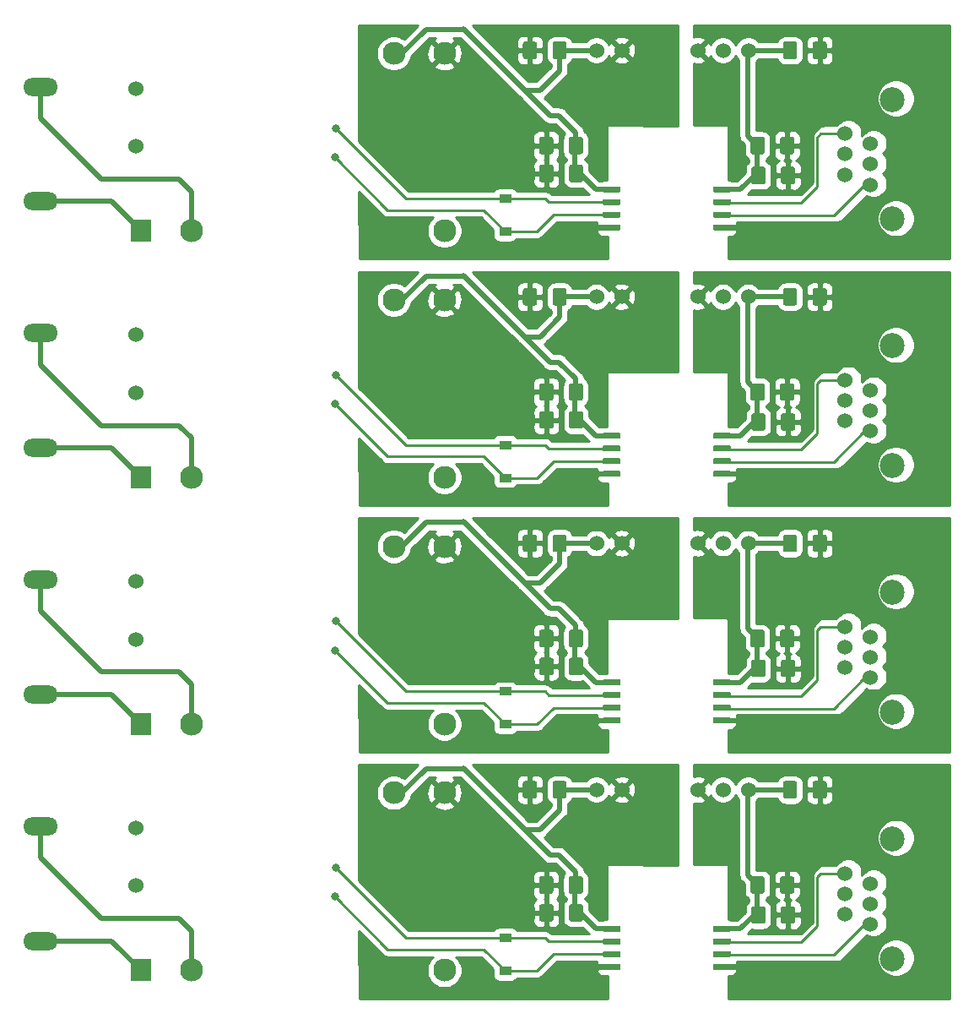
<source format=gbr>
G04 #@! TF.GenerationSoftware,KiCad,Pcbnew,(5.1.5)-3*
G04 #@! TF.CreationDate,2020-11-20T20:52:16+01:00*
G04 #@! TF.ProjectId,IsolationBarrier,49736f6c-6174-4696-9f6e-426172726965,rev?*
G04 #@! TF.SameCoordinates,Original*
G04 #@! TF.FileFunction,Copper,L1,Top*
G04 #@! TF.FilePolarity,Positive*
%FSLAX46Y46*%
G04 Gerber Fmt 4.6, Leading zero omitted, Abs format (unit mm)*
G04 Created by KiCad (PCBNEW (5.1.5)-3) date 2020-11-20 20:52:16*
%MOMM*%
%LPD*%
G04 APERTURE LIST*
%ADD10C,0.100000*%
%ADD11R,1.200000X0.900000*%
%ADD12C,1.524000*%
%ADD13C,2.300000*%
%ADD14R,2.000000X2.300000*%
%ADD15O,3.500000X1.800000*%
%ADD16C,2.500000*%
%ADD17C,0.800000*%
%ADD18C,0.500000*%
%ADD19C,0.250000*%
%ADD20C,0.254000*%
G04 APERTURE END LIST*
G04 #@! TA.AperFunction,SMDPad,CuDef*
D10*
G36*
X90708004Y-175010004D02*
G01*
X90732273Y-175013604D01*
X90756071Y-175019565D01*
X90779171Y-175027830D01*
X90801349Y-175038320D01*
X90822393Y-175050933D01*
X90842098Y-175065547D01*
X90860277Y-175082023D01*
X90876753Y-175100202D01*
X90891367Y-175119907D01*
X90903980Y-175140951D01*
X90914470Y-175163129D01*
X90922735Y-175186229D01*
X90928696Y-175210027D01*
X90932296Y-175234296D01*
X90933500Y-175258800D01*
X90933500Y-176508800D01*
X90932296Y-176533304D01*
X90928696Y-176557573D01*
X90922735Y-176581371D01*
X90914470Y-176604471D01*
X90903980Y-176626649D01*
X90891367Y-176647693D01*
X90876753Y-176667398D01*
X90860277Y-176685577D01*
X90842098Y-176702053D01*
X90822393Y-176716667D01*
X90801349Y-176729280D01*
X90779171Y-176739770D01*
X90756071Y-176748035D01*
X90732273Y-176753996D01*
X90708004Y-176757596D01*
X90683500Y-176758800D01*
X89758500Y-176758800D01*
X89733996Y-176757596D01*
X89709727Y-176753996D01*
X89685929Y-176748035D01*
X89662829Y-176739770D01*
X89640651Y-176729280D01*
X89619607Y-176716667D01*
X89599902Y-176702053D01*
X89581723Y-176685577D01*
X89565247Y-176667398D01*
X89550633Y-176647693D01*
X89538020Y-176626649D01*
X89527530Y-176604471D01*
X89519265Y-176581371D01*
X89513304Y-176557573D01*
X89509704Y-176533304D01*
X89508500Y-176508800D01*
X89508500Y-175258800D01*
X89509704Y-175234296D01*
X89513304Y-175210027D01*
X89519265Y-175186229D01*
X89527530Y-175163129D01*
X89538020Y-175140951D01*
X89550633Y-175119907D01*
X89565247Y-175100202D01*
X89581723Y-175082023D01*
X89599902Y-175065547D01*
X89619607Y-175050933D01*
X89640651Y-175038320D01*
X89662829Y-175027830D01*
X89685929Y-175019565D01*
X89709727Y-175013604D01*
X89733996Y-175010004D01*
X89758500Y-175008800D01*
X90683500Y-175008800D01*
X90708004Y-175010004D01*
G37*
G04 #@! TD.AperFunction*
G04 #@! TA.AperFunction,SMDPad,CuDef*
G36*
X87733004Y-175010004D02*
G01*
X87757273Y-175013604D01*
X87781071Y-175019565D01*
X87804171Y-175027830D01*
X87826349Y-175038320D01*
X87847393Y-175050933D01*
X87867098Y-175065547D01*
X87885277Y-175082023D01*
X87901753Y-175100202D01*
X87916367Y-175119907D01*
X87928980Y-175140951D01*
X87939470Y-175163129D01*
X87947735Y-175186229D01*
X87953696Y-175210027D01*
X87957296Y-175234296D01*
X87958500Y-175258800D01*
X87958500Y-176508800D01*
X87957296Y-176533304D01*
X87953696Y-176557573D01*
X87947735Y-176581371D01*
X87939470Y-176604471D01*
X87928980Y-176626649D01*
X87916367Y-176647693D01*
X87901753Y-176667398D01*
X87885277Y-176685577D01*
X87867098Y-176702053D01*
X87847393Y-176716667D01*
X87826349Y-176729280D01*
X87804171Y-176739770D01*
X87781071Y-176748035D01*
X87757273Y-176753996D01*
X87733004Y-176757596D01*
X87708500Y-176758800D01*
X86783500Y-176758800D01*
X86758996Y-176757596D01*
X86734727Y-176753996D01*
X86710929Y-176748035D01*
X86687829Y-176739770D01*
X86665651Y-176729280D01*
X86644607Y-176716667D01*
X86624902Y-176702053D01*
X86606723Y-176685577D01*
X86590247Y-176667398D01*
X86575633Y-176647693D01*
X86563020Y-176626649D01*
X86552530Y-176604471D01*
X86544265Y-176581371D01*
X86538304Y-176557573D01*
X86534704Y-176533304D01*
X86533500Y-176508800D01*
X86533500Y-175258800D01*
X86534704Y-175234296D01*
X86538304Y-175210027D01*
X86544265Y-175186229D01*
X86552530Y-175163129D01*
X86563020Y-175140951D01*
X86575633Y-175119907D01*
X86590247Y-175100202D01*
X86606723Y-175082023D01*
X86624902Y-175065547D01*
X86644607Y-175050933D01*
X86665651Y-175038320D01*
X86687829Y-175027830D01*
X86710929Y-175019565D01*
X86734727Y-175013604D01*
X86758996Y-175010004D01*
X86783500Y-175008800D01*
X87708500Y-175008800D01*
X87733004Y-175010004D01*
G37*
G04 #@! TD.AperFunction*
G04 #@! TA.AperFunction,SMDPad,CuDef*
G36*
X105610703Y-177179522D02*
G01*
X105625264Y-177181682D01*
X105639543Y-177185259D01*
X105653403Y-177190218D01*
X105666710Y-177196512D01*
X105679336Y-177204080D01*
X105691159Y-177212848D01*
X105702066Y-177222734D01*
X105711952Y-177233641D01*
X105720720Y-177245464D01*
X105728288Y-177258090D01*
X105734582Y-177271397D01*
X105739541Y-177285257D01*
X105743118Y-177299536D01*
X105745278Y-177314097D01*
X105746000Y-177328800D01*
X105746000Y-177628800D01*
X105745278Y-177643503D01*
X105743118Y-177658064D01*
X105739541Y-177672343D01*
X105734582Y-177686203D01*
X105728288Y-177699510D01*
X105720720Y-177712136D01*
X105711952Y-177723959D01*
X105702066Y-177734866D01*
X105691159Y-177744752D01*
X105679336Y-177753520D01*
X105666710Y-177761088D01*
X105653403Y-177767382D01*
X105639543Y-177772341D01*
X105625264Y-177775918D01*
X105610703Y-177778078D01*
X105596000Y-177778800D01*
X104096000Y-177778800D01*
X104081297Y-177778078D01*
X104066736Y-177775918D01*
X104052457Y-177772341D01*
X104038597Y-177767382D01*
X104025290Y-177761088D01*
X104012664Y-177753520D01*
X104000841Y-177744752D01*
X103989934Y-177734866D01*
X103980048Y-177723959D01*
X103971280Y-177712136D01*
X103963712Y-177699510D01*
X103957418Y-177686203D01*
X103952459Y-177672343D01*
X103948882Y-177658064D01*
X103946722Y-177643503D01*
X103946000Y-177628800D01*
X103946000Y-177328800D01*
X103946722Y-177314097D01*
X103948882Y-177299536D01*
X103952459Y-177285257D01*
X103957418Y-177271397D01*
X103963712Y-177258090D01*
X103971280Y-177245464D01*
X103980048Y-177233641D01*
X103989934Y-177222734D01*
X104000841Y-177212848D01*
X104012664Y-177204080D01*
X104025290Y-177196512D01*
X104038597Y-177190218D01*
X104052457Y-177185259D01*
X104066736Y-177181682D01*
X104081297Y-177179522D01*
X104096000Y-177178800D01*
X105596000Y-177178800D01*
X105610703Y-177179522D01*
G37*
G04 #@! TD.AperFunction*
G04 #@! TA.AperFunction,SMDPad,CuDef*
G36*
X105610703Y-178449522D02*
G01*
X105625264Y-178451682D01*
X105639543Y-178455259D01*
X105653403Y-178460218D01*
X105666710Y-178466512D01*
X105679336Y-178474080D01*
X105691159Y-178482848D01*
X105702066Y-178492734D01*
X105711952Y-178503641D01*
X105720720Y-178515464D01*
X105728288Y-178528090D01*
X105734582Y-178541397D01*
X105739541Y-178555257D01*
X105743118Y-178569536D01*
X105745278Y-178584097D01*
X105746000Y-178598800D01*
X105746000Y-178898800D01*
X105745278Y-178913503D01*
X105743118Y-178928064D01*
X105739541Y-178942343D01*
X105734582Y-178956203D01*
X105728288Y-178969510D01*
X105720720Y-178982136D01*
X105711952Y-178993959D01*
X105702066Y-179004866D01*
X105691159Y-179014752D01*
X105679336Y-179023520D01*
X105666710Y-179031088D01*
X105653403Y-179037382D01*
X105639543Y-179042341D01*
X105625264Y-179045918D01*
X105610703Y-179048078D01*
X105596000Y-179048800D01*
X104096000Y-179048800D01*
X104081297Y-179048078D01*
X104066736Y-179045918D01*
X104052457Y-179042341D01*
X104038597Y-179037382D01*
X104025290Y-179031088D01*
X104012664Y-179023520D01*
X104000841Y-179014752D01*
X103989934Y-179004866D01*
X103980048Y-178993959D01*
X103971280Y-178982136D01*
X103963712Y-178969510D01*
X103957418Y-178956203D01*
X103952459Y-178942343D01*
X103948882Y-178928064D01*
X103946722Y-178913503D01*
X103946000Y-178898800D01*
X103946000Y-178598800D01*
X103946722Y-178584097D01*
X103948882Y-178569536D01*
X103952459Y-178555257D01*
X103957418Y-178541397D01*
X103963712Y-178528090D01*
X103971280Y-178515464D01*
X103980048Y-178503641D01*
X103989934Y-178492734D01*
X104000841Y-178482848D01*
X104012664Y-178474080D01*
X104025290Y-178466512D01*
X104038597Y-178460218D01*
X104052457Y-178455259D01*
X104066736Y-178451682D01*
X104081297Y-178449522D01*
X104096000Y-178448800D01*
X105596000Y-178448800D01*
X105610703Y-178449522D01*
G37*
G04 #@! TD.AperFunction*
G04 #@! TA.AperFunction,SMDPad,CuDef*
G36*
X105610703Y-179719522D02*
G01*
X105625264Y-179721682D01*
X105639543Y-179725259D01*
X105653403Y-179730218D01*
X105666710Y-179736512D01*
X105679336Y-179744080D01*
X105691159Y-179752848D01*
X105702066Y-179762734D01*
X105711952Y-179773641D01*
X105720720Y-179785464D01*
X105728288Y-179798090D01*
X105734582Y-179811397D01*
X105739541Y-179825257D01*
X105743118Y-179839536D01*
X105745278Y-179854097D01*
X105746000Y-179868800D01*
X105746000Y-180168800D01*
X105745278Y-180183503D01*
X105743118Y-180198064D01*
X105739541Y-180212343D01*
X105734582Y-180226203D01*
X105728288Y-180239510D01*
X105720720Y-180252136D01*
X105711952Y-180263959D01*
X105702066Y-180274866D01*
X105691159Y-180284752D01*
X105679336Y-180293520D01*
X105666710Y-180301088D01*
X105653403Y-180307382D01*
X105639543Y-180312341D01*
X105625264Y-180315918D01*
X105610703Y-180318078D01*
X105596000Y-180318800D01*
X104096000Y-180318800D01*
X104081297Y-180318078D01*
X104066736Y-180315918D01*
X104052457Y-180312341D01*
X104038597Y-180307382D01*
X104025290Y-180301088D01*
X104012664Y-180293520D01*
X104000841Y-180284752D01*
X103989934Y-180274866D01*
X103980048Y-180263959D01*
X103971280Y-180252136D01*
X103963712Y-180239510D01*
X103957418Y-180226203D01*
X103952459Y-180212343D01*
X103948882Y-180198064D01*
X103946722Y-180183503D01*
X103946000Y-180168800D01*
X103946000Y-179868800D01*
X103946722Y-179854097D01*
X103948882Y-179839536D01*
X103952459Y-179825257D01*
X103957418Y-179811397D01*
X103963712Y-179798090D01*
X103971280Y-179785464D01*
X103980048Y-179773641D01*
X103989934Y-179762734D01*
X104000841Y-179752848D01*
X104012664Y-179744080D01*
X104025290Y-179736512D01*
X104038597Y-179730218D01*
X104052457Y-179725259D01*
X104066736Y-179721682D01*
X104081297Y-179719522D01*
X104096000Y-179718800D01*
X105596000Y-179718800D01*
X105610703Y-179719522D01*
G37*
G04 #@! TD.AperFunction*
G04 #@! TA.AperFunction,SMDPad,CuDef*
G36*
X105610703Y-180989522D02*
G01*
X105625264Y-180991682D01*
X105639543Y-180995259D01*
X105653403Y-181000218D01*
X105666710Y-181006512D01*
X105679336Y-181014080D01*
X105691159Y-181022848D01*
X105702066Y-181032734D01*
X105711952Y-181043641D01*
X105720720Y-181055464D01*
X105728288Y-181068090D01*
X105734582Y-181081397D01*
X105739541Y-181095257D01*
X105743118Y-181109536D01*
X105745278Y-181124097D01*
X105746000Y-181138800D01*
X105746000Y-181438800D01*
X105745278Y-181453503D01*
X105743118Y-181468064D01*
X105739541Y-181482343D01*
X105734582Y-181496203D01*
X105728288Y-181509510D01*
X105720720Y-181522136D01*
X105711952Y-181533959D01*
X105702066Y-181544866D01*
X105691159Y-181554752D01*
X105679336Y-181563520D01*
X105666710Y-181571088D01*
X105653403Y-181577382D01*
X105639543Y-181582341D01*
X105625264Y-181585918D01*
X105610703Y-181588078D01*
X105596000Y-181588800D01*
X104096000Y-181588800D01*
X104081297Y-181588078D01*
X104066736Y-181585918D01*
X104052457Y-181582341D01*
X104038597Y-181577382D01*
X104025290Y-181571088D01*
X104012664Y-181563520D01*
X104000841Y-181554752D01*
X103989934Y-181544866D01*
X103980048Y-181533959D01*
X103971280Y-181522136D01*
X103963712Y-181509510D01*
X103957418Y-181496203D01*
X103952459Y-181482343D01*
X103948882Y-181468064D01*
X103946722Y-181453503D01*
X103946000Y-181438800D01*
X103946000Y-181138800D01*
X103946722Y-181124097D01*
X103948882Y-181109536D01*
X103952459Y-181095257D01*
X103957418Y-181081397D01*
X103963712Y-181068090D01*
X103971280Y-181055464D01*
X103980048Y-181043641D01*
X103989934Y-181032734D01*
X104000841Y-181022848D01*
X104012664Y-181014080D01*
X104025290Y-181006512D01*
X104038597Y-181000218D01*
X104052457Y-180995259D01*
X104066736Y-180991682D01*
X104081297Y-180989522D01*
X104096000Y-180988800D01*
X105596000Y-180988800D01*
X105610703Y-180989522D01*
G37*
G04 #@! TD.AperFunction*
G04 #@! TA.AperFunction,SMDPad,CuDef*
G36*
X94560703Y-180989522D02*
G01*
X94575264Y-180991682D01*
X94589543Y-180995259D01*
X94603403Y-181000218D01*
X94616710Y-181006512D01*
X94629336Y-181014080D01*
X94641159Y-181022848D01*
X94652066Y-181032734D01*
X94661952Y-181043641D01*
X94670720Y-181055464D01*
X94678288Y-181068090D01*
X94684582Y-181081397D01*
X94689541Y-181095257D01*
X94693118Y-181109536D01*
X94695278Y-181124097D01*
X94696000Y-181138800D01*
X94696000Y-181438800D01*
X94695278Y-181453503D01*
X94693118Y-181468064D01*
X94689541Y-181482343D01*
X94684582Y-181496203D01*
X94678288Y-181509510D01*
X94670720Y-181522136D01*
X94661952Y-181533959D01*
X94652066Y-181544866D01*
X94641159Y-181554752D01*
X94629336Y-181563520D01*
X94616710Y-181571088D01*
X94603403Y-181577382D01*
X94589543Y-181582341D01*
X94575264Y-181585918D01*
X94560703Y-181588078D01*
X94546000Y-181588800D01*
X93046000Y-181588800D01*
X93031297Y-181588078D01*
X93016736Y-181585918D01*
X93002457Y-181582341D01*
X92988597Y-181577382D01*
X92975290Y-181571088D01*
X92962664Y-181563520D01*
X92950841Y-181554752D01*
X92939934Y-181544866D01*
X92930048Y-181533959D01*
X92921280Y-181522136D01*
X92913712Y-181509510D01*
X92907418Y-181496203D01*
X92902459Y-181482343D01*
X92898882Y-181468064D01*
X92896722Y-181453503D01*
X92896000Y-181438800D01*
X92896000Y-181138800D01*
X92896722Y-181124097D01*
X92898882Y-181109536D01*
X92902459Y-181095257D01*
X92907418Y-181081397D01*
X92913712Y-181068090D01*
X92921280Y-181055464D01*
X92930048Y-181043641D01*
X92939934Y-181032734D01*
X92950841Y-181022848D01*
X92962664Y-181014080D01*
X92975290Y-181006512D01*
X92988597Y-181000218D01*
X93002457Y-180995259D01*
X93016736Y-180991682D01*
X93031297Y-180989522D01*
X93046000Y-180988800D01*
X94546000Y-180988800D01*
X94560703Y-180989522D01*
G37*
G04 #@! TD.AperFunction*
G04 #@! TA.AperFunction,SMDPad,CuDef*
G36*
X94560703Y-179719522D02*
G01*
X94575264Y-179721682D01*
X94589543Y-179725259D01*
X94603403Y-179730218D01*
X94616710Y-179736512D01*
X94629336Y-179744080D01*
X94641159Y-179752848D01*
X94652066Y-179762734D01*
X94661952Y-179773641D01*
X94670720Y-179785464D01*
X94678288Y-179798090D01*
X94684582Y-179811397D01*
X94689541Y-179825257D01*
X94693118Y-179839536D01*
X94695278Y-179854097D01*
X94696000Y-179868800D01*
X94696000Y-180168800D01*
X94695278Y-180183503D01*
X94693118Y-180198064D01*
X94689541Y-180212343D01*
X94684582Y-180226203D01*
X94678288Y-180239510D01*
X94670720Y-180252136D01*
X94661952Y-180263959D01*
X94652066Y-180274866D01*
X94641159Y-180284752D01*
X94629336Y-180293520D01*
X94616710Y-180301088D01*
X94603403Y-180307382D01*
X94589543Y-180312341D01*
X94575264Y-180315918D01*
X94560703Y-180318078D01*
X94546000Y-180318800D01*
X93046000Y-180318800D01*
X93031297Y-180318078D01*
X93016736Y-180315918D01*
X93002457Y-180312341D01*
X92988597Y-180307382D01*
X92975290Y-180301088D01*
X92962664Y-180293520D01*
X92950841Y-180284752D01*
X92939934Y-180274866D01*
X92930048Y-180263959D01*
X92921280Y-180252136D01*
X92913712Y-180239510D01*
X92907418Y-180226203D01*
X92902459Y-180212343D01*
X92898882Y-180198064D01*
X92896722Y-180183503D01*
X92896000Y-180168800D01*
X92896000Y-179868800D01*
X92896722Y-179854097D01*
X92898882Y-179839536D01*
X92902459Y-179825257D01*
X92907418Y-179811397D01*
X92913712Y-179798090D01*
X92921280Y-179785464D01*
X92930048Y-179773641D01*
X92939934Y-179762734D01*
X92950841Y-179752848D01*
X92962664Y-179744080D01*
X92975290Y-179736512D01*
X92988597Y-179730218D01*
X93002457Y-179725259D01*
X93016736Y-179721682D01*
X93031297Y-179719522D01*
X93046000Y-179718800D01*
X94546000Y-179718800D01*
X94560703Y-179719522D01*
G37*
G04 #@! TD.AperFunction*
G04 #@! TA.AperFunction,SMDPad,CuDef*
G36*
X94560703Y-178449522D02*
G01*
X94575264Y-178451682D01*
X94589543Y-178455259D01*
X94603403Y-178460218D01*
X94616710Y-178466512D01*
X94629336Y-178474080D01*
X94641159Y-178482848D01*
X94652066Y-178492734D01*
X94661952Y-178503641D01*
X94670720Y-178515464D01*
X94678288Y-178528090D01*
X94684582Y-178541397D01*
X94689541Y-178555257D01*
X94693118Y-178569536D01*
X94695278Y-178584097D01*
X94696000Y-178598800D01*
X94696000Y-178898800D01*
X94695278Y-178913503D01*
X94693118Y-178928064D01*
X94689541Y-178942343D01*
X94684582Y-178956203D01*
X94678288Y-178969510D01*
X94670720Y-178982136D01*
X94661952Y-178993959D01*
X94652066Y-179004866D01*
X94641159Y-179014752D01*
X94629336Y-179023520D01*
X94616710Y-179031088D01*
X94603403Y-179037382D01*
X94589543Y-179042341D01*
X94575264Y-179045918D01*
X94560703Y-179048078D01*
X94546000Y-179048800D01*
X93046000Y-179048800D01*
X93031297Y-179048078D01*
X93016736Y-179045918D01*
X93002457Y-179042341D01*
X92988597Y-179037382D01*
X92975290Y-179031088D01*
X92962664Y-179023520D01*
X92950841Y-179014752D01*
X92939934Y-179004866D01*
X92930048Y-178993959D01*
X92921280Y-178982136D01*
X92913712Y-178969510D01*
X92907418Y-178956203D01*
X92902459Y-178942343D01*
X92898882Y-178928064D01*
X92896722Y-178913503D01*
X92896000Y-178898800D01*
X92896000Y-178598800D01*
X92896722Y-178584097D01*
X92898882Y-178569536D01*
X92902459Y-178555257D01*
X92907418Y-178541397D01*
X92913712Y-178528090D01*
X92921280Y-178515464D01*
X92930048Y-178503641D01*
X92939934Y-178492734D01*
X92950841Y-178482848D01*
X92962664Y-178474080D01*
X92975290Y-178466512D01*
X92988597Y-178460218D01*
X93002457Y-178455259D01*
X93016736Y-178451682D01*
X93031297Y-178449522D01*
X93046000Y-178448800D01*
X94546000Y-178448800D01*
X94560703Y-178449522D01*
G37*
G04 #@! TD.AperFunction*
G04 #@! TA.AperFunction,SMDPad,CuDef*
G36*
X94560703Y-177179522D02*
G01*
X94575264Y-177181682D01*
X94589543Y-177185259D01*
X94603403Y-177190218D01*
X94616710Y-177196512D01*
X94629336Y-177204080D01*
X94641159Y-177212848D01*
X94652066Y-177222734D01*
X94661952Y-177233641D01*
X94670720Y-177245464D01*
X94678288Y-177258090D01*
X94684582Y-177271397D01*
X94689541Y-177285257D01*
X94693118Y-177299536D01*
X94695278Y-177314097D01*
X94696000Y-177328800D01*
X94696000Y-177628800D01*
X94695278Y-177643503D01*
X94693118Y-177658064D01*
X94689541Y-177672343D01*
X94684582Y-177686203D01*
X94678288Y-177699510D01*
X94670720Y-177712136D01*
X94661952Y-177723959D01*
X94652066Y-177734866D01*
X94641159Y-177744752D01*
X94629336Y-177753520D01*
X94616710Y-177761088D01*
X94603403Y-177767382D01*
X94589543Y-177772341D01*
X94575264Y-177775918D01*
X94560703Y-177778078D01*
X94546000Y-177778800D01*
X93046000Y-177778800D01*
X93031297Y-177778078D01*
X93016736Y-177775918D01*
X93002457Y-177772341D01*
X92988597Y-177767382D01*
X92975290Y-177761088D01*
X92962664Y-177753520D01*
X92950841Y-177744752D01*
X92939934Y-177734866D01*
X92930048Y-177723959D01*
X92921280Y-177712136D01*
X92913712Y-177699510D01*
X92907418Y-177686203D01*
X92902459Y-177672343D01*
X92898882Y-177658064D01*
X92896722Y-177643503D01*
X92896000Y-177628800D01*
X92896000Y-177328800D01*
X92896722Y-177314097D01*
X92898882Y-177299536D01*
X92902459Y-177285257D01*
X92907418Y-177271397D01*
X92913712Y-177258090D01*
X92921280Y-177245464D01*
X92930048Y-177233641D01*
X92939934Y-177222734D01*
X92950841Y-177212848D01*
X92962664Y-177204080D01*
X92975290Y-177196512D01*
X92988597Y-177190218D01*
X93002457Y-177185259D01*
X93016736Y-177181682D01*
X93031297Y-177179522D01*
X93046000Y-177178800D01*
X94546000Y-177178800D01*
X94560703Y-177179522D01*
G37*
G04 #@! TD.AperFunction*
G04 #@! TA.AperFunction,SMDPad,CuDef*
G36*
X108992004Y-175210004D02*
G01*
X109016273Y-175213604D01*
X109040071Y-175219565D01*
X109063171Y-175227830D01*
X109085349Y-175238320D01*
X109106393Y-175250933D01*
X109126098Y-175265547D01*
X109144277Y-175282023D01*
X109160753Y-175300202D01*
X109175367Y-175319907D01*
X109187980Y-175340951D01*
X109198470Y-175363129D01*
X109206735Y-175386229D01*
X109212696Y-175410027D01*
X109216296Y-175434296D01*
X109217500Y-175458800D01*
X109217500Y-176708800D01*
X109216296Y-176733304D01*
X109212696Y-176757573D01*
X109206735Y-176781371D01*
X109198470Y-176804471D01*
X109187980Y-176826649D01*
X109175367Y-176847693D01*
X109160753Y-176867398D01*
X109144277Y-176885577D01*
X109126098Y-176902053D01*
X109106393Y-176916667D01*
X109085349Y-176929280D01*
X109063171Y-176939770D01*
X109040071Y-176948035D01*
X109016273Y-176953996D01*
X108992004Y-176957596D01*
X108967500Y-176958800D01*
X108042500Y-176958800D01*
X108017996Y-176957596D01*
X107993727Y-176953996D01*
X107969929Y-176948035D01*
X107946829Y-176939770D01*
X107924651Y-176929280D01*
X107903607Y-176916667D01*
X107883902Y-176902053D01*
X107865723Y-176885577D01*
X107849247Y-176867398D01*
X107834633Y-176847693D01*
X107822020Y-176826649D01*
X107811530Y-176804471D01*
X107803265Y-176781371D01*
X107797304Y-176757573D01*
X107793704Y-176733304D01*
X107792500Y-176708800D01*
X107792500Y-175458800D01*
X107793704Y-175434296D01*
X107797304Y-175410027D01*
X107803265Y-175386229D01*
X107811530Y-175363129D01*
X107822020Y-175340951D01*
X107834633Y-175319907D01*
X107849247Y-175300202D01*
X107865723Y-175282023D01*
X107883902Y-175265547D01*
X107903607Y-175250933D01*
X107924651Y-175238320D01*
X107946829Y-175227830D01*
X107969929Y-175219565D01*
X107993727Y-175213604D01*
X108017996Y-175210004D01*
X108042500Y-175208800D01*
X108967500Y-175208800D01*
X108992004Y-175210004D01*
G37*
G04 #@! TD.AperFunction*
G04 #@! TA.AperFunction,SMDPad,CuDef*
G36*
X111967004Y-175210004D02*
G01*
X111991273Y-175213604D01*
X112015071Y-175219565D01*
X112038171Y-175227830D01*
X112060349Y-175238320D01*
X112081393Y-175250933D01*
X112101098Y-175265547D01*
X112119277Y-175282023D01*
X112135753Y-175300202D01*
X112150367Y-175319907D01*
X112162980Y-175340951D01*
X112173470Y-175363129D01*
X112181735Y-175386229D01*
X112187696Y-175410027D01*
X112191296Y-175434296D01*
X112192500Y-175458800D01*
X112192500Y-176708800D01*
X112191296Y-176733304D01*
X112187696Y-176757573D01*
X112181735Y-176781371D01*
X112173470Y-176804471D01*
X112162980Y-176826649D01*
X112150367Y-176847693D01*
X112135753Y-176867398D01*
X112119277Y-176885577D01*
X112101098Y-176902053D01*
X112081393Y-176916667D01*
X112060349Y-176929280D01*
X112038171Y-176939770D01*
X112015071Y-176948035D01*
X111991273Y-176953996D01*
X111967004Y-176957596D01*
X111942500Y-176958800D01*
X111017500Y-176958800D01*
X110992996Y-176957596D01*
X110968727Y-176953996D01*
X110944929Y-176948035D01*
X110921829Y-176939770D01*
X110899651Y-176929280D01*
X110878607Y-176916667D01*
X110858902Y-176902053D01*
X110840723Y-176885577D01*
X110824247Y-176867398D01*
X110809633Y-176847693D01*
X110797020Y-176826649D01*
X110786530Y-176804471D01*
X110778265Y-176781371D01*
X110772304Y-176757573D01*
X110768704Y-176733304D01*
X110767500Y-176708800D01*
X110767500Y-175458800D01*
X110768704Y-175434296D01*
X110772304Y-175410027D01*
X110778265Y-175386229D01*
X110786530Y-175363129D01*
X110797020Y-175340951D01*
X110809633Y-175319907D01*
X110824247Y-175300202D01*
X110840723Y-175282023D01*
X110858902Y-175265547D01*
X110878607Y-175250933D01*
X110899651Y-175238320D01*
X110921829Y-175227830D01*
X110944929Y-175219565D01*
X110968727Y-175213604D01*
X110992996Y-175210004D01*
X111017500Y-175208800D01*
X111942500Y-175208800D01*
X111967004Y-175210004D01*
G37*
G04 #@! TD.AperFunction*
D11*
X83121000Y-181683800D03*
X83121000Y-178383800D03*
D12*
X46091800Y-167363500D03*
X46091800Y-173163500D03*
D13*
X71931000Y-163861300D03*
X77011000Y-163861300D03*
X51611000Y-181641300D03*
D14*
X46531000Y-181641300D03*
D13*
X77011000Y-181641300D03*
D15*
X36508000Y-178691800D03*
X36508000Y-167191800D03*
D12*
X107491000Y-163543800D03*
X104951000Y-163543800D03*
X102411000Y-163543800D03*
X94791000Y-163543800D03*
X92251000Y-163543800D03*
D16*
X121951100Y-168458700D03*
X121951100Y-180458700D03*
D12*
X119716100Y-172928700D03*
X119716100Y-174968700D03*
X119716100Y-177008700D03*
X117176100Y-171908700D03*
X117176100Y-173948700D03*
X117176100Y-175988700D03*
G04 #@! TA.AperFunction,SMDPad,CuDef*
D10*
G36*
X111879504Y-172210004D02*
G01*
X111903773Y-172213604D01*
X111927571Y-172219565D01*
X111950671Y-172227830D01*
X111972849Y-172238320D01*
X111993893Y-172250933D01*
X112013598Y-172265547D01*
X112031777Y-172282023D01*
X112048253Y-172300202D01*
X112062867Y-172319907D01*
X112075480Y-172340951D01*
X112085970Y-172363129D01*
X112094235Y-172386229D01*
X112100196Y-172410027D01*
X112103796Y-172434296D01*
X112105000Y-172458800D01*
X112105000Y-173708800D01*
X112103796Y-173733304D01*
X112100196Y-173757573D01*
X112094235Y-173781371D01*
X112085970Y-173804471D01*
X112075480Y-173826649D01*
X112062867Y-173847693D01*
X112048253Y-173867398D01*
X112031777Y-173885577D01*
X112013598Y-173902053D01*
X111993893Y-173916667D01*
X111972849Y-173929280D01*
X111950671Y-173939770D01*
X111927571Y-173948035D01*
X111903773Y-173953996D01*
X111879504Y-173957596D01*
X111855000Y-173958800D01*
X110930000Y-173958800D01*
X110905496Y-173957596D01*
X110881227Y-173953996D01*
X110857429Y-173948035D01*
X110834329Y-173939770D01*
X110812151Y-173929280D01*
X110791107Y-173916667D01*
X110771402Y-173902053D01*
X110753223Y-173885577D01*
X110736747Y-173867398D01*
X110722133Y-173847693D01*
X110709520Y-173826649D01*
X110699030Y-173804471D01*
X110690765Y-173781371D01*
X110684804Y-173757573D01*
X110681204Y-173733304D01*
X110680000Y-173708800D01*
X110680000Y-172458800D01*
X110681204Y-172434296D01*
X110684804Y-172410027D01*
X110690765Y-172386229D01*
X110699030Y-172363129D01*
X110709520Y-172340951D01*
X110722133Y-172319907D01*
X110736747Y-172300202D01*
X110753223Y-172282023D01*
X110771402Y-172265547D01*
X110791107Y-172250933D01*
X110812151Y-172238320D01*
X110834329Y-172227830D01*
X110857429Y-172219565D01*
X110881227Y-172213604D01*
X110905496Y-172210004D01*
X110930000Y-172208800D01*
X111855000Y-172208800D01*
X111879504Y-172210004D01*
G37*
G04 #@! TD.AperFunction*
G04 #@! TA.AperFunction,SMDPad,CuDef*
G36*
X108904504Y-172210004D02*
G01*
X108928773Y-172213604D01*
X108952571Y-172219565D01*
X108975671Y-172227830D01*
X108997849Y-172238320D01*
X109018893Y-172250933D01*
X109038598Y-172265547D01*
X109056777Y-172282023D01*
X109073253Y-172300202D01*
X109087867Y-172319907D01*
X109100480Y-172340951D01*
X109110970Y-172363129D01*
X109119235Y-172386229D01*
X109125196Y-172410027D01*
X109128796Y-172434296D01*
X109130000Y-172458800D01*
X109130000Y-173708800D01*
X109128796Y-173733304D01*
X109125196Y-173757573D01*
X109119235Y-173781371D01*
X109110970Y-173804471D01*
X109100480Y-173826649D01*
X109087867Y-173847693D01*
X109073253Y-173867398D01*
X109056777Y-173885577D01*
X109038598Y-173902053D01*
X109018893Y-173916667D01*
X108997849Y-173929280D01*
X108975671Y-173939770D01*
X108952571Y-173948035D01*
X108928773Y-173953996D01*
X108904504Y-173957596D01*
X108880000Y-173958800D01*
X107955000Y-173958800D01*
X107930496Y-173957596D01*
X107906227Y-173953996D01*
X107882429Y-173948035D01*
X107859329Y-173939770D01*
X107837151Y-173929280D01*
X107816107Y-173916667D01*
X107796402Y-173902053D01*
X107778223Y-173885577D01*
X107761747Y-173867398D01*
X107747133Y-173847693D01*
X107734520Y-173826649D01*
X107724030Y-173804471D01*
X107715765Y-173781371D01*
X107709804Y-173757573D01*
X107706204Y-173733304D01*
X107705000Y-173708800D01*
X107705000Y-172458800D01*
X107706204Y-172434296D01*
X107709804Y-172410027D01*
X107715765Y-172386229D01*
X107724030Y-172363129D01*
X107734520Y-172340951D01*
X107747133Y-172319907D01*
X107761747Y-172300202D01*
X107778223Y-172282023D01*
X107796402Y-172265547D01*
X107816107Y-172250933D01*
X107837151Y-172238320D01*
X107859329Y-172227830D01*
X107882429Y-172219565D01*
X107906227Y-172213604D01*
X107930496Y-172210004D01*
X107955000Y-172208800D01*
X108880000Y-172208800D01*
X108904504Y-172210004D01*
G37*
G04 #@! TD.AperFunction*
G04 #@! TA.AperFunction,SMDPad,CuDef*
G36*
X86080004Y-162670004D02*
G01*
X86104273Y-162673604D01*
X86128071Y-162679565D01*
X86151171Y-162687830D01*
X86173349Y-162698320D01*
X86194393Y-162710933D01*
X86214098Y-162725547D01*
X86232277Y-162742023D01*
X86248753Y-162760202D01*
X86263367Y-162779907D01*
X86275980Y-162800951D01*
X86286470Y-162823129D01*
X86294735Y-162846229D01*
X86300696Y-162870027D01*
X86304296Y-162894296D01*
X86305500Y-162918800D01*
X86305500Y-164168800D01*
X86304296Y-164193304D01*
X86300696Y-164217573D01*
X86294735Y-164241371D01*
X86286470Y-164264471D01*
X86275980Y-164286649D01*
X86263367Y-164307693D01*
X86248753Y-164327398D01*
X86232277Y-164345577D01*
X86214098Y-164362053D01*
X86194393Y-164376667D01*
X86173349Y-164389280D01*
X86151171Y-164399770D01*
X86128071Y-164408035D01*
X86104273Y-164413996D01*
X86080004Y-164417596D01*
X86055500Y-164418800D01*
X85130500Y-164418800D01*
X85105996Y-164417596D01*
X85081727Y-164413996D01*
X85057929Y-164408035D01*
X85034829Y-164399770D01*
X85012651Y-164389280D01*
X84991607Y-164376667D01*
X84971902Y-164362053D01*
X84953723Y-164345577D01*
X84937247Y-164327398D01*
X84922633Y-164307693D01*
X84910020Y-164286649D01*
X84899530Y-164264471D01*
X84891265Y-164241371D01*
X84885304Y-164217573D01*
X84881704Y-164193304D01*
X84880500Y-164168800D01*
X84880500Y-162918800D01*
X84881704Y-162894296D01*
X84885304Y-162870027D01*
X84891265Y-162846229D01*
X84899530Y-162823129D01*
X84910020Y-162800951D01*
X84922633Y-162779907D01*
X84937247Y-162760202D01*
X84953723Y-162742023D01*
X84971902Y-162725547D01*
X84991607Y-162710933D01*
X85012651Y-162698320D01*
X85034829Y-162687830D01*
X85057929Y-162679565D01*
X85081727Y-162673604D01*
X85105996Y-162670004D01*
X85130500Y-162668800D01*
X86055500Y-162668800D01*
X86080004Y-162670004D01*
G37*
G04 #@! TD.AperFunction*
G04 #@! TA.AperFunction,SMDPad,CuDef*
G36*
X89055004Y-162670004D02*
G01*
X89079273Y-162673604D01*
X89103071Y-162679565D01*
X89126171Y-162687830D01*
X89148349Y-162698320D01*
X89169393Y-162710933D01*
X89189098Y-162725547D01*
X89207277Y-162742023D01*
X89223753Y-162760202D01*
X89238367Y-162779907D01*
X89250980Y-162800951D01*
X89261470Y-162823129D01*
X89269735Y-162846229D01*
X89275696Y-162870027D01*
X89279296Y-162894296D01*
X89280500Y-162918800D01*
X89280500Y-164168800D01*
X89279296Y-164193304D01*
X89275696Y-164217573D01*
X89269735Y-164241371D01*
X89261470Y-164264471D01*
X89250980Y-164286649D01*
X89238367Y-164307693D01*
X89223753Y-164327398D01*
X89207277Y-164345577D01*
X89189098Y-164362053D01*
X89169393Y-164376667D01*
X89148349Y-164389280D01*
X89126171Y-164399770D01*
X89103071Y-164408035D01*
X89079273Y-164413996D01*
X89055004Y-164417596D01*
X89030500Y-164418800D01*
X88105500Y-164418800D01*
X88080996Y-164417596D01*
X88056727Y-164413996D01*
X88032929Y-164408035D01*
X88009829Y-164399770D01*
X87987651Y-164389280D01*
X87966607Y-164376667D01*
X87946902Y-164362053D01*
X87928723Y-164345577D01*
X87912247Y-164327398D01*
X87897633Y-164307693D01*
X87885020Y-164286649D01*
X87874530Y-164264471D01*
X87866265Y-164241371D01*
X87860304Y-164217573D01*
X87856704Y-164193304D01*
X87855500Y-164168800D01*
X87855500Y-162918800D01*
X87856704Y-162894296D01*
X87860304Y-162870027D01*
X87866265Y-162846229D01*
X87874530Y-162823129D01*
X87885020Y-162800951D01*
X87897633Y-162779907D01*
X87912247Y-162760202D01*
X87928723Y-162742023D01*
X87946902Y-162725547D01*
X87966607Y-162710933D01*
X87987651Y-162698320D01*
X88009829Y-162687830D01*
X88032929Y-162679565D01*
X88056727Y-162673604D01*
X88080996Y-162670004D01*
X88105500Y-162668800D01*
X89030500Y-162668800D01*
X89055004Y-162670004D01*
G37*
G04 #@! TD.AperFunction*
G04 #@! TA.AperFunction,SMDPad,CuDef*
G36*
X115144004Y-162670004D02*
G01*
X115168273Y-162673604D01*
X115192071Y-162679565D01*
X115215171Y-162687830D01*
X115237349Y-162698320D01*
X115258393Y-162710933D01*
X115278098Y-162725547D01*
X115296277Y-162742023D01*
X115312753Y-162760202D01*
X115327367Y-162779907D01*
X115339980Y-162800951D01*
X115350470Y-162823129D01*
X115358735Y-162846229D01*
X115364696Y-162870027D01*
X115368296Y-162894296D01*
X115369500Y-162918800D01*
X115369500Y-164168800D01*
X115368296Y-164193304D01*
X115364696Y-164217573D01*
X115358735Y-164241371D01*
X115350470Y-164264471D01*
X115339980Y-164286649D01*
X115327367Y-164307693D01*
X115312753Y-164327398D01*
X115296277Y-164345577D01*
X115278098Y-164362053D01*
X115258393Y-164376667D01*
X115237349Y-164389280D01*
X115215171Y-164399770D01*
X115192071Y-164408035D01*
X115168273Y-164413996D01*
X115144004Y-164417596D01*
X115119500Y-164418800D01*
X114194500Y-164418800D01*
X114169996Y-164417596D01*
X114145727Y-164413996D01*
X114121929Y-164408035D01*
X114098829Y-164399770D01*
X114076651Y-164389280D01*
X114055607Y-164376667D01*
X114035902Y-164362053D01*
X114017723Y-164345577D01*
X114001247Y-164327398D01*
X113986633Y-164307693D01*
X113974020Y-164286649D01*
X113963530Y-164264471D01*
X113955265Y-164241371D01*
X113949304Y-164217573D01*
X113945704Y-164193304D01*
X113944500Y-164168800D01*
X113944500Y-162918800D01*
X113945704Y-162894296D01*
X113949304Y-162870027D01*
X113955265Y-162846229D01*
X113963530Y-162823129D01*
X113974020Y-162800951D01*
X113986633Y-162779907D01*
X114001247Y-162760202D01*
X114017723Y-162742023D01*
X114035902Y-162725547D01*
X114055607Y-162710933D01*
X114076651Y-162698320D01*
X114098829Y-162687830D01*
X114121929Y-162679565D01*
X114145727Y-162673604D01*
X114169996Y-162670004D01*
X114194500Y-162668800D01*
X115119500Y-162668800D01*
X115144004Y-162670004D01*
G37*
G04 #@! TD.AperFunction*
G04 #@! TA.AperFunction,SMDPad,CuDef*
G36*
X112169004Y-162670004D02*
G01*
X112193273Y-162673604D01*
X112217071Y-162679565D01*
X112240171Y-162687830D01*
X112262349Y-162698320D01*
X112283393Y-162710933D01*
X112303098Y-162725547D01*
X112321277Y-162742023D01*
X112337753Y-162760202D01*
X112352367Y-162779907D01*
X112364980Y-162800951D01*
X112375470Y-162823129D01*
X112383735Y-162846229D01*
X112389696Y-162870027D01*
X112393296Y-162894296D01*
X112394500Y-162918800D01*
X112394500Y-164168800D01*
X112393296Y-164193304D01*
X112389696Y-164217573D01*
X112383735Y-164241371D01*
X112375470Y-164264471D01*
X112364980Y-164286649D01*
X112352367Y-164307693D01*
X112337753Y-164327398D01*
X112321277Y-164345577D01*
X112303098Y-164362053D01*
X112283393Y-164376667D01*
X112262349Y-164389280D01*
X112240171Y-164399770D01*
X112217071Y-164408035D01*
X112193273Y-164413996D01*
X112169004Y-164417596D01*
X112144500Y-164418800D01*
X111219500Y-164418800D01*
X111194996Y-164417596D01*
X111170727Y-164413996D01*
X111146929Y-164408035D01*
X111123829Y-164399770D01*
X111101651Y-164389280D01*
X111080607Y-164376667D01*
X111060902Y-164362053D01*
X111042723Y-164345577D01*
X111026247Y-164327398D01*
X111011633Y-164307693D01*
X110999020Y-164286649D01*
X110988530Y-164264471D01*
X110980265Y-164241371D01*
X110974304Y-164217573D01*
X110970704Y-164193304D01*
X110969500Y-164168800D01*
X110969500Y-162918800D01*
X110970704Y-162894296D01*
X110974304Y-162870027D01*
X110980265Y-162846229D01*
X110988530Y-162823129D01*
X110999020Y-162800951D01*
X111011633Y-162779907D01*
X111026247Y-162760202D01*
X111042723Y-162742023D01*
X111060902Y-162725547D01*
X111080607Y-162710933D01*
X111101651Y-162698320D01*
X111123829Y-162687830D01*
X111146929Y-162679565D01*
X111170727Y-162673604D01*
X111194996Y-162670004D01*
X111219500Y-162668800D01*
X112144500Y-162668800D01*
X112169004Y-162670004D01*
G37*
G04 #@! TD.AperFunction*
D15*
X36508000Y-142491800D03*
X36508000Y-153991800D03*
G04 #@! TA.AperFunction,SMDPad,CuDef*
D10*
G36*
X87708004Y-172210004D02*
G01*
X87732273Y-172213604D01*
X87756071Y-172219565D01*
X87779171Y-172227830D01*
X87801349Y-172238320D01*
X87822393Y-172250933D01*
X87842098Y-172265547D01*
X87860277Y-172282023D01*
X87876753Y-172300202D01*
X87891367Y-172319907D01*
X87903980Y-172340951D01*
X87914470Y-172363129D01*
X87922735Y-172386229D01*
X87928696Y-172410027D01*
X87932296Y-172434296D01*
X87933500Y-172458800D01*
X87933500Y-173708800D01*
X87932296Y-173733304D01*
X87928696Y-173757573D01*
X87922735Y-173781371D01*
X87914470Y-173804471D01*
X87903980Y-173826649D01*
X87891367Y-173847693D01*
X87876753Y-173867398D01*
X87860277Y-173885577D01*
X87842098Y-173902053D01*
X87822393Y-173916667D01*
X87801349Y-173929280D01*
X87779171Y-173939770D01*
X87756071Y-173948035D01*
X87732273Y-173953996D01*
X87708004Y-173957596D01*
X87683500Y-173958800D01*
X86758500Y-173958800D01*
X86733996Y-173957596D01*
X86709727Y-173953996D01*
X86685929Y-173948035D01*
X86662829Y-173939770D01*
X86640651Y-173929280D01*
X86619607Y-173916667D01*
X86599902Y-173902053D01*
X86581723Y-173885577D01*
X86565247Y-173867398D01*
X86550633Y-173847693D01*
X86538020Y-173826649D01*
X86527530Y-173804471D01*
X86519265Y-173781371D01*
X86513304Y-173757573D01*
X86509704Y-173733304D01*
X86508500Y-173708800D01*
X86508500Y-172458800D01*
X86509704Y-172434296D01*
X86513304Y-172410027D01*
X86519265Y-172386229D01*
X86527530Y-172363129D01*
X86538020Y-172340951D01*
X86550633Y-172319907D01*
X86565247Y-172300202D01*
X86581723Y-172282023D01*
X86599902Y-172265547D01*
X86619607Y-172250933D01*
X86640651Y-172238320D01*
X86662829Y-172227830D01*
X86685929Y-172219565D01*
X86709727Y-172213604D01*
X86733996Y-172210004D01*
X86758500Y-172208800D01*
X87683500Y-172208800D01*
X87708004Y-172210004D01*
G37*
G04 #@! TD.AperFunction*
G04 #@! TA.AperFunction,SMDPad,CuDef*
G36*
X90683004Y-172210004D02*
G01*
X90707273Y-172213604D01*
X90731071Y-172219565D01*
X90754171Y-172227830D01*
X90776349Y-172238320D01*
X90797393Y-172250933D01*
X90817098Y-172265547D01*
X90835277Y-172282023D01*
X90851753Y-172300202D01*
X90866367Y-172319907D01*
X90878980Y-172340951D01*
X90889470Y-172363129D01*
X90897735Y-172386229D01*
X90903696Y-172410027D01*
X90907296Y-172434296D01*
X90908500Y-172458800D01*
X90908500Y-173708800D01*
X90907296Y-173733304D01*
X90903696Y-173757573D01*
X90897735Y-173781371D01*
X90889470Y-173804471D01*
X90878980Y-173826649D01*
X90866367Y-173847693D01*
X90851753Y-173867398D01*
X90835277Y-173885577D01*
X90817098Y-173902053D01*
X90797393Y-173916667D01*
X90776349Y-173929280D01*
X90754171Y-173939770D01*
X90731071Y-173948035D01*
X90707273Y-173953996D01*
X90683004Y-173957596D01*
X90658500Y-173958800D01*
X89733500Y-173958800D01*
X89708996Y-173957596D01*
X89684727Y-173953996D01*
X89660929Y-173948035D01*
X89637829Y-173939770D01*
X89615651Y-173929280D01*
X89594607Y-173916667D01*
X89574902Y-173902053D01*
X89556723Y-173885577D01*
X89540247Y-173867398D01*
X89525633Y-173847693D01*
X89513020Y-173826649D01*
X89502530Y-173804471D01*
X89494265Y-173781371D01*
X89488304Y-173757573D01*
X89484704Y-173733304D01*
X89483500Y-173708800D01*
X89483500Y-172458800D01*
X89484704Y-172434296D01*
X89488304Y-172410027D01*
X89494265Y-172386229D01*
X89502530Y-172363129D01*
X89513020Y-172340951D01*
X89525633Y-172319907D01*
X89540247Y-172300202D01*
X89556723Y-172282023D01*
X89574902Y-172265547D01*
X89594607Y-172250933D01*
X89615651Y-172238320D01*
X89637829Y-172227830D01*
X89660929Y-172219565D01*
X89684727Y-172213604D01*
X89708996Y-172210004D01*
X89733500Y-172208800D01*
X90658500Y-172208800D01*
X90683004Y-172210004D01*
G37*
G04 #@! TD.AperFunction*
G04 #@! TA.AperFunction,SMDPad,CuDef*
G36*
X94560703Y-152479522D02*
G01*
X94575264Y-152481682D01*
X94589543Y-152485259D01*
X94603403Y-152490218D01*
X94616710Y-152496512D01*
X94629336Y-152504080D01*
X94641159Y-152512848D01*
X94652066Y-152522734D01*
X94661952Y-152533641D01*
X94670720Y-152545464D01*
X94678288Y-152558090D01*
X94684582Y-152571397D01*
X94689541Y-152585257D01*
X94693118Y-152599536D01*
X94695278Y-152614097D01*
X94696000Y-152628800D01*
X94696000Y-152928800D01*
X94695278Y-152943503D01*
X94693118Y-152958064D01*
X94689541Y-152972343D01*
X94684582Y-152986203D01*
X94678288Y-152999510D01*
X94670720Y-153012136D01*
X94661952Y-153023959D01*
X94652066Y-153034866D01*
X94641159Y-153044752D01*
X94629336Y-153053520D01*
X94616710Y-153061088D01*
X94603403Y-153067382D01*
X94589543Y-153072341D01*
X94575264Y-153075918D01*
X94560703Y-153078078D01*
X94546000Y-153078800D01*
X93046000Y-153078800D01*
X93031297Y-153078078D01*
X93016736Y-153075918D01*
X93002457Y-153072341D01*
X92988597Y-153067382D01*
X92975290Y-153061088D01*
X92962664Y-153053520D01*
X92950841Y-153044752D01*
X92939934Y-153034866D01*
X92930048Y-153023959D01*
X92921280Y-153012136D01*
X92913712Y-152999510D01*
X92907418Y-152986203D01*
X92902459Y-152972343D01*
X92898882Y-152958064D01*
X92896722Y-152943503D01*
X92896000Y-152928800D01*
X92896000Y-152628800D01*
X92896722Y-152614097D01*
X92898882Y-152599536D01*
X92902459Y-152585257D01*
X92907418Y-152571397D01*
X92913712Y-152558090D01*
X92921280Y-152545464D01*
X92930048Y-152533641D01*
X92939934Y-152522734D01*
X92950841Y-152512848D01*
X92962664Y-152504080D01*
X92975290Y-152496512D01*
X92988597Y-152490218D01*
X93002457Y-152485259D01*
X93016736Y-152481682D01*
X93031297Y-152479522D01*
X93046000Y-152478800D01*
X94546000Y-152478800D01*
X94560703Y-152479522D01*
G37*
G04 #@! TD.AperFunction*
G04 #@! TA.AperFunction,SMDPad,CuDef*
G36*
X94560703Y-153749522D02*
G01*
X94575264Y-153751682D01*
X94589543Y-153755259D01*
X94603403Y-153760218D01*
X94616710Y-153766512D01*
X94629336Y-153774080D01*
X94641159Y-153782848D01*
X94652066Y-153792734D01*
X94661952Y-153803641D01*
X94670720Y-153815464D01*
X94678288Y-153828090D01*
X94684582Y-153841397D01*
X94689541Y-153855257D01*
X94693118Y-153869536D01*
X94695278Y-153884097D01*
X94696000Y-153898800D01*
X94696000Y-154198800D01*
X94695278Y-154213503D01*
X94693118Y-154228064D01*
X94689541Y-154242343D01*
X94684582Y-154256203D01*
X94678288Y-154269510D01*
X94670720Y-154282136D01*
X94661952Y-154293959D01*
X94652066Y-154304866D01*
X94641159Y-154314752D01*
X94629336Y-154323520D01*
X94616710Y-154331088D01*
X94603403Y-154337382D01*
X94589543Y-154342341D01*
X94575264Y-154345918D01*
X94560703Y-154348078D01*
X94546000Y-154348800D01*
X93046000Y-154348800D01*
X93031297Y-154348078D01*
X93016736Y-154345918D01*
X93002457Y-154342341D01*
X92988597Y-154337382D01*
X92975290Y-154331088D01*
X92962664Y-154323520D01*
X92950841Y-154314752D01*
X92939934Y-154304866D01*
X92930048Y-154293959D01*
X92921280Y-154282136D01*
X92913712Y-154269510D01*
X92907418Y-154256203D01*
X92902459Y-154242343D01*
X92898882Y-154228064D01*
X92896722Y-154213503D01*
X92896000Y-154198800D01*
X92896000Y-153898800D01*
X92896722Y-153884097D01*
X92898882Y-153869536D01*
X92902459Y-153855257D01*
X92907418Y-153841397D01*
X92913712Y-153828090D01*
X92921280Y-153815464D01*
X92930048Y-153803641D01*
X92939934Y-153792734D01*
X92950841Y-153782848D01*
X92962664Y-153774080D01*
X92975290Y-153766512D01*
X92988597Y-153760218D01*
X93002457Y-153755259D01*
X93016736Y-153751682D01*
X93031297Y-153749522D01*
X93046000Y-153748800D01*
X94546000Y-153748800D01*
X94560703Y-153749522D01*
G37*
G04 #@! TD.AperFunction*
G04 #@! TA.AperFunction,SMDPad,CuDef*
G36*
X94560703Y-155019522D02*
G01*
X94575264Y-155021682D01*
X94589543Y-155025259D01*
X94603403Y-155030218D01*
X94616710Y-155036512D01*
X94629336Y-155044080D01*
X94641159Y-155052848D01*
X94652066Y-155062734D01*
X94661952Y-155073641D01*
X94670720Y-155085464D01*
X94678288Y-155098090D01*
X94684582Y-155111397D01*
X94689541Y-155125257D01*
X94693118Y-155139536D01*
X94695278Y-155154097D01*
X94696000Y-155168800D01*
X94696000Y-155468800D01*
X94695278Y-155483503D01*
X94693118Y-155498064D01*
X94689541Y-155512343D01*
X94684582Y-155526203D01*
X94678288Y-155539510D01*
X94670720Y-155552136D01*
X94661952Y-155563959D01*
X94652066Y-155574866D01*
X94641159Y-155584752D01*
X94629336Y-155593520D01*
X94616710Y-155601088D01*
X94603403Y-155607382D01*
X94589543Y-155612341D01*
X94575264Y-155615918D01*
X94560703Y-155618078D01*
X94546000Y-155618800D01*
X93046000Y-155618800D01*
X93031297Y-155618078D01*
X93016736Y-155615918D01*
X93002457Y-155612341D01*
X92988597Y-155607382D01*
X92975290Y-155601088D01*
X92962664Y-155593520D01*
X92950841Y-155584752D01*
X92939934Y-155574866D01*
X92930048Y-155563959D01*
X92921280Y-155552136D01*
X92913712Y-155539510D01*
X92907418Y-155526203D01*
X92902459Y-155512343D01*
X92898882Y-155498064D01*
X92896722Y-155483503D01*
X92896000Y-155468800D01*
X92896000Y-155168800D01*
X92896722Y-155154097D01*
X92898882Y-155139536D01*
X92902459Y-155125257D01*
X92907418Y-155111397D01*
X92913712Y-155098090D01*
X92921280Y-155085464D01*
X92930048Y-155073641D01*
X92939934Y-155062734D01*
X92950841Y-155052848D01*
X92962664Y-155044080D01*
X92975290Y-155036512D01*
X92988597Y-155030218D01*
X93002457Y-155025259D01*
X93016736Y-155021682D01*
X93031297Y-155019522D01*
X93046000Y-155018800D01*
X94546000Y-155018800D01*
X94560703Y-155019522D01*
G37*
G04 #@! TD.AperFunction*
G04 #@! TA.AperFunction,SMDPad,CuDef*
G36*
X94560703Y-156289522D02*
G01*
X94575264Y-156291682D01*
X94589543Y-156295259D01*
X94603403Y-156300218D01*
X94616710Y-156306512D01*
X94629336Y-156314080D01*
X94641159Y-156322848D01*
X94652066Y-156332734D01*
X94661952Y-156343641D01*
X94670720Y-156355464D01*
X94678288Y-156368090D01*
X94684582Y-156381397D01*
X94689541Y-156395257D01*
X94693118Y-156409536D01*
X94695278Y-156424097D01*
X94696000Y-156438800D01*
X94696000Y-156738800D01*
X94695278Y-156753503D01*
X94693118Y-156768064D01*
X94689541Y-156782343D01*
X94684582Y-156796203D01*
X94678288Y-156809510D01*
X94670720Y-156822136D01*
X94661952Y-156833959D01*
X94652066Y-156844866D01*
X94641159Y-156854752D01*
X94629336Y-156863520D01*
X94616710Y-156871088D01*
X94603403Y-156877382D01*
X94589543Y-156882341D01*
X94575264Y-156885918D01*
X94560703Y-156888078D01*
X94546000Y-156888800D01*
X93046000Y-156888800D01*
X93031297Y-156888078D01*
X93016736Y-156885918D01*
X93002457Y-156882341D01*
X92988597Y-156877382D01*
X92975290Y-156871088D01*
X92962664Y-156863520D01*
X92950841Y-156854752D01*
X92939934Y-156844866D01*
X92930048Y-156833959D01*
X92921280Y-156822136D01*
X92913712Y-156809510D01*
X92907418Y-156796203D01*
X92902459Y-156782343D01*
X92898882Y-156768064D01*
X92896722Y-156753503D01*
X92896000Y-156738800D01*
X92896000Y-156438800D01*
X92896722Y-156424097D01*
X92898882Y-156409536D01*
X92902459Y-156395257D01*
X92907418Y-156381397D01*
X92913712Y-156368090D01*
X92921280Y-156355464D01*
X92930048Y-156343641D01*
X92939934Y-156332734D01*
X92950841Y-156322848D01*
X92962664Y-156314080D01*
X92975290Y-156306512D01*
X92988597Y-156300218D01*
X93002457Y-156295259D01*
X93016736Y-156291682D01*
X93031297Y-156289522D01*
X93046000Y-156288800D01*
X94546000Y-156288800D01*
X94560703Y-156289522D01*
G37*
G04 #@! TD.AperFunction*
G04 #@! TA.AperFunction,SMDPad,CuDef*
G36*
X105610703Y-156289522D02*
G01*
X105625264Y-156291682D01*
X105639543Y-156295259D01*
X105653403Y-156300218D01*
X105666710Y-156306512D01*
X105679336Y-156314080D01*
X105691159Y-156322848D01*
X105702066Y-156332734D01*
X105711952Y-156343641D01*
X105720720Y-156355464D01*
X105728288Y-156368090D01*
X105734582Y-156381397D01*
X105739541Y-156395257D01*
X105743118Y-156409536D01*
X105745278Y-156424097D01*
X105746000Y-156438800D01*
X105746000Y-156738800D01*
X105745278Y-156753503D01*
X105743118Y-156768064D01*
X105739541Y-156782343D01*
X105734582Y-156796203D01*
X105728288Y-156809510D01*
X105720720Y-156822136D01*
X105711952Y-156833959D01*
X105702066Y-156844866D01*
X105691159Y-156854752D01*
X105679336Y-156863520D01*
X105666710Y-156871088D01*
X105653403Y-156877382D01*
X105639543Y-156882341D01*
X105625264Y-156885918D01*
X105610703Y-156888078D01*
X105596000Y-156888800D01*
X104096000Y-156888800D01*
X104081297Y-156888078D01*
X104066736Y-156885918D01*
X104052457Y-156882341D01*
X104038597Y-156877382D01*
X104025290Y-156871088D01*
X104012664Y-156863520D01*
X104000841Y-156854752D01*
X103989934Y-156844866D01*
X103980048Y-156833959D01*
X103971280Y-156822136D01*
X103963712Y-156809510D01*
X103957418Y-156796203D01*
X103952459Y-156782343D01*
X103948882Y-156768064D01*
X103946722Y-156753503D01*
X103946000Y-156738800D01*
X103946000Y-156438800D01*
X103946722Y-156424097D01*
X103948882Y-156409536D01*
X103952459Y-156395257D01*
X103957418Y-156381397D01*
X103963712Y-156368090D01*
X103971280Y-156355464D01*
X103980048Y-156343641D01*
X103989934Y-156332734D01*
X104000841Y-156322848D01*
X104012664Y-156314080D01*
X104025290Y-156306512D01*
X104038597Y-156300218D01*
X104052457Y-156295259D01*
X104066736Y-156291682D01*
X104081297Y-156289522D01*
X104096000Y-156288800D01*
X105596000Y-156288800D01*
X105610703Y-156289522D01*
G37*
G04 #@! TD.AperFunction*
G04 #@! TA.AperFunction,SMDPad,CuDef*
G36*
X105610703Y-155019522D02*
G01*
X105625264Y-155021682D01*
X105639543Y-155025259D01*
X105653403Y-155030218D01*
X105666710Y-155036512D01*
X105679336Y-155044080D01*
X105691159Y-155052848D01*
X105702066Y-155062734D01*
X105711952Y-155073641D01*
X105720720Y-155085464D01*
X105728288Y-155098090D01*
X105734582Y-155111397D01*
X105739541Y-155125257D01*
X105743118Y-155139536D01*
X105745278Y-155154097D01*
X105746000Y-155168800D01*
X105746000Y-155468800D01*
X105745278Y-155483503D01*
X105743118Y-155498064D01*
X105739541Y-155512343D01*
X105734582Y-155526203D01*
X105728288Y-155539510D01*
X105720720Y-155552136D01*
X105711952Y-155563959D01*
X105702066Y-155574866D01*
X105691159Y-155584752D01*
X105679336Y-155593520D01*
X105666710Y-155601088D01*
X105653403Y-155607382D01*
X105639543Y-155612341D01*
X105625264Y-155615918D01*
X105610703Y-155618078D01*
X105596000Y-155618800D01*
X104096000Y-155618800D01*
X104081297Y-155618078D01*
X104066736Y-155615918D01*
X104052457Y-155612341D01*
X104038597Y-155607382D01*
X104025290Y-155601088D01*
X104012664Y-155593520D01*
X104000841Y-155584752D01*
X103989934Y-155574866D01*
X103980048Y-155563959D01*
X103971280Y-155552136D01*
X103963712Y-155539510D01*
X103957418Y-155526203D01*
X103952459Y-155512343D01*
X103948882Y-155498064D01*
X103946722Y-155483503D01*
X103946000Y-155468800D01*
X103946000Y-155168800D01*
X103946722Y-155154097D01*
X103948882Y-155139536D01*
X103952459Y-155125257D01*
X103957418Y-155111397D01*
X103963712Y-155098090D01*
X103971280Y-155085464D01*
X103980048Y-155073641D01*
X103989934Y-155062734D01*
X104000841Y-155052848D01*
X104012664Y-155044080D01*
X104025290Y-155036512D01*
X104038597Y-155030218D01*
X104052457Y-155025259D01*
X104066736Y-155021682D01*
X104081297Y-155019522D01*
X104096000Y-155018800D01*
X105596000Y-155018800D01*
X105610703Y-155019522D01*
G37*
G04 #@! TD.AperFunction*
G04 #@! TA.AperFunction,SMDPad,CuDef*
G36*
X105610703Y-153749522D02*
G01*
X105625264Y-153751682D01*
X105639543Y-153755259D01*
X105653403Y-153760218D01*
X105666710Y-153766512D01*
X105679336Y-153774080D01*
X105691159Y-153782848D01*
X105702066Y-153792734D01*
X105711952Y-153803641D01*
X105720720Y-153815464D01*
X105728288Y-153828090D01*
X105734582Y-153841397D01*
X105739541Y-153855257D01*
X105743118Y-153869536D01*
X105745278Y-153884097D01*
X105746000Y-153898800D01*
X105746000Y-154198800D01*
X105745278Y-154213503D01*
X105743118Y-154228064D01*
X105739541Y-154242343D01*
X105734582Y-154256203D01*
X105728288Y-154269510D01*
X105720720Y-154282136D01*
X105711952Y-154293959D01*
X105702066Y-154304866D01*
X105691159Y-154314752D01*
X105679336Y-154323520D01*
X105666710Y-154331088D01*
X105653403Y-154337382D01*
X105639543Y-154342341D01*
X105625264Y-154345918D01*
X105610703Y-154348078D01*
X105596000Y-154348800D01*
X104096000Y-154348800D01*
X104081297Y-154348078D01*
X104066736Y-154345918D01*
X104052457Y-154342341D01*
X104038597Y-154337382D01*
X104025290Y-154331088D01*
X104012664Y-154323520D01*
X104000841Y-154314752D01*
X103989934Y-154304866D01*
X103980048Y-154293959D01*
X103971280Y-154282136D01*
X103963712Y-154269510D01*
X103957418Y-154256203D01*
X103952459Y-154242343D01*
X103948882Y-154228064D01*
X103946722Y-154213503D01*
X103946000Y-154198800D01*
X103946000Y-153898800D01*
X103946722Y-153884097D01*
X103948882Y-153869536D01*
X103952459Y-153855257D01*
X103957418Y-153841397D01*
X103963712Y-153828090D01*
X103971280Y-153815464D01*
X103980048Y-153803641D01*
X103989934Y-153792734D01*
X104000841Y-153782848D01*
X104012664Y-153774080D01*
X104025290Y-153766512D01*
X104038597Y-153760218D01*
X104052457Y-153755259D01*
X104066736Y-153751682D01*
X104081297Y-153749522D01*
X104096000Y-153748800D01*
X105596000Y-153748800D01*
X105610703Y-153749522D01*
G37*
G04 #@! TD.AperFunction*
G04 #@! TA.AperFunction,SMDPad,CuDef*
G36*
X105610703Y-152479522D02*
G01*
X105625264Y-152481682D01*
X105639543Y-152485259D01*
X105653403Y-152490218D01*
X105666710Y-152496512D01*
X105679336Y-152504080D01*
X105691159Y-152512848D01*
X105702066Y-152522734D01*
X105711952Y-152533641D01*
X105720720Y-152545464D01*
X105728288Y-152558090D01*
X105734582Y-152571397D01*
X105739541Y-152585257D01*
X105743118Y-152599536D01*
X105745278Y-152614097D01*
X105746000Y-152628800D01*
X105746000Y-152928800D01*
X105745278Y-152943503D01*
X105743118Y-152958064D01*
X105739541Y-152972343D01*
X105734582Y-152986203D01*
X105728288Y-152999510D01*
X105720720Y-153012136D01*
X105711952Y-153023959D01*
X105702066Y-153034866D01*
X105691159Y-153044752D01*
X105679336Y-153053520D01*
X105666710Y-153061088D01*
X105653403Y-153067382D01*
X105639543Y-153072341D01*
X105625264Y-153075918D01*
X105610703Y-153078078D01*
X105596000Y-153078800D01*
X104096000Y-153078800D01*
X104081297Y-153078078D01*
X104066736Y-153075918D01*
X104052457Y-153072341D01*
X104038597Y-153067382D01*
X104025290Y-153061088D01*
X104012664Y-153053520D01*
X104000841Y-153044752D01*
X103989934Y-153034866D01*
X103980048Y-153023959D01*
X103971280Y-153012136D01*
X103963712Y-152999510D01*
X103957418Y-152986203D01*
X103952459Y-152972343D01*
X103948882Y-152958064D01*
X103946722Y-152943503D01*
X103946000Y-152928800D01*
X103946000Y-152628800D01*
X103946722Y-152614097D01*
X103948882Y-152599536D01*
X103952459Y-152585257D01*
X103957418Y-152571397D01*
X103963712Y-152558090D01*
X103971280Y-152545464D01*
X103980048Y-152533641D01*
X103989934Y-152522734D01*
X104000841Y-152512848D01*
X104012664Y-152504080D01*
X104025290Y-152496512D01*
X104038597Y-152490218D01*
X104052457Y-152485259D01*
X104066736Y-152481682D01*
X104081297Y-152479522D01*
X104096000Y-152478800D01*
X105596000Y-152478800D01*
X105610703Y-152479522D01*
G37*
G04 #@! TD.AperFunction*
G04 #@! TA.AperFunction,SMDPad,CuDef*
G36*
X87733004Y-150310004D02*
G01*
X87757273Y-150313604D01*
X87781071Y-150319565D01*
X87804171Y-150327830D01*
X87826349Y-150338320D01*
X87847393Y-150350933D01*
X87867098Y-150365547D01*
X87885277Y-150382023D01*
X87901753Y-150400202D01*
X87916367Y-150419907D01*
X87928980Y-150440951D01*
X87939470Y-150463129D01*
X87947735Y-150486229D01*
X87953696Y-150510027D01*
X87957296Y-150534296D01*
X87958500Y-150558800D01*
X87958500Y-151808800D01*
X87957296Y-151833304D01*
X87953696Y-151857573D01*
X87947735Y-151881371D01*
X87939470Y-151904471D01*
X87928980Y-151926649D01*
X87916367Y-151947693D01*
X87901753Y-151967398D01*
X87885277Y-151985577D01*
X87867098Y-152002053D01*
X87847393Y-152016667D01*
X87826349Y-152029280D01*
X87804171Y-152039770D01*
X87781071Y-152048035D01*
X87757273Y-152053996D01*
X87733004Y-152057596D01*
X87708500Y-152058800D01*
X86783500Y-152058800D01*
X86758996Y-152057596D01*
X86734727Y-152053996D01*
X86710929Y-152048035D01*
X86687829Y-152039770D01*
X86665651Y-152029280D01*
X86644607Y-152016667D01*
X86624902Y-152002053D01*
X86606723Y-151985577D01*
X86590247Y-151967398D01*
X86575633Y-151947693D01*
X86563020Y-151926649D01*
X86552530Y-151904471D01*
X86544265Y-151881371D01*
X86538304Y-151857573D01*
X86534704Y-151833304D01*
X86533500Y-151808800D01*
X86533500Y-150558800D01*
X86534704Y-150534296D01*
X86538304Y-150510027D01*
X86544265Y-150486229D01*
X86552530Y-150463129D01*
X86563020Y-150440951D01*
X86575633Y-150419907D01*
X86590247Y-150400202D01*
X86606723Y-150382023D01*
X86624902Y-150365547D01*
X86644607Y-150350933D01*
X86665651Y-150338320D01*
X86687829Y-150327830D01*
X86710929Y-150319565D01*
X86734727Y-150313604D01*
X86758996Y-150310004D01*
X86783500Y-150308800D01*
X87708500Y-150308800D01*
X87733004Y-150310004D01*
G37*
G04 #@! TD.AperFunction*
G04 #@! TA.AperFunction,SMDPad,CuDef*
G36*
X90708004Y-150310004D02*
G01*
X90732273Y-150313604D01*
X90756071Y-150319565D01*
X90779171Y-150327830D01*
X90801349Y-150338320D01*
X90822393Y-150350933D01*
X90842098Y-150365547D01*
X90860277Y-150382023D01*
X90876753Y-150400202D01*
X90891367Y-150419907D01*
X90903980Y-150440951D01*
X90914470Y-150463129D01*
X90922735Y-150486229D01*
X90928696Y-150510027D01*
X90932296Y-150534296D01*
X90933500Y-150558800D01*
X90933500Y-151808800D01*
X90932296Y-151833304D01*
X90928696Y-151857573D01*
X90922735Y-151881371D01*
X90914470Y-151904471D01*
X90903980Y-151926649D01*
X90891367Y-151947693D01*
X90876753Y-151967398D01*
X90860277Y-151985577D01*
X90842098Y-152002053D01*
X90822393Y-152016667D01*
X90801349Y-152029280D01*
X90779171Y-152039770D01*
X90756071Y-152048035D01*
X90732273Y-152053996D01*
X90708004Y-152057596D01*
X90683500Y-152058800D01*
X89758500Y-152058800D01*
X89733996Y-152057596D01*
X89709727Y-152053996D01*
X89685929Y-152048035D01*
X89662829Y-152039770D01*
X89640651Y-152029280D01*
X89619607Y-152016667D01*
X89599902Y-152002053D01*
X89581723Y-151985577D01*
X89565247Y-151967398D01*
X89550633Y-151947693D01*
X89538020Y-151926649D01*
X89527530Y-151904471D01*
X89519265Y-151881371D01*
X89513304Y-151857573D01*
X89509704Y-151833304D01*
X89508500Y-151808800D01*
X89508500Y-150558800D01*
X89509704Y-150534296D01*
X89513304Y-150510027D01*
X89519265Y-150486229D01*
X89527530Y-150463129D01*
X89538020Y-150440951D01*
X89550633Y-150419907D01*
X89565247Y-150400202D01*
X89581723Y-150382023D01*
X89599902Y-150365547D01*
X89619607Y-150350933D01*
X89640651Y-150338320D01*
X89662829Y-150327830D01*
X89685929Y-150319565D01*
X89709727Y-150313604D01*
X89733996Y-150310004D01*
X89758500Y-150308800D01*
X90683500Y-150308800D01*
X90708004Y-150310004D01*
G37*
G04 #@! TD.AperFunction*
D12*
X92251000Y-138843800D03*
X94791000Y-138843800D03*
X102411000Y-138843800D03*
X104951000Y-138843800D03*
X107491000Y-138843800D03*
G04 #@! TA.AperFunction,SMDPad,CuDef*
D10*
G36*
X111967004Y-150510004D02*
G01*
X111991273Y-150513604D01*
X112015071Y-150519565D01*
X112038171Y-150527830D01*
X112060349Y-150538320D01*
X112081393Y-150550933D01*
X112101098Y-150565547D01*
X112119277Y-150582023D01*
X112135753Y-150600202D01*
X112150367Y-150619907D01*
X112162980Y-150640951D01*
X112173470Y-150663129D01*
X112181735Y-150686229D01*
X112187696Y-150710027D01*
X112191296Y-150734296D01*
X112192500Y-150758800D01*
X112192500Y-152008800D01*
X112191296Y-152033304D01*
X112187696Y-152057573D01*
X112181735Y-152081371D01*
X112173470Y-152104471D01*
X112162980Y-152126649D01*
X112150367Y-152147693D01*
X112135753Y-152167398D01*
X112119277Y-152185577D01*
X112101098Y-152202053D01*
X112081393Y-152216667D01*
X112060349Y-152229280D01*
X112038171Y-152239770D01*
X112015071Y-152248035D01*
X111991273Y-152253996D01*
X111967004Y-152257596D01*
X111942500Y-152258800D01*
X111017500Y-152258800D01*
X110992996Y-152257596D01*
X110968727Y-152253996D01*
X110944929Y-152248035D01*
X110921829Y-152239770D01*
X110899651Y-152229280D01*
X110878607Y-152216667D01*
X110858902Y-152202053D01*
X110840723Y-152185577D01*
X110824247Y-152167398D01*
X110809633Y-152147693D01*
X110797020Y-152126649D01*
X110786530Y-152104471D01*
X110778265Y-152081371D01*
X110772304Y-152057573D01*
X110768704Y-152033304D01*
X110767500Y-152008800D01*
X110767500Y-150758800D01*
X110768704Y-150734296D01*
X110772304Y-150710027D01*
X110778265Y-150686229D01*
X110786530Y-150663129D01*
X110797020Y-150640951D01*
X110809633Y-150619907D01*
X110824247Y-150600202D01*
X110840723Y-150582023D01*
X110858902Y-150565547D01*
X110878607Y-150550933D01*
X110899651Y-150538320D01*
X110921829Y-150527830D01*
X110944929Y-150519565D01*
X110968727Y-150513604D01*
X110992996Y-150510004D01*
X111017500Y-150508800D01*
X111942500Y-150508800D01*
X111967004Y-150510004D01*
G37*
G04 #@! TD.AperFunction*
G04 #@! TA.AperFunction,SMDPad,CuDef*
G36*
X108992004Y-150510004D02*
G01*
X109016273Y-150513604D01*
X109040071Y-150519565D01*
X109063171Y-150527830D01*
X109085349Y-150538320D01*
X109106393Y-150550933D01*
X109126098Y-150565547D01*
X109144277Y-150582023D01*
X109160753Y-150600202D01*
X109175367Y-150619907D01*
X109187980Y-150640951D01*
X109198470Y-150663129D01*
X109206735Y-150686229D01*
X109212696Y-150710027D01*
X109216296Y-150734296D01*
X109217500Y-150758800D01*
X109217500Y-152008800D01*
X109216296Y-152033304D01*
X109212696Y-152057573D01*
X109206735Y-152081371D01*
X109198470Y-152104471D01*
X109187980Y-152126649D01*
X109175367Y-152147693D01*
X109160753Y-152167398D01*
X109144277Y-152185577D01*
X109126098Y-152202053D01*
X109106393Y-152216667D01*
X109085349Y-152229280D01*
X109063171Y-152239770D01*
X109040071Y-152248035D01*
X109016273Y-152253996D01*
X108992004Y-152257596D01*
X108967500Y-152258800D01*
X108042500Y-152258800D01*
X108017996Y-152257596D01*
X107993727Y-152253996D01*
X107969929Y-152248035D01*
X107946829Y-152239770D01*
X107924651Y-152229280D01*
X107903607Y-152216667D01*
X107883902Y-152202053D01*
X107865723Y-152185577D01*
X107849247Y-152167398D01*
X107834633Y-152147693D01*
X107822020Y-152126649D01*
X107811530Y-152104471D01*
X107803265Y-152081371D01*
X107797304Y-152057573D01*
X107793704Y-152033304D01*
X107792500Y-152008800D01*
X107792500Y-150758800D01*
X107793704Y-150734296D01*
X107797304Y-150710027D01*
X107803265Y-150686229D01*
X107811530Y-150663129D01*
X107822020Y-150640951D01*
X107834633Y-150619907D01*
X107849247Y-150600202D01*
X107865723Y-150582023D01*
X107883902Y-150565547D01*
X107903607Y-150550933D01*
X107924651Y-150538320D01*
X107946829Y-150527830D01*
X107969929Y-150519565D01*
X107993727Y-150513604D01*
X108017996Y-150510004D01*
X108042500Y-150508800D01*
X108967500Y-150508800D01*
X108992004Y-150510004D01*
G37*
G04 #@! TD.AperFunction*
G04 #@! TA.AperFunction,SMDPad,CuDef*
G36*
X90683004Y-147510004D02*
G01*
X90707273Y-147513604D01*
X90731071Y-147519565D01*
X90754171Y-147527830D01*
X90776349Y-147538320D01*
X90797393Y-147550933D01*
X90817098Y-147565547D01*
X90835277Y-147582023D01*
X90851753Y-147600202D01*
X90866367Y-147619907D01*
X90878980Y-147640951D01*
X90889470Y-147663129D01*
X90897735Y-147686229D01*
X90903696Y-147710027D01*
X90907296Y-147734296D01*
X90908500Y-147758800D01*
X90908500Y-149008800D01*
X90907296Y-149033304D01*
X90903696Y-149057573D01*
X90897735Y-149081371D01*
X90889470Y-149104471D01*
X90878980Y-149126649D01*
X90866367Y-149147693D01*
X90851753Y-149167398D01*
X90835277Y-149185577D01*
X90817098Y-149202053D01*
X90797393Y-149216667D01*
X90776349Y-149229280D01*
X90754171Y-149239770D01*
X90731071Y-149248035D01*
X90707273Y-149253996D01*
X90683004Y-149257596D01*
X90658500Y-149258800D01*
X89733500Y-149258800D01*
X89708996Y-149257596D01*
X89684727Y-149253996D01*
X89660929Y-149248035D01*
X89637829Y-149239770D01*
X89615651Y-149229280D01*
X89594607Y-149216667D01*
X89574902Y-149202053D01*
X89556723Y-149185577D01*
X89540247Y-149167398D01*
X89525633Y-149147693D01*
X89513020Y-149126649D01*
X89502530Y-149104471D01*
X89494265Y-149081371D01*
X89488304Y-149057573D01*
X89484704Y-149033304D01*
X89483500Y-149008800D01*
X89483500Y-147758800D01*
X89484704Y-147734296D01*
X89488304Y-147710027D01*
X89494265Y-147686229D01*
X89502530Y-147663129D01*
X89513020Y-147640951D01*
X89525633Y-147619907D01*
X89540247Y-147600202D01*
X89556723Y-147582023D01*
X89574902Y-147565547D01*
X89594607Y-147550933D01*
X89615651Y-147538320D01*
X89637829Y-147527830D01*
X89660929Y-147519565D01*
X89684727Y-147513604D01*
X89708996Y-147510004D01*
X89733500Y-147508800D01*
X90658500Y-147508800D01*
X90683004Y-147510004D01*
G37*
G04 #@! TD.AperFunction*
G04 #@! TA.AperFunction,SMDPad,CuDef*
G36*
X87708004Y-147510004D02*
G01*
X87732273Y-147513604D01*
X87756071Y-147519565D01*
X87779171Y-147527830D01*
X87801349Y-147538320D01*
X87822393Y-147550933D01*
X87842098Y-147565547D01*
X87860277Y-147582023D01*
X87876753Y-147600202D01*
X87891367Y-147619907D01*
X87903980Y-147640951D01*
X87914470Y-147663129D01*
X87922735Y-147686229D01*
X87928696Y-147710027D01*
X87932296Y-147734296D01*
X87933500Y-147758800D01*
X87933500Y-149008800D01*
X87932296Y-149033304D01*
X87928696Y-149057573D01*
X87922735Y-149081371D01*
X87914470Y-149104471D01*
X87903980Y-149126649D01*
X87891367Y-149147693D01*
X87876753Y-149167398D01*
X87860277Y-149185577D01*
X87842098Y-149202053D01*
X87822393Y-149216667D01*
X87801349Y-149229280D01*
X87779171Y-149239770D01*
X87756071Y-149248035D01*
X87732273Y-149253996D01*
X87708004Y-149257596D01*
X87683500Y-149258800D01*
X86758500Y-149258800D01*
X86733996Y-149257596D01*
X86709727Y-149253996D01*
X86685929Y-149248035D01*
X86662829Y-149239770D01*
X86640651Y-149229280D01*
X86619607Y-149216667D01*
X86599902Y-149202053D01*
X86581723Y-149185577D01*
X86565247Y-149167398D01*
X86550633Y-149147693D01*
X86538020Y-149126649D01*
X86527530Y-149104471D01*
X86519265Y-149081371D01*
X86513304Y-149057573D01*
X86509704Y-149033304D01*
X86508500Y-149008800D01*
X86508500Y-147758800D01*
X86509704Y-147734296D01*
X86513304Y-147710027D01*
X86519265Y-147686229D01*
X86527530Y-147663129D01*
X86538020Y-147640951D01*
X86550633Y-147619907D01*
X86565247Y-147600202D01*
X86581723Y-147582023D01*
X86599902Y-147565547D01*
X86619607Y-147550933D01*
X86640651Y-147538320D01*
X86662829Y-147527830D01*
X86685929Y-147519565D01*
X86709727Y-147513604D01*
X86733996Y-147510004D01*
X86758500Y-147508800D01*
X87683500Y-147508800D01*
X87708004Y-147510004D01*
G37*
G04 #@! TD.AperFunction*
G04 #@! TA.AperFunction,SMDPad,CuDef*
G36*
X108904504Y-147510004D02*
G01*
X108928773Y-147513604D01*
X108952571Y-147519565D01*
X108975671Y-147527830D01*
X108997849Y-147538320D01*
X109018893Y-147550933D01*
X109038598Y-147565547D01*
X109056777Y-147582023D01*
X109073253Y-147600202D01*
X109087867Y-147619907D01*
X109100480Y-147640951D01*
X109110970Y-147663129D01*
X109119235Y-147686229D01*
X109125196Y-147710027D01*
X109128796Y-147734296D01*
X109130000Y-147758800D01*
X109130000Y-149008800D01*
X109128796Y-149033304D01*
X109125196Y-149057573D01*
X109119235Y-149081371D01*
X109110970Y-149104471D01*
X109100480Y-149126649D01*
X109087867Y-149147693D01*
X109073253Y-149167398D01*
X109056777Y-149185577D01*
X109038598Y-149202053D01*
X109018893Y-149216667D01*
X108997849Y-149229280D01*
X108975671Y-149239770D01*
X108952571Y-149248035D01*
X108928773Y-149253996D01*
X108904504Y-149257596D01*
X108880000Y-149258800D01*
X107955000Y-149258800D01*
X107930496Y-149257596D01*
X107906227Y-149253996D01*
X107882429Y-149248035D01*
X107859329Y-149239770D01*
X107837151Y-149229280D01*
X107816107Y-149216667D01*
X107796402Y-149202053D01*
X107778223Y-149185577D01*
X107761747Y-149167398D01*
X107747133Y-149147693D01*
X107734520Y-149126649D01*
X107724030Y-149104471D01*
X107715765Y-149081371D01*
X107709804Y-149057573D01*
X107706204Y-149033304D01*
X107705000Y-149008800D01*
X107705000Y-147758800D01*
X107706204Y-147734296D01*
X107709804Y-147710027D01*
X107715765Y-147686229D01*
X107724030Y-147663129D01*
X107734520Y-147640951D01*
X107747133Y-147619907D01*
X107761747Y-147600202D01*
X107778223Y-147582023D01*
X107796402Y-147565547D01*
X107816107Y-147550933D01*
X107837151Y-147538320D01*
X107859329Y-147527830D01*
X107882429Y-147519565D01*
X107906227Y-147513604D01*
X107930496Y-147510004D01*
X107955000Y-147508800D01*
X108880000Y-147508800D01*
X108904504Y-147510004D01*
G37*
G04 #@! TD.AperFunction*
G04 #@! TA.AperFunction,SMDPad,CuDef*
G36*
X111879504Y-147510004D02*
G01*
X111903773Y-147513604D01*
X111927571Y-147519565D01*
X111950671Y-147527830D01*
X111972849Y-147538320D01*
X111993893Y-147550933D01*
X112013598Y-147565547D01*
X112031777Y-147582023D01*
X112048253Y-147600202D01*
X112062867Y-147619907D01*
X112075480Y-147640951D01*
X112085970Y-147663129D01*
X112094235Y-147686229D01*
X112100196Y-147710027D01*
X112103796Y-147734296D01*
X112105000Y-147758800D01*
X112105000Y-149008800D01*
X112103796Y-149033304D01*
X112100196Y-149057573D01*
X112094235Y-149081371D01*
X112085970Y-149104471D01*
X112075480Y-149126649D01*
X112062867Y-149147693D01*
X112048253Y-149167398D01*
X112031777Y-149185577D01*
X112013598Y-149202053D01*
X111993893Y-149216667D01*
X111972849Y-149229280D01*
X111950671Y-149239770D01*
X111927571Y-149248035D01*
X111903773Y-149253996D01*
X111879504Y-149257596D01*
X111855000Y-149258800D01*
X110930000Y-149258800D01*
X110905496Y-149257596D01*
X110881227Y-149253996D01*
X110857429Y-149248035D01*
X110834329Y-149239770D01*
X110812151Y-149229280D01*
X110791107Y-149216667D01*
X110771402Y-149202053D01*
X110753223Y-149185577D01*
X110736747Y-149167398D01*
X110722133Y-149147693D01*
X110709520Y-149126649D01*
X110699030Y-149104471D01*
X110690765Y-149081371D01*
X110684804Y-149057573D01*
X110681204Y-149033304D01*
X110680000Y-149008800D01*
X110680000Y-147758800D01*
X110681204Y-147734296D01*
X110684804Y-147710027D01*
X110690765Y-147686229D01*
X110699030Y-147663129D01*
X110709520Y-147640951D01*
X110722133Y-147619907D01*
X110736747Y-147600202D01*
X110753223Y-147582023D01*
X110771402Y-147565547D01*
X110791107Y-147550933D01*
X110812151Y-147538320D01*
X110834329Y-147527830D01*
X110857429Y-147519565D01*
X110881227Y-147513604D01*
X110905496Y-147510004D01*
X110930000Y-147508800D01*
X111855000Y-147508800D01*
X111879504Y-147510004D01*
G37*
G04 #@! TD.AperFunction*
D11*
X83121000Y-153683800D03*
X83121000Y-156983800D03*
D12*
X117176100Y-151288700D03*
X117176100Y-149248700D03*
X117176100Y-147208700D03*
X119716100Y-152308700D03*
X119716100Y-150268700D03*
X119716100Y-148228700D03*
D16*
X121951100Y-155758700D03*
X121951100Y-143758700D03*
D13*
X77011000Y-156941300D03*
D14*
X46531000Y-156941300D03*
D13*
X51611000Y-156941300D03*
X77011000Y-139161300D03*
X71931000Y-139161300D03*
G04 #@! TA.AperFunction,SMDPad,CuDef*
D10*
G36*
X89055004Y-137970004D02*
G01*
X89079273Y-137973604D01*
X89103071Y-137979565D01*
X89126171Y-137987830D01*
X89148349Y-137998320D01*
X89169393Y-138010933D01*
X89189098Y-138025547D01*
X89207277Y-138042023D01*
X89223753Y-138060202D01*
X89238367Y-138079907D01*
X89250980Y-138100951D01*
X89261470Y-138123129D01*
X89269735Y-138146229D01*
X89275696Y-138170027D01*
X89279296Y-138194296D01*
X89280500Y-138218800D01*
X89280500Y-139468800D01*
X89279296Y-139493304D01*
X89275696Y-139517573D01*
X89269735Y-139541371D01*
X89261470Y-139564471D01*
X89250980Y-139586649D01*
X89238367Y-139607693D01*
X89223753Y-139627398D01*
X89207277Y-139645577D01*
X89189098Y-139662053D01*
X89169393Y-139676667D01*
X89148349Y-139689280D01*
X89126171Y-139699770D01*
X89103071Y-139708035D01*
X89079273Y-139713996D01*
X89055004Y-139717596D01*
X89030500Y-139718800D01*
X88105500Y-139718800D01*
X88080996Y-139717596D01*
X88056727Y-139713996D01*
X88032929Y-139708035D01*
X88009829Y-139699770D01*
X87987651Y-139689280D01*
X87966607Y-139676667D01*
X87946902Y-139662053D01*
X87928723Y-139645577D01*
X87912247Y-139627398D01*
X87897633Y-139607693D01*
X87885020Y-139586649D01*
X87874530Y-139564471D01*
X87866265Y-139541371D01*
X87860304Y-139517573D01*
X87856704Y-139493304D01*
X87855500Y-139468800D01*
X87855500Y-138218800D01*
X87856704Y-138194296D01*
X87860304Y-138170027D01*
X87866265Y-138146229D01*
X87874530Y-138123129D01*
X87885020Y-138100951D01*
X87897633Y-138079907D01*
X87912247Y-138060202D01*
X87928723Y-138042023D01*
X87946902Y-138025547D01*
X87966607Y-138010933D01*
X87987651Y-137998320D01*
X88009829Y-137987830D01*
X88032929Y-137979565D01*
X88056727Y-137973604D01*
X88080996Y-137970004D01*
X88105500Y-137968800D01*
X89030500Y-137968800D01*
X89055004Y-137970004D01*
G37*
G04 #@! TD.AperFunction*
G04 #@! TA.AperFunction,SMDPad,CuDef*
G36*
X86080004Y-137970004D02*
G01*
X86104273Y-137973604D01*
X86128071Y-137979565D01*
X86151171Y-137987830D01*
X86173349Y-137998320D01*
X86194393Y-138010933D01*
X86214098Y-138025547D01*
X86232277Y-138042023D01*
X86248753Y-138060202D01*
X86263367Y-138079907D01*
X86275980Y-138100951D01*
X86286470Y-138123129D01*
X86294735Y-138146229D01*
X86300696Y-138170027D01*
X86304296Y-138194296D01*
X86305500Y-138218800D01*
X86305500Y-139468800D01*
X86304296Y-139493304D01*
X86300696Y-139517573D01*
X86294735Y-139541371D01*
X86286470Y-139564471D01*
X86275980Y-139586649D01*
X86263367Y-139607693D01*
X86248753Y-139627398D01*
X86232277Y-139645577D01*
X86214098Y-139662053D01*
X86194393Y-139676667D01*
X86173349Y-139689280D01*
X86151171Y-139699770D01*
X86128071Y-139708035D01*
X86104273Y-139713996D01*
X86080004Y-139717596D01*
X86055500Y-139718800D01*
X85130500Y-139718800D01*
X85105996Y-139717596D01*
X85081727Y-139713996D01*
X85057929Y-139708035D01*
X85034829Y-139699770D01*
X85012651Y-139689280D01*
X84991607Y-139676667D01*
X84971902Y-139662053D01*
X84953723Y-139645577D01*
X84937247Y-139627398D01*
X84922633Y-139607693D01*
X84910020Y-139586649D01*
X84899530Y-139564471D01*
X84891265Y-139541371D01*
X84885304Y-139517573D01*
X84881704Y-139493304D01*
X84880500Y-139468800D01*
X84880500Y-138218800D01*
X84881704Y-138194296D01*
X84885304Y-138170027D01*
X84891265Y-138146229D01*
X84899530Y-138123129D01*
X84910020Y-138100951D01*
X84922633Y-138079907D01*
X84937247Y-138060202D01*
X84953723Y-138042023D01*
X84971902Y-138025547D01*
X84991607Y-138010933D01*
X85012651Y-137998320D01*
X85034829Y-137987830D01*
X85057929Y-137979565D01*
X85081727Y-137973604D01*
X85105996Y-137970004D01*
X85130500Y-137968800D01*
X86055500Y-137968800D01*
X86080004Y-137970004D01*
G37*
G04 #@! TD.AperFunction*
D12*
X46091800Y-148463500D03*
X46091800Y-142663500D03*
G04 #@! TA.AperFunction,SMDPad,CuDef*
D10*
G36*
X112169004Y-137970004D02*
G01*
X112193273Y-137973604D01*
X112217071Y-137979565D01*
X112240171Y-137987830D01*
X112262349Y-137998320D01*
X112283393Y-138010933D01*
X112303098Y-138025547D01*
X112321277Y-138042023D01*
X112337753Y-138060202D01*
X112352367Y-138079907D01*
X112364980Y-138100951D01*
X112375470Y-138123129D01*
X112383735Y-138146229D01*
X112389696Y-138170027D01*
X112393296Y-138194296D01*
X112394500Y-138218800D01*
X112394500Y-139468800D01*
X112393296Y-139493304D01*
X112389696Y-139517573D01*
X112383735Y-139541371D01*
X112375470Y-139564471D01*
X112364980Y-139586649D01*
X112352367Y-139607693D01*
X112337753Y-139627398D01*
X112321277Y-139645577D01*
X112303098Y-139662053D01*
X112283393Y-139676667D01*
X112262349Y-139689280D01*
X112240171Y-139699770D01*
X112217071Y-139708035D01*
X112193273Y-139713996D01*
X112169004Y-139717596D01*
X112144500Y-139718800D01*
X111219500Y-139718800D01*
X111194996Y-139717596D01*
X111170727Y-139713996D01*
X111146929Y-139708035D01*
X111123829Y-139699770D01*
X111101651Y-139689280D01*
X111080607Y-139676667D01*
X111060902Y-139662053D01*
X111042723Y-139645577D01*
X111026247Y-139627398D01*
X111011633Y-139607693D01*
X110999020Y-139586649D01*
X110988530Y-139564471D01*
X110980265Y-139541371D01*
X110974304Y-139517573D01*
X110970704Y-139493304D01*
X110969500Y-139468800D01*
X110969500Y-138218800D01*
X110970704Y-138194296D01*
X110974304Y-138170027D01*
X110980265Y-138146229D01*
X110988530Y-138123129D01*
X110999020Y-138100951D01*
X111011633Y-138079907D01*
X111026247Y-138060202D01*
X111042723Y-138042023D01*
X111060902Y-138025547D01*
X111080607Y-138010933D01*
X111101651Y-137998320D01*
X111123829Y-137987830D01*
X111146929Y-137979565D01*
X111170727Y-137973604D01*
X111194996Y-137970004D01*
X111219500Y-137968800D01*
X112144500Y-137968800D01*
X112169004Y-137970004D01*
G37*
G04 #@! TD.AperFunction*
G04 #@! TA.AperFunction,SMDPad,CuDef*
G36*
X115144004Y-137970004D02*
G01*
X115168273Y-137973604D01*
X115192071Y-137979565D01*
X115215171Y-137987830D01*
X115237349Y-137998320D01*
X115258393Y-138010933D01*
X115278098Y-138025547D01*
X115296277Y-138042023D01*
X115312753Y-138060202D01*
X115327367Y-138079907D01*
X115339980Y-138100951D01*
X115350470Y-138123129D01*
X115358735Y-138146229D01*
X115364696Y-138170027D01*
X115368296Y-138194296D01*
X115369500Y-138218800D01*
X115369500Y-139468800D01*
X115368296Y-139493304D01*
X115364696Y-139517573D01*
X115358735Y-139541371D01*
X115350470Y-139564471D01*
X115339980Y-139586649D01*
X115327367Y-139607693D01*
X115312753Y-139627398D01*
X115296277Y-139645577D01*
X115278098Y-139662053D01*
X115258393Y-139676667D01*
X115237349Y-139689280D01*
X115215171Y-139699770D01*
X115192071Y-139708035D01*
X115168273Y-139713996D01*
X115144004Y-139717596D01*
X115119500Y-139718800D01*
X114194500Y-139718800D01*
X114169996Y-139717596D01*
X114145727Y-139713996D01*
X114121929Y-139708035D01*
X114098829Y-139699770D01*
X114076651Y-139689280D01*
X114055607Y-139676667D01*
X114035902Y-139662053D01*
X114017723Y-139645577D01*
X114001247Y-139627398D01*
X113986633Y-139607693D01*
X113974020Y-139586649D01*
X113963530Y-139564471D01*
X113955265Y-139541371D01*
X113949304Y-139517573D01*
X113945704Y-139493304D01*
X113944500Y-139468800D01*
X113944500Y-138218800D01*
X113945704Y-138194296D01*
X113949304Y-138170027D01*
X113955265Y-138146229D01*
X113963530Y-138123129D01*
X113974020Y-138100951D01*
X113986633Y-138079907D01*
X114001247Y-138060202D01*
X114017723Y-138042023D01*
X114035902Y-138025547D01*
X114055607Y-138010933D01*
X114076651Y-137998320D01*
X114098829Y-137987830D01*
X114121929Y-137979565D01*
X114145727Y-137973604D01*
X114169996Y-137970004D01*
X114194500Y-137968800D01*
X115119500Y-137968800D01*
X115144004Y-137970004D01*
G37*
G04 #@! TD.AperFunction*
D15*
X36508000Y-117791800D03*
X36508000Y-129291800D03*
G04 #@! TA.AperFunction,SMDPad,CuDef*
D10*
G36*
X94560703Y-127779522D02*
G01*
X94575264Y-127781682D01*
X94589543Y-127785259D01*
X94603403Y-127790218D01*
X94616710Y-127796512D01*
X94629336Y-127804080D01*
X94641159Y-127812848D01*
X94652066Y-127822734D01*
X94661952Y-127833641D01*
X94670720Y-127845464D01*
X94678288Y-127858090D01*
X94684582Y-127871397D01*
X94689541Y-127885257D01*
X94693118Y-127899536D01*
X94695278Y-127914097D01*
X94696000Y-127928800D01*
X94696000Y-128228800D01*
X94695278Y-128243503D01*
X94693118Y-128258064D01*
X94689541Y-128272343D01*
X94684582Y-128286203D01*
X94678288Y-128299510D01*
X94670720Y-128312136D01*
X94661952Y-128323959D01*
X94652066Y-128334866D01*
X94641159Y-128344752D01*
X94629336Y-128353520D01*
X94616710Y-128361088D01*
X94603403Y-128367382D01*
X94589543Y-128372341D01*
X94575264Y-128375918D01*
X94560703Y-128378078D01*
X94546000Y-128378800D01*
X93046000Y-128378800D01*
X93031297Y-128378078D01*
X93016736Y-128375918D01*
X93002457Y-128372341D01*
X92988597Y-128367382D01*
X92975290Y-128361088D01*
X92962664Y-128353520D01*
X92950841Y-128344752D01*
X92939934Y-128334866D01*
X92930048Y-128323959D01*
X92921280Y-128312136D01*
X92913712Y-128299510D01*
X92907418Y-128286203D01*
X92902459Y-128272343D01*
X92898882Y-128258064D01*
X92896722Y-128243503D01*
X92896000Y-128228800D01*
X92896000Y-127928800D01*
X92896722Y-127914097D01*
X92898882Y-127899536D01*
X92902459Y-127885257D01*
X92907418Y-127871397D01*
X92913712Y-127858090D01*
X92921280Y-127845464D01*
X92930048Y-127833641D01*
X92939934Y-127822734D01*
X92950841Y-127812848D01*
X92962664Y-127804080D01*
X92975290Y-127796512D01*
X92988597Y-127790218D01*
X93002457Y-127785259D01*
X93016736Y-127781682D01*
X93031297Y-127779522D01*
X93046000Y-127778800D01*
X94546000Y-127778800D01*
X94560703Y-127779522D01*
G37*
G04 #@! TD.AperFunction*
G04 #@! TA.AperFunction,SMDPad,CuDef*
G36*
X94560703Y-129049522D02*
G01*
X94575264Y-129051682D01*
X94589543Y-129055259D01*
X94603403Y-129060218D01*
X94616710Y-129066512D01*
X94629336Y-129074080D01*
X94641159Y-129082848D01*
X94652066Y-129092734D01*
X94661952Y-129103641D01*
X94670720Y-129115464D01*
X94678288Y-129128090D01*
X94684582Y-129141397D01*
X94689541Y-129155257D01*
X94693118Y-129169536D01*
X94695278Y-129184097D01*
X94696000Y-129198800D01*
X94696000Y-129498800D01*
X94695278Y-129513503D01*
X94693118Y-129528064D01*
X94689541Y-129542343D01*
X94684582Y-129556203D01*
X94678288Y-129569510D01*
X94670720Y-129582136D01*
X94661952Y-129593959D01*
X94652066Y-129604866D01*
X94641159Y-129614752D01*
X94629336Y-129623520D01*
X94616710Y-129631088D01*
X94603403Y-129637382D01*
X94589543Y-129642341D01*
X94575264Y-129645918D01*
X94560703Y-129648078D01*
X94546000Y-129648800D01*
X93046000Y-129648800D01*
X93031297Y-129648078D01*
X93016736Y-129645918D01*
X93002457Y-129642341D01*
X92988597Y-129637382D01*
X92975290Y-129631088D01*
X92962664Y-129623520D01*
X92950841Y-129614752D01*
X92939934Y-129604866D01*
X92930048Y-129593959D01*
X92921280Y-129582136D01*
X92913712Y-129569510D01*
X92907418Y-129556203D01*
X92902459Y-129542343D01*
X92898882Y-129528064D01*
X92896722Y-129513503D01*
X92896000Y-129498800D01*
X92896000Y-129198800D01*
X92896722Y-129184097D01*
X92898882Y-129169536D01*
X92902459Y-129155257D01*
X92907418Y-129141397D01*
X92913712Y-129128090D01*
X92921280Y-129115464D01*
X92930048Y-129103641D01*
X92939934Y-129092734D01*
X92950841Y-129082848D01*
X92962664Y-129074080D01*
X92975290Y-129066512D01*
X92988597Y-129060218D01*
X93002457Y-129055259D01*
X93016736Y-129051682D01*
X93031297Y-129049522D01*
X93046000Y-129048800D01*
X94546000Y-129048800D01*
X94560703Y-129049522D01*
G37*
G04 #@! TD.AperFunction*
G04 #@! TA.AperFunction,SMDPad,CuDef*
G36*
X94560703Y-130319522D02*
G01*
X94575264Y-130321682D01*
X94589543Y-130325259D01*
X94603403Y-130330218D01*
X94616710Y-130336512D01*
X94629336Y-130344080D01*
X94641159Y-130352848D01*
X94652066Y-130362734D01*
X94661952Y-130373641D01*
X94670720Y-130385464D01*
X94678288Y-130398090D01*
X94684582Y-130411397D01*
X94689541Y-130425257D01*
X94693118Y-130439536D01*
X94695278Y-130454097D01*
X94696000Y-130468800D01*
X94696000Y-130768800D01*
X94695278Y-130783503D01*
X94693118Y-130798064D01*
X94689541Y-130812343D01*
X94684582Y-130826203D01*
X94678288Y-130839510D01*
X94670720Y-130852136D01*
X94661952Y-130863959D01*
X94652066Y-130874866D01*
X94641159Y-130884752D01*
X94629336Y-130893520D01*
X94616710Y-130901088D01*
X94603403Y-130907382D01*
X94589543Y-130912341D01*
X94575264Y-130915918D01*
X94560703Y-130918078D01*
X94546000Y-130918800D01*
X93046000Y-130918800D01*
X93031297Y-130918078D01*
X93016736Y-130915918D01*
X93002457Y-130912341D01*
X92988597Y-130907382D01*
X92975290Y-130901088D01*
X92962664Y-130893520D01*
X92950841Y-130884752D01*
X92939934Y-130874866D01*
X92930048Y-130863959D01*
X92921280Y-130852136D01*
X92913712Y-130839510D01*
X92907418Y-130826203D01*
X92902459Y-130812343D01*
X92898882Y-130798064D01*
X92896722Y-130783503D01*
X92896000Y-130768800D01*
X92896000Y-130468800D01*
X92896722Y-130454097D01*
X92898882Y-130439536D01*
X92902459Y-130425257D01*
X92907418Y-130411397D01*
X92913712Y-130398090D01*
X92921280Y-130385464D01*
X92930048Y-130373641D01*
X92939934Y-130362734D01*
X92950841Y-130352848D01*
X92962664Y-130344080D01*
X92975290Y-130336512D01*
X92988597Y-130330218D01*
X93002457Y-130325259D01*
X93016736Y-130321682D01*
X93031297Y-130319522D01*
X93046000Y-130318800D01*
X94546000Y-130318800D01*
X94560703Y-130319522D01*
G37*
G04 #@! TD.AperFunction*
G04 #@! TA.AperFunction,SMDPad,CuDef*
G36*
X94560703Y-131589522D02*
G01*
X94575264Y-131591682D01*
X94589543Y-131595259D01*
X94603403Y-131600218D01*
X94616710Y-131606512D01*
X94629336Y-131614080D01*
X94641159Y-131622848D01*
X94652066Y-131632734D01*
X94661952Y-131643641D01*
X94670720Y-131655464D01*
X94678288Y-131668090D01*
X94684582Y-131681397D01*
X94689541Y-131695257D01*
X94693118Y-131709536D01*
X94695278Y-131724097D01*
X94696000Y-131738800D01*
X94696000Y-132038800D01*
X94695278Y-132053503D01*
X94693118Y-132068064D01*
X94689541Y-132082343D01*
X94684582Y-132096203D01*
X94678288Y-132109510D01*
X94670720Y-132122136D01*
X94661952Y-132133959D01*
X94652066Y-132144866D01*
X94641159Y-132154752D01*
X94629336Y-132163520D01*
X94616710Y-132171088D01*
X94603403Y-132177382D01*
X94589543Y-132182341D01*
X94575264Y-132185918D01*
X94560703Y-132188078D01*
X94546000Y-132188800D01*
X93046000Y-132188800D01*
X93031297Y-132188078D01*
X93016736Y-132185918D01*
X93002457Y-132182341D01*
X92988597Y-132177382D01*
X92975290Y-132171088D01*
X92962664Y-132163520D01*
X92950841Y-132154752D01*
X92939934Y-132144866D01*
X92930048Y-132133959D01*
X92921280Y-132122136D01*
X92913712Y-132109510D01*
X92907418Y-132096203D01*
X92902459Y-132082343D01*
X92898882Y-132068064D01*
X92896722Y-132053503D01*
X92896000Y-132038800D01*
X92896000Y-131738800D01*
X92896722Y-131724097D01*
X92898882Y-131709536D01*
X92902459Y-131695257D01*
X92907418Y-131681397D01*
X92913712Y-131668090D01*
X92921280Y-131655464D01*
X92930048Y-131643641D01*
X92939934Y-131632734D01*
X92950841Y-131622848D01*
X92962664Y-131614080D01*
X92975290Y-131606512D01*
X92988597Y-131600218D01*
X93002457Y-131595259D01*
X93016736Y-131591682D01*
X93031297Y-131589522D01*
X93046000Y-131588800D01*
X94546000Y-131588800D01*
X94560703Y-131589522D01*
G37*
G04 #@! TD.AperFunction*
G04 #@! TA.AperFunction,SMDPad,CuDef*
G36*
X105610703Y-131589522D02*
G01*
X105625264Y-131591682D01*
X105639543Y-131595259D01*
X105653403Y-131600218D01*
X105666710Y-131606512D01*
X105679336Y-131614080D01*
X105691159Y-131622848D01*
X105702066Y-131632734D01*
X105711952Y-131643641D01*
X105720720Y-131655464D01*
X105728288Y-131668090D01*
X105734582Y-131681397D01*
X105739541Y-131695257D01*
X105743118Y-131709536D01*
X105745278Y-131724097D01*
X105746000Y-131738800D01*
X105746000Y-132038800D01*
X105745278Y-132053503D01*
X105743118Y-132068064D01*
X105739541Y-132082343D01*
X105734582Y-132096203D01*
X105728288Y-132109510D01*
X105720720Y-132122136D01*
X105711952Y-132133959D01*
X105702066Y-132144866D01*
X105691159Y-132154752D01*
X105679336Y-132163520D01*
X105666710Y-132171088D01*
X105653403Y-132177382D01*
X105639543Y-132182341D01*
X105625264Y-132185918D01*
X105610703Y-132188078D01*
X105596000Y-132188800D01*
X104096000Y-132188800D01*
X104081297Y-132188078D01*
X104066736Y-132185918D01*
X104052457Y-132182341D01*
X104038597Y-132177382D01*
X104025290Y-132171088D01*
X104012664Y-132163520D01*
X104000841Y-132154752D01*
X103989934Y-132144866D01*
X103980048Y-132133959D01*
X103971280Y-132122136D01*
X103963712Y-132109510D01*
X103957418Y-132096203D01*
X103952459Y-132082343D01*
X103948882Y-132068064D01*
X103946722Y-132053503D01*
X103946000Y-132038800D01*
X103946000Y-131738800D01*
X103946722Y-131724097D01*
X103948882Y-131709536D01*
X103952459Y-131695257D01*
X103957418Y-131681397D01*
X103963712Y-131668090D01*
X103971280Y-131655464D01*
X103980048Y-131643641D01*
X103989934Y-131632734D01*
X104000841Y-131622848D01*
X104012664Y-131614080D01*
X104025290Y-131606512D01*
X104038597Y-131600218D01*
X104052457Y-131595259D01*
X104066736Y-131591682D01*
X104081297Y-131589522D01*
X104096000Y-131588800D01*
X105596000Y-131588800D01*
X105610703Y-131589522D01*
G37*
G04 #@! TD.AperFunction*
G04 #@! TA.AperFunction,SMDPad,CuDef*
G36*
X105610703Y-130319522D02*
G01*
X105625264Y-130321682D01*
X105639543Y-130325259D01*
X105653403Y-130330218D01*
X105666710Y-130336512D01*
X105679336Y-130344080D01*
X105691159Y-130352848D01*
X105702066Y-130362734D01*
X105711952Y-130373641D01*
X105720720Y-130385464D01*
X105728288Y-130398090D01*
X105734582Y-130411397D01*
X105739541Y-130425257D01*
X105743118Y-130439536D01*
X105745278Y-130454097D01*
X105746000Y-130468800D01*
X105746000Y-130768800D01*
X105745278Y-130783503D01*
X105743118Y-130798064D01*
X105739541Y-130812343D01*
X105734582Y-130826203D01*
X105728288Y-130839510D01*
X105720720Y-130852136D01*
X105711952Y-130863959D01*
X105702066Y-130874866D01*
X105691159Y-130884752D01*
X105679336Y-130893520D01*
X105666710Y-130901088D01*
X105653403Y-130907382D01*
X105639543Y-130912341D01*
X105625264Y-130915918D01*
X105610703Y-130918078D01*
X105596000Y-130918800D01*
X104096000Y-130918800D01*
X104081297Y-130918078D01*
X104066736Y-130915918D01*
X104052457Y-130912341D01*
X104038597Y-130907382D01*
X104025290Y-130901088D01*
X104012664Y-130893520D01*
X104000841Y-130884752D01*
X103989934Y-130874866D01*
X103980048Y-130863959D01*
X103971280Y-130852136D01*
X103963712Y-130839510D01*
X103957418Y-130826203D01*
X103952459Y-130812343D01*
X103948882Y-130798064D01*
X103946722Y-130783503D01*
X103946000Y-130768800D01*
X103946000Y-130468800D01*
X103946722Y-130454097D01*
X103948882Y-130439536D01*
X103952459Y-130425257D01*
X103957418Y-130411397D01*
X103963712Y-130398090D01*
X103971280Y-130385464D01*
X103980048Y-130373641D01*
X103989934Y-130362734D01*
X104000841Y-130352848D01*
X104012664Y-130344080D01*
X104025290Y-130336512D01*
X104038597Y-130330218D01*
X104052457Y-130325259D01*
X104066736Y-130321682D01*
X104081297Y-130319522D01*
X104096000Y-130318800D01*
X105596000Y-130318800D01*
X105610703Y-130319522D01*
G37*
G04 #@! TD.AperFunction*
G04 #@! TA.AperFunction,SMDPad,CuDef*
G36*
X105610703Y-129049522D02*
G01*
X105625264Y-129051682D01*
X105639543Y-129055259D01*
X105653403Y-129060218D01*
X105666710Y-129066512D01*
X105679336Y-129074080D01*
X105691159Y-129082848D01*
X105702066Y-129092734D01*
X105711952Y-129103641D01*
X105720720Y-129115464D01*
X105728288Y-129128090D01*
X105734582Y-129141397D01*
X105739541Y-129155257D01*
X105743118Y-129169536D01*
X105745278Y-129184097D01*
X105746000Y-129198800D01*
X105746000Y-129498800D01*
X105745278Y-129513503D01*
X105743118Y-129528064D01*
X105739541Y-129542343D01*
X105734582Y-129556203D01*
X105728288Y-129569510D01*
X105720720Y-129582136D01*
X105711952Y-129593959D01*
X105702066Y-129604866D01*
X105691159Y-129614752D01*
X105679336Y-129623520D01*
X105666710Y-129631088D01*
X105653403Y-129637382D01*
X105639543Y-129642341D01*
X105625264Y-129645918D01*
X105610703Y-129648078D01*
X105596000Y-129648800D01*
X104096000Y-129648800D01*
X104081297Y-129648078D01*
X104066736Y-129645918D01*
X104052457Y-129642341D01*
X104038597Y-129637382D01*
X104025290Y-129631088D01*
X104012664Y-129623520D01*
X104000841Y-129614752D01*
X103989934Y-129604866D01*
X103980048Y-129593959D01*
X103971280Y-129582136D01*
X103963712Y-129569510D01*
X103957418Y-129556203D01*
X103952459Y-129542343D01*
X103948882Y-129528064D01*
X103946722Y-129513503D01*
X103946000Y-129498800D01*
X103946000Y-129198800D01*
X103946722Y-129184097D01*
X103948882Y-129169536D01*
X103952459Y-129155257D01*
X103957418Y-129141397D01*
X103963712Y-129128090D01*
X103971280Y-129115464D01*
X103980048Y-129103641D01*
X103989934Y-129092734D01*
X104000841Y-129082848D01*
X104012664Y-129074080D01*
X104025290Y-129066512D01*
X104038597Y-129060218D01*
X104052457Y-129055259D01*
X104066736Y-129051682D01*
X104081297Y-129049522D01*
X104096000Y-129048800D01*
X105596000Y-129048800D01*
X105610703Y-129049522D01*
G37*
G04 #@! TD.AperFunction*
G04 #@! TA.AperFunction,SMDPad,CuDef*
G36*
X105610703Y-127779522D02*
G01*
X105625264Y-127781682D01*
X105639543Y-127785259D01*
X105653403Y-127790218D01*
X105666710Y-127796512D01*
X105679336Y-127804080D01*
X105691159Y-127812848D01*
X105702066Y-127822734D01*
X105711952Y-127833641D01*
X105720720Y-127845464D01*
X105728288Y-127858090D01*
X105734582Y-127871397D01*
X105739541Y-127885257D01*
X105743118Y-127899536D01*
X105745278Y-127914097D01*
X105746000Y-127928800D01*
X105746000Y-128228800D01*
X105745278Y-128243503D01*
X105743118Y-128258064D01*
X105739541Y-128272343D01*
X105734582Y-128286203D01*
X105728288Y-128299510D01*
X105720720Y-128312136D01*
X105711952Y-128323959D01*
X105702066Y-128334866D01*
X105691159Y-128344752D01*
X105679336Y-128353520D01*
X105666710Y-128361088D01*
X105653403Y-128367382D01*
X105639543Y-128372341D01*
X105625264Y-128375918D01*
X105610703Y-128378078D01*
X105596000Y-128378800D01*
X104096000Y-128378800D01*
X104081297Y-128378078D01*
X104066736Y-128375918D01*
X104052457Y-128372341D01*
X104038597Y-128367382D01*
X104025290Y-128361088D01*
X104012664Y-128353520D01*
X104000841Y-128344752D01*
X103989934Y-128334866D01*
X103980048Y-128323959D01*
X103971280Y-128312136D01*
X103963712Y-128299510D01*
X103957418Y-128286203D01*
X103952459Y-128272343D01*
X103948882Y-128258064D01*
X103946722Y-128243503D01*
X103946000Y-128228800D01*
X103946000Y-127928800D01*
X103946722Y-127914097D01*
X103948882Y-127899536D01*
X103952459Y-127885257D01*
X103957418Y-127871397D01*
X103963712Y-127858090D01*
X103971280Y-127845464D01*
X103980048Y-127833641D01*
X103989934Y-127822734D01*
X104000841Y-127812848D01*
X104012664Y-127804080D01*
X104025290Y-127796512D01*
X104038597Y-127790218D01*
X104052457Y-127785259D01*
X104066736Y-127781682D01*
X104081297Y-127779522D01*
X104096000Y-127778800D01*
X105596000Y-127778800D01*
X105610703Y-127779522D01*
G37*
G04 #@! TD.AperFunction*
G04 #@! TA.AperFunction,SMDPad,CuDef*
G36*
X87733004Y-125610004D02*
G01*
X87757273Y-125613604D01*
X87781071Y-125619565D01*
X87804171Y-125627830D01*
X87826349Y-125638320D01*
X87847393Y-125650933D01*
X87867098Y-125665547D01*
X87885277Y-125682023D01*
X87901753Y-125700202D01*
X87916367Y-125719907D01*
X87928980Y-125740951D01*
X87939470Y-125763129D01*
X87947735Y-125786229D01*
X87953696Y-125810027D01*
X87957296Y-125834296D01*
X87958500Y-125858800D01*
X87958500Y-127108800D01*
X87957296Y-127133304D01*
X87953696Y-127157573D01*
X87947735Y-127181371D01*
X87939470Y-127204471D01*
X87928980Y-127226649D01*
X87916367Y-127247693D01*
X87901753Y-127267398D01*
X87885277Y-127285577D01*
X87867098Y-127302053D01*
X87847393Y-127316667D01*
X87826349Y-127329280D01*
X87804171Y-127339770D01*
X87781071Y-127348035D01*
X87757273Y-127353996D01*
X87733004Y-127357596D01*
X87708500Y-127358800D01*
X86783500Y-127358800D01*
X86758996Y-127357596D01*
X86734727Y-127353996D01*
X86710929Y-127348035D01*
X86687829Y-127339770D01*
X86665651Y-127329280D01*
X86644607Y-127316667D01*
X86624902Y-127302053D01*
X86606723Y-127285577D01*
X86590247Y-127267398D01*
X86575633Y-127247693D01*
X86563020Y-127226649D01*
X86552530Y-127204471D01*
X86544265Y-127181371D01*
X86538304Y-127157573D01*
X86534704Y-127133304D01*
X86533500Y-127108800D01*
X86533500Y-125858800D01*
X86534704Y-125834296D01*
X86538304Y-125810027D01*
X86544265Y-125786229D01*
X86552530Y-125763129D01*
X86563020Y-125740951D01*
X86575633Y-125719907D01*
X86590247Y-125700202D01*
X86606723Y-125682023D01*
X86624902Y-125665547D01*
X86644607Y-125650933D01*
X86665651Y-125638320D01*
X86687829Y-125627830D01*
X86710929Y-125619565D01*
X86734727Y-125613604D01*
X86758996Y-125610004D01*
X86783500Y-125608800D01*
X87708500Y-125608800D01*
X87733004Y-125610004D01*
G37*
G04 #@! TD.AperFunction*
G04 #@! TA.AperFunction,SMDPad,CuDef*
G36*
X90708004Y-125610004D02*
G01*
X90732273Y-125613604D01*
X90756071Y-125619565D01*
X90779171Y-125627830D01*
X90801349Y-125638320D01*
X90822393Y-125650933D01*
X90842098Y-125665547D01*
X90860277Y-125682023D01*
X90876753Y-125700202D01*
X90891367Y-125719907D01*
X90903980Y-125740951D01*
X90914470Y-125763129D01*
X90922735Y-125786229D01*
X90928696Y-125810027D01*
X90932296Y-125834296D01*
X90933500Y-125858800D01*
X90933500Y-127108800D01*
X90932296Y-127133304D01*
X90928696Y-127157573D01*
X90922735Y-127181371D01*
X90914470Y-127204471D01*
X90903980Y-127226649D01*
X90891367Y-127247693D01*
X90876753Y-127267398D01*
X90860277Y-127285577D01*
X90842098Y-127302053D01*
X90822393Y-127316667D01*
X90801349Y-127329280D01*
X90779171Y-127339770D01*
X90756071Y-127348035D01*
X90732273Y-127353996D01*
X90708004Y-127357596D01*
X90683500Y-127358800D01*
X89758500Y-127358800D01*
X89733996Y-127357596D01*
X89709727Y-127353996D01*
X89685929Y-127348035D01*
X89662829Y-127339770D01*
X89640651Y-127329280D01*
X89619607Y-127316667D01*
X89599902Y-127302053D01*
X89581723Y-127285577D01*
X89565247Y-127267398D01*
X89550633Y-127247693D01*
X89538020Y-127226649D01*
X89527530Y-127204471D01*
X89519265Y-127181371D01*
X89513304Y-127157573D01*
X89509704Y-127133304D01*
X89508500Y-127108800D01*
X89508500Y-125858800D01*
X89509704Y-125834296D01*
X89513304Y-125810027D01*
X89519265Y-125786229D01*
X89527530Y-125763129D01*
X89538020Y-125740951D01*
X89550633Y-125719907D01*
X89565247Y-125700202D01*
X89581723Y-125682023D01*
X89599902Y-125665547D01*
X89619607Y-125650933D01*
X89640651Y-125638320D01*
X89662829Y-125627830D01*
X89685929Y-125619565D01*
X89709727Y-125613604D01*
X89733996Y-125610004D01*
X89758500Y-125608800D01*
X90683500Y-125608800D01*
X90708004Y-125610004D01*
G37*
G04 #@! TD.AperFunction*
D12*
X92251000Y-114143800D03*
X94791000Y-114143800D03*
X102411000Y-114143800D03*
X104951000Y-114143800D03*
X107491000Y-114143800D03*
G04 #@! TA.AperFunction,SMDPad,CuDef*
D10*
G36*
X111967004Y-125810004D02*
G01*
X111991273Y-125813604D01*
X112015071Y-125819565D01*
X112038171Y-125827830D01*
X112060349Y-125838320D01*
X112081393Y-125850933D01*
X112101098Y-125865547D01*
X112119277Y-125882023D01*
X112135753Y-125900202D01*
X112150367Y-125919907D01*
X112162980Y-125940951D01*
X112173470Y-125963129D01*
X112181735Y-125986229D01*
X112187696Y-126010027D01*
X112191296Y-126034296D01*
X112192500Y-126058800D01*
X112192500Y-127308800D01*
X112191296Y-127333304D01*
X112187696Y-127357573D01*
X112181735Y-127381371D01*
X112173470Y-127404471D01*
X112162980Y-127426649D01*
X112150367Y-127447693D01*
X112135753Y-127467398D01*
X112119277Y-127485577D01*
X112101098Y-127502053D01*
X112081393Y-127516667D01*
X112060349Y-127529280D01*
X112038171Y-127539770D01*
X112015071Y-127548035D01*
X111991273Y-127553996D01*
X111967004Y-127557596D01*
X111942500Y-127558800D01*
X111017500Y-127558800D01*
X110992996Y-127557596D01*
X110968727Y-127553996D01*
X110944929Y-127548035D01*
X110921829Y-127539770D01*
X110899651Y-127529280D01*
X110878607Y-127516667D01*
X110858902Y-127502053D01*
X110840723Y-127485577D01*
X110824247Y-127467398D01*
X110809633Y-127447693D01*
X110797020Y-127426649D01*
X110786530Y-127404471D01*
X110778265Y-127381371D01*
X110772304Y-127357573D01*
X110768704Y-127333304D01*
X110767500Y-127308800D01*
X110767500Y-126058800D01*
X110768704Y-126034296D01*
X110772304Y-126010027D01*
X110778265Y-125986229D01*
X110786530Y-125963129D01*
X110797020Y-125940951D01*
X110809633Y-125919907D01*
X110824247Y-125900202D01*
X110840723Y-125882023D01*
X110858902Y-125865547D01*
X110878607Y-125850933D01*
X110899651Y-125838320D01*
X110921829Y-125827830D01*
X110944929Y-125819565D01*
X110968727Y-125813604D01*
X110992996Y-125810004D01*
X111017500Y-125808800D01*
X111942500Y-125808800D01*
X111967004Y-125810004D01*
G37*
G04 #@! TD.AperFunction*
G04 #@! TA.AperFunction,SMDPad,CuDef*
G36*
X108992004Y-125810004D02*
G01*
X109016273Y-125813604D01*
X109040071Y-125819565D01*
X109063171Y-125827830D01*
X109085349Y-125838320D01*
X109106393Y-125850933D01*
X109126098Y-125865547D01*
X109144277Y-125882023D01*
X109160753Y-125900202D01*
X109175367Y-125919907D01*
X109187980Y-125940951D01*
X109198470Y-125963129D01*
X109206735Y-125986229D01*
X109212696Y-126010027D01*
X109216296Y-126034296D01*
X109217500Y-126058800D01*
X109217500Y-127308800D01*
X109216296Y-127333304D01*
X109212696Y-127357573D01*
X109206735Y-127381371D01*
X109198470Y-127404471D01*
X109187980Y-127426649D01*
X109175367Y-127447693D01*
X109160753Y-127467398D01*
X109144277Y-127485577D01*
X109126098Y-127502053D01*
X109106393Y-127516667D01*
X109085349Y-127529280D01*
X109063171Y-127539770D01*
X109040071Y-127548035D01*
X109016273Y-127553996D01*
X108992004Y-127557596D01*
X108967500Y-127558800D01*
X108042500Y-127558800D01*
X108017996Y-127557596D01*
X107993727Y-127553996D01*
X107969929Y-127548035D01*
X107946829Y-127539770D01*
X107924651Y-127529280D01*
X107903607Y-127516667D01*
X107883902Y-127502053D01*
X107865723Y-127485577D01*
X107849247Y-127467398D01*
X107834633Y-127447693D01*
X107822020Y-127426649D01*
X107811530Y-127404471D01*
X107803265Y-127381371D01*
X107797304Y-127357573D01*
X107793704Y-127333304D01*
X107792500Y-127308800D01*
X107792500Y-126058800D01*
X107793704Y-126034296D01*
X107797304Y-126010027D01*
X107803265Y-125986229D01*
X107811530Y-125963129D01*
X107822020Y-125940951D01*
X107834633Y-125919907D01*
X107849247Y-125900202D01*
X107865723Y-125882023D01*
X107883902Y-125865547D01*
X107903607Y-125850933D01*
X107924651Y-125838320D01*
X107946829Y-125827830D01*
X107969929Y-125819565D01*
X107993727Y-125813604D01*
X108017996Y-125810004D01*
X108042500Y-125808800D01*
X108967500Y-125808800D01*
X108992004Y-125810004D01*
G37*
G04 #@! TD.AperFunction*
G04 #@! TA.AperFunction,SMDPad,CuDef*
G36*
X90683004Y-122810004D02*
G01*
X90707273Y-122813604D01*
X90731071Y-122819565D01*
X90754171Y-122827830D01*
X90776349Y-122838320D01*
X90797393Y-122850933D01*
X90817098Y-122865547D01*
X90835277Y-122882023D01*
X90851753Y-122900202D01*
X90866367Y-122919907D01*
X90878980Y-122940951D01*
X90889470Y-122963129D01*
X90897735Y-122986229D01*
X90903696Y-123010027D01*
X90907296Y-123034296D01*
X90908500Y-123058800D01*
X90908500Y-124308800D01*
X90907296Y-124333304D01*
X90903696Y-124357573D01*
X90897735Y-124381371D01*
X90889470Y-124404471D01*
X90878980Y-124426649D01*
X90866367Y-124447693D01*
X90851753Y-124467398D01*
X90835277Y-124485577D01*
X90817098Y-124502053D01*
X90797393Y-124516667D01*
X90776349Y-124529280D01*
X90754171Y-124539770D01*
X90731071Y-124548035D01*
X90707273Y-124553996D01*
X90683004Y-124557596D01*
X90658500Y-124558800D01*
X89733500Y-124558800D01*
X89708996Y-124557596D01*
X89684727Y-124553996D01*
X89660929Y-124548035D01*
X89637829Y-124539770D01*
X89615651Y-124529280D01*
X89594607Y-124516667D01*
X89574902Y-124502053D01*
X89556723Y-124485577D01*
X89540247Y-124467398D01*
X89525633Y-124447693D01*
X89513020Y-124426649D01*
X89502530Y-124404471D01*
X89494265Y-124381371D01*
X89488304Y-124357573D01*
X89484704Y-124333304D01*
X89483500Y-124308800D01*
X89483500Y-123058800D01*
X89484704Y-123034296D01*
X89488304Y-123010027D01*
X89494265Y-122986229D01*
X89502530Y-122963129D01*
X89513020Y-122940951D01*
X89525633Y-122919907D01*
X89540247Y-122900202D01*
X89556723Y-122882023D01*
X89574902Y-122865547D01*
X89594607Y-122850933D01*
X89615651Y-122838320D01*
X89637829Y-122827830D01*
X89660929Y-122819565D01*
X89684727Y-122813604D01*
X89708996Y-122810004D01*
X89733500Y-122808800D01*
X90658500Y-122808800D01*
X90683004Y-122810004D01*
G37*
G04 #@! TD.AperFunction*
G04 #@! TA.AperFunction,SMDPad,CuDef*
G36*
X87708004Y-122810004D02*
G01*
X87732273Y-122813604D01*
X87756071Y-122819565D01*
X87779171Y-122827830D01*
X87801349Y-122838320D01*
X87822393Y-122850933D01*
X87842098Y-122865547D01*
X87860277Y-122882023D01*
X87876753Y-122900202D01*
X87891367Y-122919907D01*
X87903980Y-122940951D01*
X87914470Y-122963129D01*
X87922735Y-122986229D01*
X87928696Y-123010027D01*
X87932296Y-123034296D01*
X87933500Y-123058800D01*
X87933500Y-124308800D01*
X87932296Y-124333304D01*
X87928696Y-124357573D01*
X87922735Y-124381371D01*
X87914470Y-124404471D01*
X87903980Y-124426649D01*
X87891367Y-124447693D01*
X87876753Y-124467398D01*
X87860277Y-124485577D01*
X87842098Y-124502053D01*
X87822393Y-124516667D01*
X87801349Y-124529280D01*
X87779171Y-124539770D01*
X87756071Y-124548035D01*
X87732273Y-124553996D01*
X87708004Y-124557596D01*
X87683500Y-124558800D01*
X86758500Y-124558800D01*
X86733996Y-124557596D01*
X86709727Y-124553996D01*
X86685929Y-124548035D01*
X86662829Y-124539770D01*
X86640651Y-124529280D01*
X86619607Y-124516667D01*
X86599902Y-124502053D01*
X86581723Y-124485577D01*
X86565247Y-124467398D01*
X86550633Y-124447693D01*
X86538020Y-124426649D01*
X86527530Y-124404471D01*
X86519265Y-124381371D01*
X86513304Y-124357573D01*
X86509704Y-124333304D01*
X86508500Y-124308800D01*
X86508500Y-123058800D01*
X86509704Y-123034296D01*
X86513304Y-123010027D01*
X86519265Y-122986229D01*
X86527530Y-122963129D01*
X86538020Y-122940951D01*
X86550633Y-122919907D01*
X86565247Y-122900202D01*
X86581723Y-122882023D01*
X86599902Y-122865547D01*
X86619607Y-122850933D01*
X86640651Y-122838320D01*
X86662829Y-122827830D01*
X86685929Y-122819565D01*
X86709727Y-122813604D01*
X86733996Y-122810004D01*
X86758500Y-122808800D01*
X87683500Y-122808800D01*
X87708004Y-122810004D01*
G37*
G04 #@! TD.AperFunction*
G04 #@! TA.AperFunction,SMDPad,CuDef*
G36*
X108904504Y-122810004D02*
G01*
X108928773Y-122813604D01*
X108952571Y-122819565D01*
X108975671Y-122827830D01*
X108997849Y-122838320D01*
X109018893Y-122850933D01*
X109038598Y-122865547D01*
X109056777Y-122882023D01*
X109073253Y-122900202D01*
X109087867Y-122919907D01*
X109100480Y-122940951D01*
X109110970Y-122963129D01*
X109119235Y-122986229D01*
X109125196Y-123010027D01*
X109128796Y-123034296D01*
X109130000Y-123058800D01*
X109130000Y-124308800D01*
X109128796Y-124333304D01*
X109125196Y-124357573D01*
X109119235Y-124381371D01*
X109110970Y-124404471D01*
X109100480Y-124426649D01*
X109087867Y-124447693D01*
X109073253Y-124467398D01*
X109056777Y-124485577D01*
X109038598Y-124502053D01*
X109018893Y-124516667D01*
X108997849Y-124529280D01*
X108975671Y-124539770D01*
X108952571Y-124548035D01*
X108928773Y-124553996D01*
X108904504Y-124557596D01*
X108880000Y-124558800D01*
X107955000Y-124558800D01*
X107930496Y-124557596D01*
X107906227Y-124553996D01*
X107882429Y-124548035D01*
X107859329Y-124539770D01*
X107837151Y-124529280D01*
X107816107Y-124516667D01*
X107796402Y-124502053D01*
X107778223Y-124485577D01*
X107761747Y-124467398D01*
X107747133Y-124447693D01*
X107734520Y-124426649D01*
X107724030Y-124404471D01*
X107715765Y-124381371D01*
X107709804Y-124357573D01*
X107706204Y-124333304D01*
X107705000Y-124308800D01*
X107705000Y-123058800D01*
X107706204Y-123034296D01*
X107709804Y-123010027D01*
X107715765Y-122986229D01*
X107724030Y-122963129D01*
X107734520Y-122940951D01*
X107747133Y-122919907D01*
X107761747Y-122900202D01*
X107778223Y-122882023D01*
X107796402Y-122865547D01*
X107816107Y-122850933D01*
X107837151Y-122838320D01*
X107859329Y-122827830D01*
X107882429Y-122819565D01*
X107906227Y-122813604D01*
X107930496Y-122810004D01*
X107955000Y-122808800D01*
X108880000Y-122808800D01*
X108904504Y-122810004D01*
G37*
G04 #@! TD.AperFunction*
G04 #@! TA.AperFunction,SMDPad,CuDef*
G36*
X111879504Y-122810004D02*
G01*
X111903773Y-122813604D01*
X111927571Y-122819565D01*
X111950671Y-122827830D01*
X111972849Y-122838320D01*
X111993893Y-122850933D01*
X112013598Y-122865547D01*
X112031777Y-122882023D01*
X112048253Y-122900202D01*
X112062867Y-122919907D01*
X112075480Y-122940951D01*
X112085970Y-122963129D01*
X112094235Y-122986229D01*
X112100196Y-123010027D01*
X112103796Y-123034296D01*
X112105000Y-123058800D01*
X112105000Y-124308800D01*
X112103796Y-124333304D01*
X112100196Y-124357573D01*
X112094235Y-124381371D01*
X112085970Y-124404471D01*
X112075480Y-124426649D01*
X112062867Y-124447693D01*
X112048253Y-124467398D01*
X112031777Y-124485577D01*
X112013598Y-124502053D01*
X111993893Y-124516667D01*
X111972849Y-124529280D01*
X111950671Y-124539770D01*
X111927571Y-124548035D01*
X111903773Y-124553996D01*
X111879504Y-124557596D01*
X111855000Y-124558800D01*
X110930000Y-124558800D01*
X110905496Y-124557596D01*
X110881227Y-124553996D01*
X110857429Y-124548035D01*
X110834329Y-124539770D01*
X110812151Y-124529280D01*
X110791107Y-124516667D01*
X110771402Y-124502053D01*
X110753223Y-124485577D01*
X110736747Y-124467398D01*
X110722133Y-124447693D01*
X110709520Y-124426649D01*
X110699030Y-124404471D01*
X110690765Y-124381371D01*
X110684804Y-124357573D01*
X110681204Y-124333304D01*
X110680000Y-124308800D01*
X110680000Y-123058800D01*
X110681204Y-123034296D01*
X110684804Y-123010027D01*
X110690765Y-122986229D01*
X110699030Y-122963129D01*
X110709520Y-122940951D01*
X110722133Y-122919907D01*
X110736747Y-122900202D01*
X110753223Y-122882023D01*
X110771402Y-122865547D01*
X110791107Y-122850933D01*
X110812151Y-122838320D01*
X110834329Y-122827830D01*
X110857429Y-122819565D01*
X110881227Y-122813604D01*
X110905496Y-122810004D01*
X110930000Y-122808800D01*
X111855000Y-122808800D01*
X111879504Y-122810004D01*
G37*
G04 #@! TD.AperFunction*
D11*
X83121000Y-128983800D03*
X83121000Y-132283800D03*
D12*
X117176100Y-126588700D03*
X117176100Y-124548700D03*
X117176100Y-122508700D03*
X119716100Y-127608700D03*
X119716100Y-125568700D03*
X119716100Y-123528700D03*
D16*
X121951100Y-131058700D03*
X121951100Y-119058700D03*
D13*
X77011000Y-132241300D03*
D14*
X46531000Y-132241300D03*
D13*
X51611000Y-132241300D03*
X77011000Y-114461300D03*
X71931000Y-114461300D03*
G04 #@! TA.AperFunction,SMDPad,CuDef*
D10*
G36*
X89055004Y-113270004D02*
G01*
X89079273Y-113273604D01*
X89103071Y-113279565D01*
X89126171Y-113287830D01*
X89148349Y-113298320D01*
X89169393Y-113310933D01*
X89189098Y-113325547D01*
X89207277Y-113342023D01*
X89223753Y-113360202D01*
X89238367Y-113379907D01*
X89250980Y-113400951D01*
X89261470Y-113423129D01*
X89269735Y-113446229D01*
X89275696Y-113470027D01*
X89279296Y-113494296D01*
X89280500Y-113518800D01*
X89280500Y-114768800D01*
X89279296Y-114793304D01*
X89275696Y-114817573D01*
X89269735Y-114841371D01*
X89261470Y-114864471D01*
X89250980Y-114886649D01*
X89238367Y-114907693D01*
X89223753Y-114927398D01*
X89207277Y-114945577D01*
X89189098Y-114962053D01*
X89169393Y-114976667D01*
X89148349Y-114989280D01*
X89126171Y-114999770D01*
X89103071Y-115008035D01*
X89079273Y-115013996D01*
X89055004Y-115017596D01*
X89030500Y-115018800D01*
X88105500Y-115018800D01*
X88080996Y-115017596D01*
X88056727Y-115013996D01*
X88032929Y-115008035D01*
X88009829Y-114999770D01*
X87987651Y-114989280D01*
X87966607Y-114976667D01*
X87946902Y-114962053D01*
X87928723Y-114945577D01*
X87912247Y-114927398D01*
X87897633Y-114907693D01*
X87885020Y-114886649D01*
X87874530Y-114864471D01*
X87866265Y-114841371D01*
X87860304Y-114817573D01*
X87856704Y-114793304D01*
X87855500Y-114768800D01*
X87855500Y-113518800D01*
X87856704Y-113494296D01*
X87860304Y-113470027D01*
X87866265Y-113446229D01*
X87874530Y-113423129D01*
X87885020Y-113400951D01*
X87897633Y-113379907D01*
X87912247Y-113360202D01*
X87928723Y-113342023D01*
X87946902Y-113325547D01*
X87966607Y-113310933D01*
X87987651Y-113298320D01*
X88009829Y-113287830D01*
X88032929Y-113279565D01*
X88056727Y-113273604D01*
X88080996Y-113270004D01*
X88105500Y-113268800D01*
X89030500Y-113268800D01*
X89055004Y-113270004D01*
G37*
G04 #@! TD.AperFunction*
G04 #@! TA.AperFunction,SMDPad,CuDef*
G36*
X86080004Y-113270004D02*
G01*
X86104273Y-113273604D01*
X86128071Y-113279565D01*
X86151171Y-113287830D01*
X86173349Y-113298320D01*
X86194393Y-113310933D01*
X86214098Y-113325547D01*
X86232277Y-113342023D01*
X86248753Y-113360202D01*
X86263367Y-113379907D01*
X86275980Y-113400951D01*
X86286470Y-113423129D01*
X86294735Y-113446229D01*
X86300696Y-113470027D01*
X86304296Y-113494296D01*
X86305500Y-113518800D01*
X86305500Y-114768800D01*
X86304296Y-114793304D01*
X86300696Y-114817573D01*
X86294735Y-114841371D01*
X86286470Y-114864471D01*
X86275980Y-114886649D01*
X86263367Y-114907693D01*
X86248753Y-114927398D01*
X86232277Y-114945577D01*
X86214098Y-114962053D01*
X86194393Y-114976667D01*
X86173349Y-114989280D01*
X86151171Y-114999770D01*
X86128071Y-115008035D01*
X86104273Y-115013996D01*
X86080004Y-115017596D01*
X86055500Y-115018800D01*
X85130500Y-115018800D01*
X85105996Y-115017596D01*
X85081727Y-115013996D01*
X85057929Y-115008035D01*
X85034829Y-114999770D01*
X85012651Y-114989280D01*
X84991607Y-114976667D01*
X84971902Y-114962053D01*
X84953723Y-114945577D01*
X84937247Y-114927398D01*
X84922633Y-114907693D01*
X84910020Y-114886649D01*
X84899530Y-114864471D01*
X84891265Y-114841371D01*
X84885304Y-114817573D01*
X84881704Y-114793304D01*
X84880500Y-114768800D01*
X84880500Y-113518800D01*
X84881704Y-113494296D01*
X84885304Y-113470027D01*
X84891265Y-113446229D01*
X84899530Y-113423129D01*
X84910020Y-113400951D01*
X84922633Y-113379907D01*
X84937247Y-113360202D01*
X84953723Y-113342023D01*
X84971902Y-113325547D01*
X84991607Y-113310933D01*
X85012651Y-113298320D01*
X85034829Y-113287830D01*
X85057929Y-113279565D01*
X85081727Y-113273604D01*
X85105996Y-113270004D01*
X85130500Y-113268800D01*
X86055500Y-113268800D01*
X86080004Y-113270004D01*
G37*
G04 #@! TD.AperFunction*
D12*
X46091800Y-123763500D03*
X46091800Y-117963500D03*
G04 #@! TA.AperFunction,SMDPad,CuDef*
D10*
G36*
X112169004Y-113270004D02*
G01*
X112193273Y-113273604D01*
X112217071Y-113279565D01*
X112240171Y-113287830D01*
X112262349Y-113298320D01*
X112283393Y-113310933D01*
X112303098Y-113325547D01*
X112321277Y-113342023D01*
X112337753Y-113360202D01*
X112352367Y-113379907D01*
X112364980Y-113400951D01*
X112375470Y-113423129D01*
X112383735Y-113446229D01*
X112389696Y-113470027D01*
X112393296Y-113494296D01*
X112394500Y-113518800D01*
X112394500Y-114768800D01*
X112393296Y-114793304D01*
X112389696Y-114817573D01*
X112383735Y-114841371D01*
X112375470Y-114864471D01*
X112364980Y-114886649D01*
X112352367Y-114907693D01*
X112337753Y-114927398D01*
X112321277Y-114945577D01*
X112303098Y-114962053D01*
X112283393Y-114976667D01*
X112262349Y-114989280D01*
X112240171Y-114999770D01*
X112217071Y-115008035D01*
X112193273Y-115013996D01*
X112169004Y-115017596D01*
X112144500Y-115018800D01*
X111219500Y-115018800D01*
X111194996Y-115017596D01*
X111170727Y-115013996D01*
X111146929Y-115008035D01*
X111123829Y-114999770D01*
X111101651Y-114989280D01*
X111080607Y-114976667D01*
X111060902Y-114962053D01*
X111042723Y-114945577D01*
X111026247Y-114927398D01*
X111011633Y-114907693D01*
X110999020Y-114886649D01*
X110988530Y-114864471D01*
X110980265Y-114841371D01*
X110974304Y-114817573D01*
X110970704Y-114793304D01*
X110969500Y-114768800D01*
X110969500Y-113518800D01*
X110970704Y-113494296D01*
X110974304Y-113470027D01*
X110980265Y-113446229D01*
X110988530Y-113423129D01*
X110999020Y-113400951D01*
X111011633Y-113379907D01*
X111026247Y-113360202D01*
X111042723Y-113342023D01*
X111060902Y-113325547D01*
X111080607Y-113310933D01*
X111101651Y-113298320D01*
X111123829Y-113287830D01*
X111146929Y-113279565D01*
X111170727Y-113273604D01*
X111194996Y-113270004D01*
X111219500Y-113268800D01*
X112144500Y-113268800D01*
X112169004Y-113270004D01*
G37*
G04 #@! TD.AperFunction*
G04 #@! TA.AperFunction,SMDPad,CuDef*
G36*
X115144004Y-113270004D02*
G01*
X115168273Y-113273604D01*
X115192071Y-113279565D01*
X115215171Y-113287830D01*
X115237349Y-113298320D01*
X115258393Y-113310933D01*
X115278098Y-113325547D01*
X115296277Y-113342023D01*
X115312753Y-113360202D01*
X115327367Y-113379907D01*
X115339980Y-113400951D01*
X115350470Y-113423129D01*
X115358735Y-113446229D01*
X115364696Y-113470027D01*
X115368296Y-113494296D01*
X115369500Y-113518800D01*
X115369500Y-114768800D01*
X115368296Y-114793304D01*
X115364696Y-114817573D01*
X115358735Y-114841371D01*
X115350470Y-114864471D01*
X115339980Y-114886649D01*
X115327367Y-114907693D01*
X115312753Y-114927398D01*
X115296277Y-114945577D01*
X115278098Y-114962053D01*
X115258393Y-114976667D01*
X115237349Y-114989280D01*
X115215171Y-114999770D01*
X115192071Y-115008035D01*
X115168273Y-115013996D01*
X115144004Y-115017596D01*
X115119500Y-115018800D01*
X114194500Y-115018800D01*
X114169996Y-115017596D01*
X114145727Y-115013996D01*
X114121929Y-115008035D01*
X114098829Y-114999770D01*
X114076651Y-114989280D01*
X114055607Y-114976667D01*
X114035902Y-114962053D01*
X114017723Y-114945577D01*
X114001247Y-114927398D01*
X113986633Y-114907693D01*
X113974020Y-114886649D01*
X113963530Y-114864471D01*
X113955265Y-114841371D01*
X113949304Y-114817573D01*
X113945704Y-114793304D01*
X113944500Y-114768800D01*
X113944500Y-113518800D01*
X113945704Y-113494296D01*
X113949304Y-113470027D01*
X113955265Y-113446229D01*
X113963530Y-113423129D01*
X113974020Y-113400951D01*
X113986633Y-113379907D01*
X114001247Y-113360202D01*
X114017723Y-113342023D01*
X114035902Y-113325547D01*
X114055607Y-113310933D01*
X114076651Y-113298320D01*
X114098829Y-113287830D01*
X114121929Y-113279565D01*
X114145727Y-113273604D01*
X114169996Y-113270004D01*
X114194500Y-113268800D01*
X115119500Y-113268800D01*
X115144004Y-113270004D01*
G37*
G04 #@! TD.AperFunction*
D15*
X36508000Y-104591800D03*
X36508000Y-93091800D03*
G04 #@! TA.AperFunction,SMDPad,CuDef*
D10*
G36*
X105610703Y-103079522D02*
G01*
X105625264Y-103081682D01*
X105639543Y-103085259D01*
X105653403Y-103090218D01*
X105666710Y-103096512D01*
X105679336Y-103104080D01*
X105691159Y-103112848D01*
X105702066Y-103122734D01*
X105711952Y-103133641D01*
X105720720Y-103145464D01*
X105728288Y-103158090D01*
X105734582Y-103171397D01*
X105739541Y-103185257D01*
X105743118Y-103199536D01*
X105745278Y-103214097D01*
X105746000Y-103228800D01*
X105746000Y-103528800D01*
X105745278Y-103543503D01*
X105743118Y-103558064D01*
X105739541Y-103572343D01*
X105734582Y-103586203D01*
X105728288Y-103599510D01*
X105720720Y-103612136D01*
X105711952Y-103623959D01*
X105702066Y-103634866D01*
X105691159Y-103644752D01*
X105679336Y-103653520D01*
X105666710Y-103661088D01*
X105653403Y-103667382D01*
X105639543Y-103672341D01*
X105625264Y-103675918D01*
X105610703Y-103678078D01*
X105596000Y-103678800D01*
X104096000Y-103678800D01*
X104081297Y-103678078D01*
X104066736Y-103675918D01*
X104052457Y-103672341D01*
X104038597Y-103667382D01*
X104025290Y-103661088D01*
X104012664Y-103653520D01*
X104000841Y-103644752D01*
X103989934Y-103634866D01*
X103980048Y-103623959D01*
X103971280Y-103612136D01*
X103963712Y-103599510D01*
X103957418Y-103586203D01*
X103952459Y-103572343D01*
X103948882Y-103558064D01*
X103946722Y-103543503D01*
X103946000Y-103528800D01*
X103946000Y-103228800D01*
X103946722Y-103214097D01*
X103948882Y-103199536D01*
X103952459Y-103185257D01*
X103957418Y-103171397D01*
X103963712Y-103158090D01*
X103971280Y-103145464D01*
X103980048Y-103133641D01*
X103989934Y-103122734D01*
X104000841Y-103112848D01*
X104012664Y-103104080D01*
X104025290Y-103096512D01*
X104038597Y-103090218D01*
X104052457Y-103085259D01*
X104066736Y-103081682D01*
X104081297Y-103079522D01*
X104096000Y-103078800D01*
X105596000Y-103078800D01*
X105610703Y-103079522D01*
G37*
G04 #@! TD.AperFunction*
G04 #@! TA.AperFunction,SMDPad,CuDef*
G36*
X105610703Y-104349522D02*
G01*
X105625264Y-104351682D01*
X105639543Y-104355259D01*
X105653403Y-104360218D01*
X105666710Y-104366512D01*
X105679336Y-104374080D01*
X105691159Y-104382848D01*
X105702066Y-104392734D01*
X105711952Y-104403641D01*
X105720720Y-104415464D01*
X105728288Y-104428090D01*
X105734582Y-104441397D01*
X105739541Y-104455257D01*
X105743118Y-104469536D01*
X105745278Y-104484097D01*
X105746000Y-104498800D01*
X105746000Y-104798800D01*
X105745278Y-104813503D01*
X105743118Y-104828064D01*
X105739541Y-104842343D01*
X105734582Y-104856203D01*
X105728288Y-104869510D01*
X105720720Y-104882136D01*
X105711952Y-104893959D01*
X105702066Y-104904866D01*
X105691159Y-104914752D01*
X105679336Y-104923520D01*
X105666710Y-104931088D01*
X105653403Y-104937382D01*
X105639543Y-104942341D01*
X105625264Y-104945918D01*
X105610703Y-104948078D01*
X105596000Y-104948800D01*
X104096000Y-104948800D01*
X104081297Y-104948078D01*
X104066736Y-104945918D01*
X104052457Y-104942341D01*
X104038597Y-104937382D01*
X104025290Y-104931088D01*
X104012664Y-104923520D01*
X104000841Y-104914752D01*
X103989934Y-104904866D01*
X103980048Y-104893959D01*
X103971280Y-104882136D01*
X103963712Y-104869510D01*
X103957418Y-104856203D01*
X103952459Y-104842343D01*
X103948882Y-104828064D01*
X103946722Y-104813503D01*
X103946000Y-104798800D01*
X103946000Y-104498800D01*
X103946722Y-104484097D01*
X103948882Y-104469536D01*
X103952459Y-104455257D01*
X103957418Y-104441397D01*
X103963712Y-104428090D01*
X103971280Y-104415464D01*
X103980048Y-104403641D01*
X103989934Y-104392734D01*
X104000841Y-104382848D01*
X104012664Y-104374080D01*
X104025290Y-104366512D01*
X104038597Y-104360218D01*
X104052457Y-104355259D01*
X104066736Y-104351682D01*
X104081297Y-104349522D01*
X104096000Y-104348800D01*
X105596000Y-104348800D01*
X105610703Y-104349522D01*
G37*
G04 #@! TD.AperFunction*
G04 #@! TA.AperFunction,SMDPad,CuDef*
G36*
X105610703Y-105619522D02*
G01*
X105625264Y-105621682D01*
X105639543Y-105625259D01*
X105653403Y-105630218D01*
X105666710Y-105636512D01*
X105679336Y-105644080D01*
X105691159Y-105652848D01*
X105702066Y-105662734D01*
X105711952Y-105673641D01*
X105720720Y-105685464D01*
X105728288Y-105698090D01*
X105734582Y-105711397D01*
X105739541Y-105725257D01*
X105743118Y-105739536D01*
X105745278Y-105754097D01*
X105746000Y-105768800D01*
X105746000Y-106068800D01*
X105745278Y-106083503D01*
X105743118Y-106098064D01*
X105739541Y-106112343D01*
X105734582Y-106126203D01*
X105728288Y-106139510D01*
X105720720Y-106152136D01*
X105711952Y-106163959D01*
X105702066Y-106174866D01*
X105691159Y-106184752D01*
X105679336Y-106193520D01*
X105666710Y-106201088D01*
X105653403Y-106207382D01*
X105639543Y-106212341D01*
X105625264Y-106215918D01*
X105610703Y-106218078D01*
X105596000Y-106218800D01*
X104096000Y-106218800D01*
X104081297Y-106218078D01*
X104066736Y-106215918D01*
X104052457Y-106212341D01*
X104038597Y-106207382D01*
X104025290Y-106201088D01*
X104012664Y-106193520D01*
X104000841Y-106184752D01*
X103989934Y-106174866D01*
X103980048Y-106163959D01*
X103971280Y-106152136D01*
X103963712Y-106139510D01*
X103957418Y-106126203D01*
X103952459Y-106112343D01*
X103948882Y-106098064D01*
X103946722Y-106083503D01*
X103946000Y-106068800D01*
X103946000Y-105768800D01*
X103946722Y-105754097D01*
X103948882Y-105739536D01*
X103952459Y-105725257D01*
X103957418Y-105711397D01*
X103963712Y-105698090D01*
X103971280Y-105685464D01*
X103980048Y-105673641D01*
X103989934Y-105662734D01*
X104000841Y-105652848D01*
X104012664Y-105644080D01*
X104025290Y-105636512D01*
X104038597Y-105630218D01*
X104052457Y-105625259D01*
X104066736Y-105621682D01*
X104081297Y-105619522D01*
X104096000Y-105618800D01*
X105596000Y-105618800D01*
X105610703Y-105619522D01*
G37*
G04 #@! TD.AperFunction*
G04 #@! TA.AperFunction,SMDPad,CuDef*
G36*
X105610703Y-106889522D02*
G01*
X105625264Y-106891682D01*
X105639543Y-106895259D01*
X105653403Y-106900218D01*
X105666710Y-106906512D01*
X105679336Y-106914080D01*
X105691159Y-106922848D01*
X105702066Y-106932734D01*
X105711952Y-106943641D01*
X105720720Y-106955464D01*
X105728288Y-106968090D01*
X105734582Y-106981397D01*
X105739541Y-106995257D01*
X105743118Y-107009536D01*
X105745278Y-107024097D01*
X105746000Y-107038800D01*
X105746000Y-107338800D01*
X105745278Y-107353503D01*
X105743118Y-107368064D01*
X105739541Y-107382343D01*
X105734582Y-107396203D01*
X105728288Y-107409510D01*
X105720720Y-107422136D01*
X105711952Y-107433959D01*
X105702066Y-107444866D01*
X105691159Y-107454752D01*
X105679336Y-107463520D01*
X105666710Y-107471088D01*
X105653403Y-107477382D01*
X105639543Y-107482341D01*
X105625264Y-107485918D01*
X105610703Y-107488078D01*
X105596000Y-107488800D01*
X104096000Y-107488800D01*
X104081297Y-107488078D01*
X104066736Y-107485918D01*
X104052457Y-107482341D01*
X104038597Y-107477382D01*
X104025290Y-107471088D01*
X104012664Y-107463520D01*
X104000841Y-107454752D01*
X103989934Y-107444866D01*
X103980048Y-107433959D01*
X103971280Y-107422136D01*
X103963712Y-107409510D01*
X103957418Y-107396203D01*
X103952459Y-107382343D01*
X103948882Y-107368064D01*
X103946722Y-107353503D01*
X103946000Y-107338800D01*
X103946000Y-107038800D01*
X103946722Y-107024097D01*
X103948882Y-107009536D01*
X103952459Y-106995257D01*
X103957418Y-106981397D01*
X103963712Y-106968090D01*
X103971280Y-106955464D01*
X103980048Y-106943641D01*
X103989934Y-106932734D01*
X104000841Y-106922848D01*
X104012664Y-106914080D01*
X104025290Y-106906512D01*
X104038597Y-106900218D01*
X104052457Y-106895259D01*
X104066736Y-106891682D01*
X104081297Y-106889522D01*
X104096000Y-106888800D01*
X105596000Y-106888800D01*
X105610703Y-106889522D01*
G37*
G04 #@! TD.AperFunction*
G04 #@! TA.AperFunction,SMDPad,CuDef*
G36*
X94560703Y-106889522D02*
G01*
X94575264Y-106891682D01*
X94589543Y-106895259D01*
X94603403Y-106900218D01*
X94616710Y-106906512D01*
X94629336Y-106914080D01*
X94641159Y-106922848D01*
X94652066Y-106932734D01*
X94661952Y-106943641D01*
X94670720Y-106955464D01*
X94678288Y-106968090D01*
X94684582Y-106981397D01*
X94689541Y-106995257D01*
X94693118Y-107009536D01*
X94695278Y-107024097D01*
X94696000Y-107038800D01*
X94696000Y-107338800D01*
X94695278Y-107353503D01*
X94693118Y-107368064D01*
X94689541Y-107382343D01*
X94684582Y-107396203D01*
X94678288Y-107409510D01*
X94670720Y-107422136D01*
X94661952Y-107433959D01*
X94652066Y-107444866D01*
X94641159Y-107454752D01*
X94629336Y-107463520D01*
X94616710Y-107471088D01*
X94603403Y-107477382D01*
X94589543Y-107482341D01*
X94575264Y-107485918D01*
X94560703Y-107488078D01*
X94546000Y-107488800D01*
X93046000Y-107488800D01*
X93031297Y-107488078D01*
X93016736Y-107485918D01*
X93002457Y-107482341D01*
X92988597Y-107477382D01*
X92975290Y-107471088D01*
X92962664Y-107463520D01*
X92950841Y-107454752D01*
X92939934Y-107444866D01*
X92930048Y-107433959D01*
X92921280Y-107422136D01*
X92913712Y-107409510D01*
X92907418Y-107396203D01*
X92902459Y-107382343D01*
X92898882Y-107368064D01*
X92896722Y-107353503D01*
X92896000Y-107338800D01*
X92896000Y-107038800D01*
X92896722Y-107024097D01*
X92898882Y-107009536D01*
X92902459Y-106995257D01*
X92907418Y-106981397D01*
X92913712Y-106968090D01*
X92921280Y-106955464D01*
X92930048Y-106943641D01*
X92939934Y-106932734D01*
X92950841Y-106922848D01*
X92962664Y-106914080D01*
X92975290Y-106906512D01*
X92988597Y-106900218D01*
X93002457Y-106895259D01*
X93016736Y-106891682D01*
X93031297Y-106889522D01*
X93046000Y-106888800D01*
X94546000Y-106888800D01*
X94560703Y-106889522D01*
G37*
G04 #@! TD.AperFunction*
G04 #@! TA.AperFunction,SMDPad,CuDef*
G36*
X94560703Y-105619522D02*
G01*
X94575264Y-105621682D01*
X94589543Y-105625259D01*
X94603403Y-105630218D01*
X94616710Y-105636512D01*
X94629336Y-105644080D01*
X94641159Y-105652848D01*
X94652066Y-105662734D01*
X94661952Y-105673641D01*
X94670720Y-105685464D01*
X94678288Y-105698090D01*
X94684582Y-105711397D01*
X94689541Y-105725257D01*
X94693118Y-105739536D01*
X94695278Y-105754097D01*
X94696000Y-105768800D01*
X94696000Y-106068800D01*
X94695278Y-106083503D01*
X94693118Y-106098064D01*
X94689541Y-106112343D01*
X94684582Y-106126203D01*
X94678288Y-106139510D01*
X94670720Y-106152136D01*
X94661952Y-106163959D01*
X94652066Y-106174866D01*
X94641159Y-106184752D01*
X94629336Y-106193520D01*
X94616710Y-106201088D01*
X94603403Y-106207382D01*
X94589543Y-106212341D01*
X94575264Y-106215918D01*
X94560703Y-106218078D01*
X94546000Y-106218800D01*
X93046000Y-106218800D01*
X93031297Y-106218078D01*
X93016736Y-106215918D01*
X93002457Y-106212341D01*
X92988597Y-106207382D01*
X92975290Y-106201088D01*
X92962664Y-106193520D01*
X92950841Y-106184752D01*
X92939934Y-106174866D01*
X92930048Y-106163959D01*
X92921280Y-106152136D01*
X92913712Y-106139510D01*
X92907418Y-106126203D01*
X92902459Y-106112343D01*
X92898882Y-106098064D01*
X92896722Y-106083503D01*
X92896000Y-106068800D01*
X92896000Y-105768800D01*
X92896722Y-105754097D01*
X92898882Y-105739536D01*
X92902459Y-105725257D01*
X92907418Y-105711397D01*
X92913712Y-105698090D01*
X92921280Y-105685464D01*
X92930048Y-105673641D01*
X92939934Y-105662734D01*
X92950841Y-105652848D01*
X92962664Y-105644080D01*
X92975290Y-105636512D01*
X92988597Y-105630218D01*
X93002457Y-105625259D01*
X93016736Y-105621682D01*
X93031297Y-105619522D01*
X93046000Y-105618800D01*
X94546000Y-105618800D01*
X94560703Y-105619522D01*
G37*
G04 #@! TD.AperFunction*
G04 #@! TA.AperFunction,SMDPad,CuDef*
G36*
X94560703Y-104349522D02*
G01*
X94575264Y-104351682D01*
X94589543Y-104355259D01*
X94603403Y-104360218D01*
X94616710Y-104366512D01*
X94629336Y-104374080D01*
X94641159Y-104382848D01*
X94652066Y-104392734D01*
X94661952Y-104403641D01*
X94670720Y-104415464D01*
X94678288Y-104428090D01*
X94684582Y-104441397D01*
X94689541Y-104455257D01*
X94693118Y-104469536D01*
X94695278Y-104484097D01*
X94696000Y-104498800D01*
X94696000Y-104798800D01*
X94695278Y-104813503D01*
X94693118Y-104828064D01*
X94689541Y-104842343D01*
X94684582Y-104856203D01*
X94678288Y-104869510D01*
X94670720Y-104882136D01*
X94661952Y-104893959D01*
X94652066Y-104904866D01*
X94641159Y-104914752D01*
X94629336Y-104923520D01*
X94616710Y-104931088D01*
X94603403Y-104937382D01*
X94589543Y-104942341D01*
X94575264Y-104945918D01*
X94560703Y-104948078D01*
X94546000Y-104948800D01*
X93046000Y-104948800D01*
X93031297Y-104948078D01*
X93016736Y-104945918D01*
X93002457Y-104942341D01*
X92988597Y-104937382D01*
X92975290Y-104931088D01*
X92962664Y-104923520D01*
X92950841Y-104914752D01*
X92939934Y-104904866D01*
X92930048Y-104893959D01*
X92921280Y-104882136D01*
X92913712Y-104869510D01*
X92907418Y-104856203D01*
X92902459Y-104842343D01*
X92898882Y-104828064D01*
X92896722Y-104813503D01*
X92896000Y-104798800D01*
X92896000Y-104498800D01*
X92896722Y-104484097D01*
X92898882Y-104469536D01*
X92902459Y-104455257D01*
X92907418Y-104441397D01*
X92913712Y-104428090D01*
X92921280Y-104415464D01*
X92930048Y-104403641D01*
X92939934Y-104392734D01*
X92950841Y-104382848D01*
X92962664Y-104374080D01*
X92975290Y-104366512D01*
X92988597Y-104360218D01*
X93002457Y-104355259D01*
X93016736Y-104351682D01*
X93031297Y-104349522D01*
X93046000Y-104348800D01*
X94546000Y-104348800D01*
X94560703Y-104349522D01*
G37*
G04 #@! TD.AperFunction*
G04 #@! TA.AperFunction,SMDPad,CuDef*
G36*
X94560703Y-103079522D02*
G01*
X94575264Y-103081682D01*
X94589543Y-103085259D01*
X94603403Y-103090218D01*
X94616710Y-103096512D01*
X94629336Y-103104080D01*
X94641159Y-103112848D01*
X94652066Y-103122734D01*
X94661952Y-103133641D01*
X94670720Y-103145464D01*
X94678288Y-103158090D01*
X94684582Y-103171397D01*
X94689541Y-103185257D01*
X94693118Y-103199536D01*
X94695278Y-103214097D01*
X94696000Y-103228800D01*
X94696000Y-103528800D01*
X94695278Y-103543503D01*
X94693118Y-103558064D01*
X94689541Y-103572343D01*
X94684582Y-103586203D01*
X94678288Y-103599510D01*
X94670720Y-103612136D01*
X94661952Y-103623959D01*
X94652066Y-103634866D01*
X94641159Y-103644752D01*
X94629336Y-103653520D01*
X94616710Y-103661088D01*
X94603403Y-103667382D01*
X94589543Y-103672341D01*
X94575264Y-103675918D01*
X94560703Y-103678078D01*
X94546000Y-103678800D01*
X93046000Y-103678800D01*
X93031297Y-103678078D01*
X93016736Y-103675918D01*
X93002457Y-103672341D01*
X92988597Y-103667382D01*
X92975290Y-103661088D01*
X92962664Y-103653520D01*
X92950841Y-103644752D01*
X92939934Y-103634866D01*
X92930048Y-103623959D01*
X92921280Y-103612136D01*
X92913712Y-103599510D01*
X92907418Y-103586203D01*
X92902459Y-103572343D01*
X92898882Y-103558064D01*
X92896722Y-103543503D01*
X92896000Y-103528800D01*
X92896000Y-103228800D01*
X92896722Y-103214097D01*
X92898882Y-103199536D01*
X92902459Y-103185257D01*
X92907418Y-103171397D01*
X92913712Y-103158090D01*
X92921280Y-103145464D01*
X92930048Y-103133641D01*
X92939934Y-103122734D01*
X92950841Y-103112848D01*
X92962664Y-103104080D01*
X92975290Y-103096512D01*
X92988597Y-103090218D01*
X93002457Y-103085259D01*
X93016736Y-103081682D01*
X93031297Y-103079522D01*
X93046000Y-103078800D01*
X94546000Y-103078800D01*
X94560703Y-103079522D01*
G37*
G04 #@! TD.AperFunction*
D16*
X121951100Y-94358700D03*
X121951100Y-106358700D03*
D12*
X119716100Y-98828700D03*
X119716100Y-100868700D03*
X119716100Y-102908700D03*
X117176100Y-97808700D03*
X117176100Y-99848700D03*
X117176100Y-101888700D03*
D13*
X71931000Y-89761300D03*
X77011000Y-89761300D03*
X51611000Y-107541300D03*
D14*
X46531000Y-107541300D03*
D13*
X77011000Y-107541300D03*
D12*
X107491000Y-89443800D03*
X104951000Y-89443800D03*
X102411000Y-89443800D03*
X94791000Y-89443800D03*
X92251000Y-89443800D03*
D11*
X83121000Y-107583800D03*
X83121000Y-104283800D03*
G04 #@! TA.AperFunction,SMDPad,CuDef*
D10*
G36*
X111879504Y-98110004D02*
G01*
X111903773Y-98113604D01*
X111927571Y-98119565D01*
X111950671Y-98127830D01*
X111972849Y-98138320D01*
X111993893Y-98150933D01*
X112013598Y-98165547D01*
X112031777Y-98182023D01*
X112048253Y-98200202D01*
X112062867Y-98219907D01*
X112075480Y-98240951D01*
X112085970Y-98263129D01*
X112094235Y-98286229D01*
X112100196Y-98310027D01*
X112103796Y-98334296D01*
X112105000Y-98358800D01*
X112105000Y-99608800D01*
X112103796Y-99633304D01*
X112100196Y-99657573D01*
X112094235Y-99681371D01*
X112085970Y-99704471D01*
X112075480Y-99726649D01*
X112062867Y-99747693D01*
X112048253Y-99767398D01*
X112031777Y-99785577D01*
X112013598Y-99802053D01*
X111993893Y-99816667D01*
X111972849Y-99829280D01*
X111950671Y-99839770D01*
X111927571Y-99848035D01*
X111903773Y-99853996D01*
X111879504Y-99857596D01*
X111855000Y-99858800D01*
X110930000Y-99858800D01*
X110905496Y-99857596D01*
X110881227Y-99853996D01*
X110857429Y-99848035D01*
X110834329Y-99839770D01*
X110812151Y-99829280D01*
X110791107Y-99816667D01*
X110771402Y-99802053D01*
X110753223Y-99785577D01*
X110736747Y-99767398D01*
X110722133Y-99747693D01*
X110709520Y-99726649D01*
X110699030Y-99704471D01*
X110690765Y-99681371D01*
X110684804Y-99657573D01*
X110681204Y-99633304D01*
X110680000Y-99608800D01*
X110680000Y-98358800D01*
X110681204Y-98334296D01*
X110684804Y-98310027D01*
X110690765Y-98286229D01*
X110699030Y-98263129D01*
X110709520Y-98240951D01*
X110722133Y-98219907D01*
X110736747Y-98200202D01*
X110753223Y-98182023D01*
X110771402Y-98165547D01*
X110791107Y-98150933D01*
X110812151Y-98138320D01*
X110834329Y-98127830D01*
X110857429Y-98119565D01*
X110881227Y-98113604D01*
X110905496Y-98110004D01*
X110930000Y-98108800D01*
X111855000Y-98108800D01*
X111879504Y-98110004D01*
G37*
G04 #@! TD.AperFunction*
G04 #@! TA.AperFunction,SMDPad,CuDef*
G36*
X108904504Y-98110004D02*
G01*
X108928773Y-98113604D01*
X108952571Y-98119565D01*
X108975671Y-98127830D01*
X108997849Y-98138320D01*
X109018893Y-98150933D01*
X109038598Y-98165547D01*
X109056777Y-98182023D01*
X109073253Y-98200202D01*
X109087867Y-98219907D01*
X109100480Y-98240951D01*
X109110970Y-98263129D01*
X109119235Y-98286229D01*
X109125196Y-98310027D01*
X109128796Y-98334296D01*
X109130000Y-98358800D01*
X109130000Y-99608800D01*
X109128796Y-99633304D01*
X109125196Y-99657573D01*
X109119235Y-99681371D01*
X109110970Y-99704471D01*
X109100480Y-99726649D01*
X109087867Y-99747693D01*
X109073253Y-99767398D01*
X109056777Y-99785577D01*
X109038598Y-99802053D01*
X109018893Y-99816667D01*
X108997849Y-99829280D01*
X108975671Y-99839770D01*
X108952571Y-99848035D01*
X108928773Y-99853996D01*
X108904504Y-99857596D01*
X108880000Y-99858800D01*
X107955000Y-99858800D01*
X107930496Y-99857596D01*
X107906227Y-99853996D01*
X107882429Y-99848035D01*
X107859329Y-99839770D01*
X107837151Y-99829280D01*
X107816107Y-99816667D01*
X107796402Y-99802053D01*
X107778223Y-99785577D01*
X107761747Y-99767398D01*
X107747133Y-99747693D01*
X107734520Y-99726649D01*
X107724030Y-99704471D01*
X107715765Y-99681371D01*
X107709804Y-99657573D01*
X107706204Y-99633304D01*
X107705000Y-99608800D01*
X107705000Y-98358800D01*
X107706204Y-98334296D01*
X107709804Y-98310027D01*
X107715765Y-98286229D01*
X107724030Y-98263129D01*
X107734520Y-98240951D01*
X107747133Y-98219907D01*
X107761747Y-98200202D01*
X107778223Y-98182023D01*
X107796402Y-98165547D01*
X107816107Y-98150933D01*
X107837151Y-98138320D01*
X107859329Y-98127830D01*
X107882429Y-98119565D01*
X107906227Y-98113604D01*
X107930496Y-98110004D01*
X107955000Y-98108800D01*
X108880000Y-98108800D01*
X108904504Y-98110004D01*
G37*
G04 #@! TD.AperFunction*
G04 #@! TA.AperFunction,SMDPad,CuDef*
G36*
X87708004Y-98110004D02*
G01*
X87732273Y-98113604D01*
X87756071Y-98119565D01*
X87779171Y-98127830D01*
X87801349Y-98138320D01*
X87822393Y-98150933D01*
X87842098Y-98165547D01*
X87860277Y-98182023D01*
X87876753Y-98200202D01*
X87891367Y-98219907D01*
X87903980Y-98240951D01*
X87914470Y-98263129D01*
X87922735Y-98286229D01*
X87928696Y-98310027D01*
X87932296Y-98334296D01*
X87933500Y-98358800D01*
X87933500Y-99608800D01*
X87932296Y-99633304D01*
X87928696Y-99657573D01*
X87922735Y-99681371D01*
X87914470Y-99704471D01*
X87903980Y-99726649D01*
X87891367Y-99747693D01*
X87876753Y-99767398D01*
X87860277Y-99785577D01*
X87842098Y-99802053D01*
X87822393Y-99816667D01*
X87801349Y-99829280D01*
X87779171Y-99839770D01*
X87756071Y-99848035D01*
X87732273Y-99853996D01*
X87708004Y-99857596D01*
X87683500Y-99858800D01*
X86758500Y-99858800D01*
X86733996Y-99857596D01*
X86709727Y-99853996D01*
X86685929Y-99848035D01*
X86662829Y-99839770D01*
X86640651Y-99829280D01*
X86619607Y-99816667D01*
X86599902Y-99802053D01*
X86581723Y-99785577D01*
X86565247Y-99767398D01*
X86550633Y-99747693D01*
X86538020Y-99726649D01*
X86527530Y-99704471D01*
X86519265Y-99681371D01*
X86513304Y-99657573D01*
X86509704Y-99633304D01*
X86508500Y-99608800D01*
X86508500Y-98358800D01*
X86509704Y-98334296D01*
X86513304Y-98310027D01*
X86519265Y-98286229D01*
X86527530Y-98263129D01*
X86538020Y-98240951D01*
X86550633Y-98219907D01*
X86565247Y-98200202D01*
X86581723Y-98182023D01*
X86599902Y-98165547D01*
X86619607Y-98150933D01*
X86640651Y-98138320D01*
X86662829Y-98127830D01*
X86685929Y-98119565D01*
X86709727Y-98113604D01*
X86733996Y-98110004D01*
X86758500Y-98108800D01*
X87683500Y-98108800D01*
X87708004Y-98110004D01*
G37*
G04 #@! TD.AperFunction*
G04 #@! TA.AperFunction,SMDPad,CuDef*
G36*
X90683004Y-98110004D02*
G01*
X90707273Y-98113604D01*
X90731071Y-98119565D01*
X90754171Y-98127830D01*
X90776349Y-98138320D01*
X90797393Y-98150933D01*
X90817098Y-98165547D01*
X90835277Y-98182023D01*
X90851753Y-98200202D01*
X90866367Y-98219907D01*
X90878980Y-98240951D01*
X90889470Y-98263129D01*
X90897735Y-98286229D01*
X90903696Y-98310027D01*
X90907296Y-98334296D01*
X90908500Y-98358800D01*
X90908500Y-99608800D01*
X90907296Y-99633304D01*
X90903696Y-99657573D01*
X90897735Y-99681371D01*
X90889470Y-99704471D01*
X90878980Y-99726649D01*
X90866367Y-99747693D01*
X90851753Y-99767398D01*
X90835277Y-99785577D01*
X90817098Y-99802053D01*
X90797393Y-99816667D01*
X90776349Y-99829280D01*
X90754171Y-99839770D01*
X90731071Y-99848035D01*
X90707273Y-99853996D01*
X90683004Y-99857596D01*
X90658500Y-99858800D01*
X89733500Y-99858800D01*
X89708996Y-99857596D01*
X89684727Y-99853996D01*
X89660929Y-99848035D01*
X89637829Y-99839770D01*
X89615651Y-99829280D01*
X89594607Y-99816667D01*
X89574902Y-99802053D01*
X89556723Y-99785577D01*
X89540247Y-99767398D01*
X89525633Y-99747693D01*
X89513020Y-99726649D01*
X89502530Y-99704471D01*
X89494265Y-99681371D01*
X89488304Y-99657573D01*
X89484704Y-99633304D01*
X89483500Y-99608800D01*
X89483500Y-98358800D01*
X89484704Y-98334296D01*
X89488304Y-98310027D01*
X89494265Y-98286229D01*
X89502530Y-98263129D01*
X89513020Y-98240951D01*
X89525633Y-98219907D01*
X89540247Y-98200202D01*
X89556723Y-98182023D01*
X89574902Y-98165547D01*
X89594607Y-98150933D01*
X89615651Y-98138320D01*
X89637829Y-98127830D01*
X89660929Y-98119565D01*
X89684727Y-98113604D01*
X89708996Y-98110004D01*
X89733500Y-98108800D01*
X90658500Y-98108800D01*
X90683004Y-98110004D01*
G37*
G04 #@! TD.AperFunction*
G04 #@! TA.AperFunction,SMDPad,CuDef*
G36*
X108992004Y-101110004D02*
G01*
X109016273Y-101113604D01*
X109040071Y-101119565D01*
X109063171Y-101127830D01*
X109085349Y-101138320D01*
X109106393Y-101150933D01*
X109126098Y-101165547D01*
X109144277Y-101182023D01*
X109160753Y-101200202D01*
X109175367Y-101219907D01*
X109187980Y-101240951D01*
X109198470Y-101263129D01*
X109206735Y-101286229D01*
X109212696Y-101310027D01*
X109216296Y-101334296D01*
X109217500Y-101358800D01*
X109217500Y-102608800D01*
X109216296Y-102633304D01*
X109212696Y-102657573D01*
X109206735Y-102681371D01*
X109198470Y-102704471D01*
X109187980Y-102726649D01*
X109175367Y-102747693D01*
X109160753Y-102767398D01*
X109144277Y-102785577D01*
X109126098Y-102802053D01*
X109106393Y-102816667D01*
X109085349Y-102829280D01*
X109063171Y-102839770D01*
X109040071Y-102848035D01*
X109016273Y-102853996D01*
X108992004Y-102857596D01*
X108967500Y-102858800D01*
X108042500Y-102858800D01*
X108017996Y-102857596D01*
X107993727Y-102853996D01*
X107969929Y-102848035D01*
X107946829Y-102839770D01*
X107924651Y-102829280D01*
X107903607Y-102816667D01*
X107883902Y-102802053D01*
X107865723Y-102785577D01*
X107849247Y-102767398D01*
X107834633Y-102747693D01*
X107822020Y-102726649D01*
X107811530Y-102704471D01*
X107803265Y-102681371D01*
X107797304Y-102657573D01*
X107793704Y-102633304D01*
X107792500Y-102608800D01*
X107792500Y-101358800D01*
X107793704Y-101334296D01*
X107797304Y-101310027D01*
X107803265Y-101286229D01*
X107811530Y-101263129D01*
X107822020Y-101240951D01*
X107834633Y-101219907D01*
X107849247Y-101200202D01*
X107865723Y-101182023D01*
X107883902Y-101165547D01*
X107903607Y-101150933D01*
X107924651Y-101138320D01*
X107946829Y-101127830D01*
X107969929Y-101119565D01*
X107993727Y-101113604D01*
X108017996Y-101110004D01*
X108042500Y-101108800D01*
X108967500Y-101108800D01*
X108992004Y-101110004D01*
G37*
G04 #@! TD.AperFunction*
G04 #@! TA.AperFunction,SMDPad,CuDef*
G36*
X111967004Y-101110004D02*
G01*
X111991273Y-101113604D01*
X112015071Y-101119565D01*
X112038171Y-101127830D01*
X112060349Y-101138320D01*
X112081393Y-101150933D01*
X112101098Y-101165547D01*
X112119277Y-101182023D01*
X112135753Y-101200202D01*
X112150367Y-101219907D01*
X112162980Y-101240951D01*
X112173470Y-101263129D01*
X112181735Y-101286229D01*
X112187696Y-101310027D01*
X112191296Y-101334296D01*
X112192500Y-101358800D01*
X112192500Y-102608800D01*
X112191296Y-102633304D01*
X112187696Y-102657573D01*
X112181735Y-102681371D01*
X112173470Y-102704471D01*
X112162980Y-102726649D01*
X112150367Y-102747693D01*
X112135753Y-102767398D01*
X112119277Y-102785577D01*
X112101098Y-102802053D01*
X112081393Y-102816667D01*
X112060349Y-102829280D01*
X112038171Y-102839770D01*
X112015071Y-102848035D01*
X111991273Y-102853996D01*
X111967004Y-102857596D01*
X111942500Y-102858800D01*
X111017500Y-102858800D01*
X110992996Y-102857596D01*
X110968727Y-102853996D01*
X110944929Y-102848035D01*
X110921829Y-102839770D01*
X110899651Y-102829280D01*
X110878607Y-102816667D01*
X110858902Y-102802053D01*
X110840723Y-102785577D01*
X110824247Y-102767398D01*
X110809633Y-102747693D01*
X110797020Y-102726649D01*
X110786530Y-102704471D01*
X110778265Y-102681371D01*
X110772304Y-102657573D01*
X110768704Y-102633304D01*
X110767500Y-102608800D01*
X110767500Y-101358800D01*
X110768704Y-101334296D01*
X110772304Y-101310027D01*
X110778265Y-101286229D01*
X110786530Y-101263129D01*
X110797020Y-101240951D01*
X110809633Y-101219907D01*
X110824247Y-101200202D01*
X110840723Y-101182023D01*
X110858902Y-101165547D01*
X110878607Y-101150933D01*
X110899651Y-101138320D01*
X110921829Y-101127830D01*
X110944929Y-101119565D01*
X110968727Y-101113604D01*
X110992996Y-101110004D01*
X111017500Y-101108800D01*
X111942500Y-101108800D01*
X111967004Y-101110004D01*
G37*
G04 #@! TD.AperFunction*
G04 #@! TA.AperFunction,SMDPad,CuDef*
G36*
X90708004Y-100910004D02*
G01*
X90732273Y-100913604D01*
X90756071Y-100919565D01*
X90779171Y-100927830D01*
X90801349Y-100938320D01*
X90822393Y-100950933D01*
X90842098Y-100965547D01*
X90860277Y-100982023D01*
X90876753Y-101000202D01*
X90891367Y-101019907D01*
X90903980Y-101040951D01*
X90914470Y-101063129D01*
X90922735Y-101086229D01*
X90928696Y-101110027D01*
X90932296Y-101134296D01*
X90933500Y-101158800D01*
X90933500Y-102408800D01*
X90932296Y-102433304D01*
X90928696Y-102457573D01*
X90922735Y-102481371D01*
X90914470Y-102504471D01*
X90903980Y-102526649D01*
X90891367Y-102547693D01*
X90876753Y-102567398D01*
X90860277Y-102585577D01*
X90842098Y-102602053D01*
X90822393Y-102616667D01*
X90801349Y-102629280D01*
X90779171Y-102639770D01*
X90756071Y-102648035D01*
X90732273Y-102653996D01*
X90708004Y-102657596D01*
X90683500Y-102658800D01*
X89758500Y-102658800D01*
X89733996Y-102657596D01*
X89709727Y-102653996D01*
X89685929Y-102648035D01*
X89662829Y-102639770D01*
X89640651Y-102629280D01*
X89619607Y-102616667D01*
X89599902Y-102602053D01*
X89581723Y-102585577D01*
X89565247Y-102567398D01*
X89550633Y-102547693D01*
X89538020Y-102526649D01*
X89527530Y-102504471D01*
X89519265Y-102481371D01*
X89513304Y-102457573D01*
X89509704Y-102433304D01*
X89508500Y-102408800D01*
X89508500Y-101158800D01*
X89509704Y-101134296D01*
X89513304Y-101110027D01*
X89519265Y-101086229D01*
X89527530Y-101063129D01*
X89538020Y-101040951D01*
X89550633Y-101019907D01*
X89565247Y-101000202D01*
X89581723Y-100982023D01*
X89599902Y-100965547D01*
X89619607Y-100950933D01*
X89640651Y-100938320D01*
X89662829Y-100927830D01*
X89685929Y-100919565D01*
X89709727Y-100913604D01*
X89733996Y-100910004D01*
X89758500Y-100908800D01*
X90683500Y-100908800D01*
X90708004Y-100910004D01*
G37*
G04 #@! TD.AperFunction*
G04 #@! TA.AperFunction,SMDPad,CuDef*
G36*
X87733004Y-100910004D02*
G01*
X87757273Y-100913604D01*
X87781071Y-100919565D01*
X87804171Y-100927830D01*
X87826349Y-100938320D01*
X87847393Y-100950933D01*
X87867098Y-100965547D01*
X87885277Y-100982023D01*
X87901753Y-101000202D01*
X87916367Y-101019907D01*
X87928980Y-101040951D01*
X87939470Y-101063129D01*
X87947735Y-101086229D01*
X87953696Y-101110027D01*
X87957296Y-101134296D01*
X87958500Y-101158800D01*
X87958500Y-102408800D01*
X87957296Y-102433304D01*
X87953696Y-102457573D01*
X87947735Y-102481371D01*
X87939470Y-102504471D01*
X87928980Y-102526649D01*
X87916367Y-102547693D01*
X87901753Y-102567398D01*
X87885277Y-102585577D01*
X87867098Y-102602053D01*
X87847393Y-102616667D01*
X87826349Y-102629280D01*
X87804171Y-102639770D01*
X87781071Y-102648035D01*
X87757273Y-102653996D01*
X87733004Y-102657596D01*
X87708500Y-102658800D01*
X86783500Y-102658800D01*
X86758996Y-102657596D01*
X86734727Y-102653996D01*
X86710929Y-102648035D01*
X86687829Y-102639770D01*
X86665651Y-102629280D01*
X86644607Y-102616667D01*
X86624902Y-102602053D01*
X86606723Y-102585577D01*
X86590247Y-102567398D01*
X86575633Y-102547693D01*
X86563020Y-102526649D01*
X86552530Y-102504471D01*
X86544265Y-102481371D01*
X86538304Y-102457573D01*
X86534704Y-102433304D01*
X86533500Y-102408800D01*
X86533500Y-101158800D01*
X86534704Y-101134296D01*
X86538304Y-101110027D01*
X86544265Y-101086229D01*
X86552530Y-101063129D01*
X86563020Y-101040951D01*
X86575633Y-101019907D01*
X86590247Y-101000202D01*
X86606723Y-100982023D01*
X86624902Y-100965547D01*
X86644607Y-100950933D01*
X86665651Y-100938320D01*
X86687829Y-100927830D01*
X86710929Y-100919565D01*
X86734727Y-100913604D01*
X86758996Y-100910004D01*
X86783500Y-100908800D01*
X87708500Y-100908800D01*
X87733004Y-100910004D01*
G37*
G04 #@! TD.AperFunction*
D12*
X46091800Y-93263500D03*
X46091800Y-99063500D03*
G04 #@! TA.AperFunction,SMDPad,CuDef*
D10*
G36*
X115144004Y-88570004D02*
G01*
X115168273Y-88573604D01*
X115192071Y-88579565D01*
X115215171Y-88587830D01*
X115237349Y-88598320D01*
X115258393Y-88610933D01*
X115278098Y-88625547D01*
X115296277Y-88642023D01*
X115312753Y-88660202D01*
X115327367Y-88679907D01*
X115339980Y-88700951D01*
X115350470Y-88723129D01*
X115358735Y-88746229D01*
X115364696Y-88770027D01*
X115368296Y-88794296D01*
X115369500Y-88818800D01*
X115369500Y-90068800D01*
X115368296Y-90093304D01*
X115364696Y-90117573D01*
X115358735Y-90141371D01*
X115350470Y-90164471D01*
X115339980Y-90186649D01*
X115327367Y-90207693D01*
X115312753Y-90227398D01*
X115296277Y-90245577D01*
X115278098Y-90262053D01*
X115258393Y-90276667D01*
X115237349Y-90289280D01*
X115215171Y-90299770D01*
X115192071Y-90308035D01*
X115168273Y-90313996D01*
X115144004Y-90317596D01*
X115119500Y-90318800D01*
X114194500Y-90318800D01*
X114169996Y-90317596D01*
X114145727Y-90313996D01*
X114121929Y-90308035D01*
X114098829Y-90299770D01*
X114076651Y-90289280D01*
X114055607Y-90276667D01*
X114035902Y-90262053D01*
X114017723Y-90245577D01*
X114001247Y-90227398D01*
X113986633Y-90207693D01*
X113974020Y-90186649D01*
X113963530Y-90164471D01*
X113955265Y-90141371D01*
X113949304Y-90117573D01*
X113945704Y-90093304D01*
X113944500Y-90068800D01*
X113944500Y-88818800D01*
X113945704Y-88794296D01*
X113949304Y-88770027D01*
X113955265Y-88746229D01*
X113963530Y-88723129D01*
X113974020Y-88700951D01*
X113986633Y-88679907D01*
X114001247Y-88660202D01*
X114017723Y-88642023D01*
X114035902Y-88625547D01*
X114055607Y-88610933D01*
X114076651Y-88598320D01*
X114098829Y-88587830D01*
X114121929Y-88579565D01*
X114145727Y-88573604D01*
X114169996Y-88570004D01*
X114194500Y-88568800D01*
X115119500Y-88568800D01*
X115144004Y-88570004D01*
G37*
G04 #@! TD.AperFunction*
G04 #@! TA.AperFunction,SMDPad,CuDef*
G36*
X112169004Y-88570004D02*
G01*
X112193273Y-88573604D01*
X112217071Y-88579565D01*
X112240171Y-88587830D01*
X112262349Y-88598320D01*
X112283393Y-88610933D01*
X112303098Y-88625547D01*
X112321277Y-88642023D01*
X112337753Y-88660202D01*
X112352367Y-88679907D01*
X112364980Y-88700951D01*
X112375470Y-88723129D01*
X112383735Y-88746229D01*
X112389696Y-88770027D01*
X112393296Y-88794296D01*
X112394500Y-88818800D01*
X112394500Y-90068800D01*
X112393296Y-90093304D01*
X112389696Y-90117573D01*
X112383735Y-90141371D01*
X112375470Y-90164471D01*
X112364980Y-90186649D01*
X112352367Y-90207693D01*
X112337753Y-90227398D01*
X112321277Y-90245577D01*
X112303098Y-90262053D01*
X112283393Y-90276667D01*
X112262349Y-90289280D01*
X112240171Y-90299770D01*
X112217071Y-90308035D01*
X112193273Y-90313996D01*
X112169004Y-90317596D01*
X112144500Y-90318800D01*
X111219500Y-90318800D01*
X111194996Y-90317596D01*
X111170727Y-90313996D01*
X111146929Y-90308035D01*
X111123829Y-90299770D01*
X111101651Y-90289280D01*
X111080607Y-90276667D01*
X111060902Y-90262053D01*
X111042723Y-90245577D01*
X111026247Y-90227398D01*
X111011633Y-90207693D01*
X110999020Y-90186649D01*
X110988530Y-90164471D01*
X110980265Y-90141371D01*
X110974304Y-90117573D01*
X110970704Y-90093304D01*
X110969500Y-90068800D01*
X110969500Y-88818800D01*
X110970704Y-88794296D01*
X110974304Y-88770027D01*
X110980265Y-88746229D01*
X110988530Y-88723129D01*
X110999020Y-88700951D01*
X111011633Y-88679907D01*
X111026247Y-88660202D01*
X111042723Y-88642023D01*
X111060902Y-88625547D01*
X111080607Y-88610933D01*
X111101651Y-88598320D01*
X111123829Y-88587830D01*
X111146929Y-88579565D01*
X111170727Y-88573604D01*
X111194996Y-88570004D01*
X111219500Y-88568800D01*
X112144500Y-88568800D01*
X112169004Y-88570004D01*
G37*
G04 #@! TD.AperFunction*
G04 #@! TA.AperFunction,SMDPad,CuDef*
G36*
X86080004Y-88570004D02*
G01*
X86104273Y-88573604D01*
X86128071Y-88579565D01*
X86151171Y-88587830D01*
X86173349Y-88598320D01*
X86194393Y-88610933D01*
X86214098Y-88625547D01*
X86232277Y-88642023D01*
X86248753Y-88660202D01*
X86263367Y-88679907D01*
X86275980Y-88700951D01*
X86286470Y-88723129D01*
X86294735Y-88746229D01*
X86300696Y-88770027D01*
X86304296Y-88794296D01*
X86305500Y-88818800D01*
X86305500Y-90068800D01*
X86304296Y-90093304D01*
X86300696Y-90117573D01*
X86294735Y-90141371D01*
X86286470Y-90164471D01*
X86275980Y-90186649D01*
X86263367Y-90207693D01*
X86248753Y-90227398D01*
X86232277Y-90245577D01*
X86214098Y-90262053D01*
X86194393Y-90276667D01*
X86173349Y-90289280D01*
X86151171Y-90299770D01*
X86128071Y-90308035D01*
X86104273Y-90313996D01*
X86080004Y-90317596D01*
X86055500Y-90318800D01*
X85130500Y-90318800D01*
X85105996Y-90317596D01*
X85081727Y-90313996D01*
X85057929Y-90308035D01*
X85034829Y-90299770D01*
X85012651Y-90289280D01*
X84991607Y-90276667D01*
X84971902Y-90262053D01*
X84953723Y-90245577D01*
X84937247Y-90227398D01*
X84922633Y-90207693D01*
X84910020Y-90186649D01*
X84899530Y-90164471D01*
X84891265Y-90141371D01*
X84885304Y-90117573D01*
X84881704Y-90093304D01*
X84880500Y-90068800D01*
X84880500Y-88818800D01*
X84881704Y-88794296D01*
X84885304Y-88770027D01*
X84891265Y-88746229D01*
X84899530Y-88723129D01*
X84910020Y-88700951D01*
X84922633Y-88679907D01*
X84937247Y-88660202D01*
X84953723Y-88642023D01*
X84971902Y-88625547D01*
X84991607Y-88610933D01*
X85012651Y-88598320D01*
X85034829Y-88587830D01*
X85057929Y-88579565D01*
X85081727Y-88573604D01*
X85105996Y-88570004D01*
X85130500Y-88568800D01*
X86055500Y-88568800D01*
X86080004Y-88570004D01*
G37*
G04 #@! TD.AperFunction*
G04 #@! TA.AperFunction,SMDPad,CuDef*
G36*
X89055004Y-88570004D02*
G01*
X89079273Y-88573604D01*
X89103071Y-88579565D01*
X89126171Y-88587830D01*
X89148349Y-88598320D01*
X89169393Y-88610933D01*
X89189098Y-88625547D01*
X89207277Y-88642023D01*
X89223753Y-88660202D01*
X89238367Y-88679907D01*
X89250980Y-88700951D01*
X89261470Y-88723129D01*
X89269735Y-88746229D01*
X89275696Y-88770027D01*
X89279296Y-88794296D01*
X89280500Y-88818800D01*
X89280500Y-90068800D01*
X89279296Y-90093304D01*
X89275696Y-90117573D01*
X89269735Y-90141371D01*
X89261470Y-90164471D01*
X89250980Y-90186649D01*
X89238367Y-90207693D01*
X89223753Y-90227398D01*
X89207277Y-90245577D01*
X89189098Y-90262053D01*
X89169393Y-90276667D01*
X89148349Y-90289280D01*
X89126171Y-90299770D01*
X89103071Y-90308035D01*
X89079273Y-90313996D01*
X89055004Y-90317596D01*
X89030500Y-90318800D01*
X88105500Y-90318800D01*
X88080996Y-90317596D01*
X88056727Y-90313996D01*
X88032929Y-90308035D01*
X88009829Y-90299770D01*
X87987651Y-90289280D01*
X87966607Y-90276667D01*
X87946902Y-90262053D01*
X87928723Y-90245577D01*
X87912247Y-90227398D01*
X87897633Y-90207693D01*
X87885020Y-90186649D01*
X87874530Y-90164471D01*
X87866265Y-90141371D01*
X87860304Y-90117573D01*
X87856704Y-90093304D01*
X87855500Y-90068800D01*
X87855500Y-88818800D01*
X87856704Y-88794296D01*
X87860304Y-88770027D01*
X87866265Y-88746229D01*
X87874530Y-88723129D01*
X87885020Y-88700951D01*
X87897633Y-88679907D01*
X87912247Y-88660202D01*
X87928723Y-88642023D01*
X87946902Y-88625547D01*
X87966607Y-88610933D01*
X87987651Y-88598320D01*
X88009829Y-88587830D01*
X88032929Y-88579565D01*
X88056727Y-88573604D01*
X88080996Y-88570004D01*
X88105500Y-88568800D01*
X89030500Y-88568800D01*
X89055004Y-88570004D01*
G37*
G04 #@! TD.AperFunction*
D17*
X71550000Y-107795300D03*
X77646000Y-91729800D03*
X82550000Y-109283500D03*
X81821000Y-97483800D03*
X87621000Y-109183800D03*
X87621000Y-133883800D03*
X82550000Y-133983500D03*
X77646000Y-116429800D03*
X81821000Y-122183800D03*
X71550000Y-132495300D03*
X87621000Y-158583800D03*
X82550000Y-158683500D03*
X77646000Y-141129800D03*
X81821000Y-146883800D03*
X71550000Y-157195300D03*
X87621000Y-183283800D03*
X71550000Y-181895300D03*
X77646000Y-165829800D03*
X82550000Y-183383500D03*
X81821000Y-171583800D03*
X113978100Y-94372700D03*
X112609100Y-92961700D03*
X112317000Y-94777800D03*
X111211000Y-109093800D03*
X112317000Y-119477800D03*
X111211000Y-133793800D03*
X112609100Y-117661700D03*
X113978100Y-119072700D03*
X112317000Y-144177800D03*
X111211000Y-158493800D03*
X112609100Y-142361700D03*
X113978100Y-143772700D03*
X111211000Y-183193800D03*
X112317000Y-168877800D03*
X112609100Y-167061700D03*
X113978100Y-168472700D03*
X66089000Y-97254300D03*
X66089000Y-121954300D03*
X66089000Y-146654300D03*
X66089000Y-171354300D03*
X66040000Y-100175300D03*
X66040000Y-124875300D03*
X66040000Y-149575300D03*
X66040000Y-174275300D03*
D18*
X93996000Y-107188800D02*
X92016000Y-107188800D01*
X92016000Y-107188800D02*
X90021000Y-109183800D01*
X90021000Y-109183800D02*
X87621000Y-109183800D01*
X93996000Y-131888800D02*
X92016000Y-131888800D01*
X90021000Y-133883800D02*
X87621000Y-133883800D01*
X92016000Y-131888800D02*
X90021000Y-133883800D01*
X93996000Y-156588800D02*
X92016000Y-156588800D01*
X90021000Y-158583800D02*
X87621000Y-158583800D01*
X92016000Y-156588800D02*
X90021000Y-158583800D01*
X90021000Y-183283800D02*
X87621000Y-183283800D01*
X93996000Y-181288800D02*
X92016000Y-181288800D01*
X92016000Y-181288800D02*
X90021000Y-183283800D01*
X90121000Y-101683800D02*
X90221000Y-101783800D01*
X90121000Y-98983800D02*
X90121000Y-101683800D01*
X90621000Y-101783800D02*
X90221000Y-101783800D01*
X93996000Y-103378800D02*
X92216000Y-103378800D01*
X92216000Y-103378800D02*
X90621000Y-101783800D01*
X88568000Y-89443800D02*
X92251000Y-89443800D01*
X85075500Y-93444300D02*
X86599500Y-93444300D01*
X88568000Y-91475800D02*
X88568000Y-89443800D01*
X86599500Y-93444300D02*
X88568000Y-91475800D01*
X72667400Y-89836100D02*
X71969200Y-89836100D01*
X75155200Y-87348300D02*
X72667400Y-89836100D01*
X85075500Y-93444300D02*
X78916000Y-87284800D01*
X78852500Y-87348300D02*
X78916000Y-87284800D01*
X75155200Y-87348300D02*
X78852500Y-87348300D01*
X90196000Y-97675800D02*
X90196000Y-98983800D01*
X88504500Y-95984300D02*
X90196000Y-97675800D01*
X85075500Y-93444300D02*
X87615500Y-95984300D01*
X87615500Y-95984300D02*
X88504500Y-95984300D01*
X90196000Y-122375800D02*
X90196000Y-123683800D01*
X85075500Y-118144300D02*
X78916000Y-111984800D01*
X93996000Y-128078800D02*
X92216000Y-128078800D01*
X75155200Y-112048300D02*
X78852500Y-112048300D01*
X75155200Y-112048300D02*
X72667400Y-114536100D01*
X85075500Y-118144300D02*
X87615500Y-120684300D01*
X85075500Y-118144300D02*
X86599500Y-118144300D01*
X88568000Y-114143800D02*
X92251000Y-114143800D01*
X88568000Y-116175800D02*
X88568000Y-114143800D01*
X90621000Y-126483800D02*
X90221000Y-126483800D01*
X92216000Y-128078800D02*
X90621000Y-126483800D01*
X86599500Y-118144300D02*
X88568000Y-116175800D01*
X72667400Y-114536100D02*
X71969200Y-114536100D01*
X88504500Y-120684300D02*
X90196000Y-122375800D01*
X87615500Y-120684300D02*
X88504500Y-120684300D01*
X78852500Y-112048300D02*
X78916000Y-111984800D01*
X90121000Y-123683800D02*
X90121000Y-126383800D01*
X90121000Y-126383800D02*
X90221000Y-126483800D01*
X90196000Y-147075800D02*
X90196000Y-148383800D01*
X85075500Y-142844300D02*
X78916000Y-136684800D01*
X93996000Y-152778800D02*
X92216000Y-152778800D01*
X75155200Y-136748300D02*
X78852500Y-136748300D01*
X75155200Y-136748300D02*
X72667400Y-139236100D01*
X85075500Y-142844300D02*
X87615500Y-145384300D01*
X85075500Y-142844300D02*
X86599500Y-142844300D01*
X88568000Y-138843800D02*
X92251000Y-138843800D01*
X88568000Y-140875800D02*
X88568000Y-138843800D01*
X90621000Y-151183800D02*
X90221000Y-151183800D01*
X92216000Y-152778800D02*
X90621000Y-151183800D01*
X86599500Y-142844300D02*
X88568000Y-140875800D01*
X72667400Y-139236100D02*
X71969200Y-139236100D01*
X88504500Y-145384300D02*
X90196000Y-147075800D01*
X87615500Y-145384300D02*
X88504500Y-145384300D01*
X78852500Y-136748300D02*
X78916000Y-136684800D01*
X90121000Y-148383800D02*
X90121000Y-151083800D01*
X90121000Y-151083800D02*
X90221000Y-151183800D01*
X75155200Y-161448300D02*
X78852500Y-161448300D01*
X90621000Y-175883800D02*
X90221000Y-175883800D01*
X72667400Y-163936100D02*
X71969200Y-163936100D01*
X85075500Y-167544300D02*
X86599500Y-167544300D01*
X87615500Y-170084300D02*
X88504500Y-170084300D01*
X88568000Y-165575800D02*
X88568000Y-163543800D01*
X85075500Y-167544300D02*
X78916000Y-161384800D01*
X88568000Y-163543800D02*
X92251000Y-163543800D01*
X88504500Y-170084300D02*
X90196000Y-171775800D01*
X90196000Y-171775800D02*
X90196000Y-173083800D01*
X93996000Y-177478800D02*
X92216000Y-177478800D01*
X75155200Y-161448300D02*
X72667400Y-163936100D01*
X85075500Y-167544300D02*
X87615500Y-170084300D01*
X78852500Y-161448300D02*
X78916000Y-161384800D01*
X86599500Y-167544300D02*
X88568000Y-165575800D01*
X92216000Y-177478800D02*
X90621000Y-175883800D01*
X90121000Y-175783800D02*
X90221000Y-175883800D01*
X90121000Y-173083800D02*
X90121000Y-175783800D01*
X104646000Y-107188800D02*
X106516000Y-107188800D01*
X106516000Y-107188800D02*
X108421000Y-109093800D01*
X108421000Y-109093800D02*
X111211000Y-109093800D01*
X106516000Y-131888800D02*
X108421000Y-133793800D01*
X108421000Y-133793800D02*
X111211000Y-133793800D01*
X104646000Y-131888800D02*
X106516000Y-131888800D01*
X106516000Y-156588800D02*
X108421000Y-158493800D01*
X108421000Y-158493800D02*
X111211000Y-158493800D01*
X104646000Y-156588800D02*
X106516000Y-156588800D01*
X104646000Y-181288800D02*
X106516000Y-181288800D01*
X106516000Y-181288800D02*
X108421000Y-183193800D01*
X108421000Y-183193800D02*
X111211000Y-183193800D01*
X106726000Y-103378800D02*
X104646000Y-103378800D01*
X108417500Y-101896300D02*
X108505000Y-101983800D01*
X108417500Y-98983800D02*
X108417500Y-101896300D01*
X111682000Y-89443800D02*
X107491000Y-89443800D01*
X107433500Y-89501300D02*
X107491000Y-89443800D01*
X107433500Y-96983800D02*
X107433500Y-89501300D01*
X106726000Y-103378800D02*
X105710000Y-103378800D01*
X108505000Y-101983800D02*
X108121000Y-101983800D01*
X108121000Y-101983800D02*
X106726000Y-103378800D01*
X107433500Y-97999800D02*
X108417500Y-98983800D01*
X107433500Y-96983800D02*
X107433500Y-97999800D01*
X106726000Y-128078800D02*
X104646000Y-128078800D01*
X107433500Y-114201300D02*
X107491000Y-114143800D01*
X107433500Y-121683800D02*
X107433500Y-114201300D01*
X108417500Y-123683800D02*
X108417500Y-126596300D01*
X106726000Y-128078800D02*
X105710000Y-128078800D01*
X111682000Y-114143800D02*
X107491000Y-114143800D01*
X108505000Y-126683800D02*
X108121000Y-126683800D01*
X108417500Y-126596300D02*
X108505000Y-126683800D01*
X107433500Y-121683800D02*
X107433500Y-122699800D01*
X107433500Y-122699800D02*
X108417500Y-123683800D01*
X108121000Y-126683800D02*
X106726000Y-128078800D01*
X106726000Y-152778800D02*
X104646000Y-152778800D01*
X107433500Y-138901300D02*
X107491000Y-138843800D01*
X107433500Y-146383800D02*
X107433500Y-138901300D01*
X108417500Y-148383800D02*
X108417500Y-151296300D01*
X106726000Y-152778800D02*
X105710000Y-152778800D01*
X111682000Y-138843800D02*
X107491000Y-138843800D01*
X108505000Y-151383800D02*
X108121000Y-151383800D01*
X108417500Y-151296300D02*
X108505000Y-151383800D01*
X107433500Y-146383800D02*
X107433500Y-147399800D01*
X107433500Y-147399800D02*
X108417500Y-148383800D01*
X108121000Y-151383800D02*
X106726000Y-152778800D01*
X111682000Y-163543800D02*
X107491000Y-163543800D01*
X107433500Y-171083800D02*
X107433500Y-163601300D01*
X106726000Y-177478800D02*
X104646000Y-177478800D01*
X108417500Y-173083800D02*
X108417500Y-175996300D01*
X108505000Y-176083800D02*
X108121000Y-176083800D01*
X106726000Y-177478800D02*
X105710000Y-177478800D01*
X107433500Y-163601300D02*
X107491000Y-163543800D01*
X107433500Y-171083800D02*
X107433500Y-172099800D01*
X107433500Y-172099800D02*
X108417500Y-173083800D01*
X108417500Y-175996300D02*
X108505000Y-176083800D01*
X108121000Y-176083800D02*
X106726000Y-177478800D01*
X36508000Y-96248300D02*
X36508000Y-93091800D01*
X40750000Y-100490300D02*
X36508000Y-96248300D01*
X51649200Y-107616100D02*
X51649200Y-103595500D01*
X51649200Y-103595500D02*
X50401000Y-102347300D01*
X50401000Y-102347300D02*
X42607000Y-102347300D01*
X42607000Y-102347300D02*
X40750000Y-100490300D01*
X50401000Y-127047300D02*
X42607000Y-127047300D01*
X36508000Y-120948300D02*
X36508000Y-117791800D01*
X40750000Y-125190300D02*
X36508000Y-120948300D01*
X51649200Y-132316100D02*
X51649200Y-128295500D01*
X51649200Y-128295500D02*
X50401000Y-127047300D01*
X42607000Y-127047300D02*
X40750000Y-125190300D01*
X50401000Y-151747300D02*
X42607000Y-151747300D01*
X36508000Y-145648300D02*
X36508000Y-142491800D01*
X40750000Y-149890300D02*
X36508000Y-145648300D01*
X51649200Y-157016100D02*
X51649200Y-152995500D01*
X51649200Y-152995500D02*
X50401000Y-151747300D01*
X42607000Y-151747300D02*
X40750000Y-149890300D01*
X50401000Y-176447300D02*
X42607000Y-176447300D01*
X51649200Y-177695500D02*
X50401000Y-176447300D01*
X51649200Y-181716100D02*
X51649200Y-177695500D01*
X40750000Y-174590300D02*
X36508000Y-170348300D01*
X36508000Y-170348300D02*
X36508000Y-167191800D01*
X42607000Y-176447300D02*
X40750000Y-174590300D01*
D19*
X83121000Y-104283800D02*
X87121000Y-104283800D01*
X87486000Y-104648800D02*
X93996000Y-104648800D01*
X87121000Y-104283800D02*
X87486000Y-104648800D01*
X73118500Y-104283800D02*
X66089000Y-97254300D01*
X83121000Y-104283800D02*
X73118500Y-104283800D01*
X83121000Y-128983800D02*
X73118500Y-128983800D01*
X73118500Y-128983800D02*
X66089000Y-121954300D01*
X87486000Y-129348800D02*
X93996000Y-129348800D01*
X83121000Y-128983800D02*
X87121000Y-128983800D01*
X87121000Y-128983800D02*
X87486000Y-129348800D01*
X83121000Y-153683800D02*
X73118500Y-153683800D01*
X73118500Y-153683800D02*
X66089000Y-146654300D01*
X87486000Y-154048800D02*
X93996000Y-154048800D01*
X83121000Y-153683800D02*
X87121000Y-153683800D01*
X87121000Y-153683800D02*
X87486000Y-154048800D01*
X83121000Y-178383800D02*
X87121000Y-178383800D01*
X73118500Y-178383800D02*
X66089000Y-171354300D01*
X87486000Y-178748800D02*
X93996000Y-178748800D01*
X83121000Y-178383800D02*
X73118500Y-178383800D01*
X87121000Y-178383800D02*
X87486000Y-178748800D01*
D18*
X43581500Y-104591800D02*
X46531000Y-107541300D01*
X36508000Y-104591800D02*
X43581500Y-104591800D01*
X43581500Y-129291800D02*
X46531000Y-132241300D01*
X36508000Y-129291800D02*
X43581500Y-129291800D01*
X43581500Y-153991800D02*
X46531000Y-156941300D01*
X36508000Y-153991800D02*
X43581500Y-153991800D01*
X43581500Y-178691800D02*
X46531000Y-181641300D01*
X36508000Y-178691800D02*
X43581500Y-178691800D01*
D19*
X83121000Y-107583800D02*
X86321000Y-107583800D01*
X87986000Y-105918800D02*
X93996000Y-105918800D01*
X86321000Y-107583800D02*
X87986000Y-105918800D01*
X71312000Y-105447300D02*
X66040000Y-100175300D01*
X80984500Y-105447300D02*
X71312000Y-105447300D01*
X83121000Y-107583800D02*
X80984500Y-105447300D01*
X83121000Y-132283800D02*
X86321000Y-132283800D01*
X86321000Y-132283800D02*
X87986000Y-130618800D01*
X71312000Y-130147300D02*
X66040000Y-124875300D01*
X87986000Y-130618800D02*
X93996000Y-130618800D01*
X83121000Y-132283800D02*
X80984500Y-130147300D01*
X80984500Y-130147300D02*
X71312000Y-130147300D01*
X83121000Y-156983800D02*
X86321000Y-156983800D01*
X86321000Y-156983800D02*
X87986000Y-155318800D01*
X71312000Y-154847300D02*
X66040000Y-149575300D01*
X87986000Y-155318800D02*
X93996000Y-155318800D01*
X83121000Y-156983800D02*
X80984500Y-154847300D01*
X80984500Y-154847300D02*
X71312000Y-154847300D01*
X83121000Y-181683800D02*
X80984500Y-179547300D01*
X83121000Y-181683800D02*
X86321000Y-181683800D01*
X87986000Y-180018800D02*
X93996000Y-180018800D01*
X80984500Y-179547300D02*
X71312000Y-179547300D01*
X71312000Y-179547300D02*
X66040000Y-174275300D01*
X86321000Y-181683800D02*
X87986000Y-180018800D01*
X119172100Y-102908700D02*
X119716100Y-102908700D01*
X104303100Y-106007700D02*
X116073100Y-106007700D01*
X116073100Y-106007700D02*
X119172100Y-102908700D01*
X119172100Y-127608700D02*
X119716100Y-127608700D01*
X104303100Y-130707700D02*
X116073100Y-130707700D01*
X116073100Y-130707700D02*
X119172100Y-127608700D01*
X119172100Y-152308700D02*
X119716100Y-152308700D01*
X104303100Y-155407700D02*
X116073100Y-155407700D01*
X116073100Y-155407700D02*
X119172100Y-152308700D01*
X104303100Y-180107700D02*
X116073100Y-180107700D01*
X119172100Y-177008700D02*
X119716100Y-177008700D01*
X116073100Y-180107700D02*
X119172100Y-177008700D01*
X104303100Y-104737700D02*
X112771100Y-104737700D01*
X112771100Y-104737700D02*
X114387100Y-103121700D01*
X114387100Y-103121700D02*
X114387100Y-98168700D01*
X114747100Y-97808700D02*
X117176100Y-97808700D01*
X114387100Y-98168700D02*
X114747100Y-97808700D01*
X104303100Y-129437700D02*
X112771100Y-129437700D01*
X114747100Y-122508700D02*
X117176100Y-122508700D01*
X112771100Y-129437700D02*
X114387100Y-127821700D01*
X114387100Y-127821700D02*
X114387100Y-122868700D01*
X114387100Y-122868700D02*
X114747100Y-122508700D01*
X104303100Y-154137700D02*
X112771100Y-154137700D01*
X114747100Y-147208700D02*
X117176100Y-147208700D01*
X112771100Y-154137700D02*
X114387100Y-152521700D01*
X114387100Y-152521700D02*
X114387100Y-147568700D01*
X114387100Y-147568700D02*
X114747100Y-147208700D01*
X114747100Y-171908700D02*
X117176100Y-171908700D01*
X114387100Y-177221700D02*
X114387100Y-172268700D01*
X104303100Y-178837700D02*
X112771100Y-178837700D01*
X114387100Y-172268700D02*
X114747100Y-171908700D01*
X112771100Y-178837700D02*
X114387100Y-177221700D01*
D20*
G36*
X127669001Y-110348000D02*
G01*
X105509226Y-110348000D01*
X105506200Y-108125673D01*
X105746000Y-108126872D01*
X105870482Y-108114612D01*
X105990180Y-108078302D01*
X106100494Y-108019337D01*
X106197185Y-107939985D01*
X106276537Y-107843294D01*
X106335502Y-107732980D01*
X106371812Y-107613282D01*
X106384072Y-107488800D01*
X106381000Y-107474550D01*
X106222250Y-107315800D01*
X105505097Y-107315800D01*
X105504752Y-107061800D01*
X106222250Y-107061800D01*
X106381000Y-106903050D01*
X106384072Y-106888800D01*
X106371812Y-106764318D01*
X106343444Y-106670800D01*
X116379065Y-106670800D01*
X116416000Y-106674438D01*
X116452935Y-106670800D01*
X116452938Y-106670800D01*
X116563418Y-106659919D01*
X116705170Y-106616918D01*
X116835810Y-106547090D01*
X116950317Y-106453117D01*
X116973867Y-106424421D01*
X117313356Y-106084932D01*
X120417000Y-106084932D01*
X120417000Y-106454668D01*
X120489132Y-106817301D01*
X120630624Y-107158893D01*
X120836039Y-107466318D01*
X121097482Y-107727761D01*
X121404907Y-107933176D01*
X121746499Y-108074668D01*
X122109132Y-108146800D01*
X122478868Y-108146800D01*
X122841501Y-108074668D01*
X123183093Y-107933176D01*
X123490518Y-107727761D01*
X123751961Y-107466318D01*
X123957376Y-107158893D01*
X124098868Y-106817301D01*
X124171000Y-106454668D01*
X124171000Y-106084932D01*
X124098868Y-105722299D01*
X123957376Y-105380707D01*
X123751961Y-105073282D01*
X123490518Y-104811839D01*
X123183093Y-104606424D01*
X122841501Y-104464932D01*
X122478868Y-104392800D01*
X122109132Y-104392800D01*
X121746499Y-104464932D01*
X121404907Y-104606424D01*
X121097482Y-104811839D01*
X120836039Y-105073282D01*
X120630624Y-105380707D01*
X120489132Y-105722299D01*
X120417000Y-106084932D01*
X117313356Y-106084932D01*
X119368998Y-104029291D01*
X119401062Y-104050716D01*
X119653844Y-104155422D01*
X119922195Y-104208800D01*
X120195805Y-104208800D01*
X120464156Y-104155422D01*
X120716938Y-104050716D01*
X120944436Y-103898707D01*
X121137907Y-103705236D01*
X121289916Y-103477738D01*
X121394622Y-103224956D01*
X121448000Y-102956605D01*
X121448000Y-102682995D01*
X121394622Y-102414644D01*
X121289916Y-102161862D01*
X121137907Y-101934364D01*
X121003343Y-101799800D01*
X121137907Y-101665236D01*
X121289916Y-101437738D01*
X121394622Y-101184956D01*
X121448000Y-100916605D01*
X121448000Y-100642995D01*
X121394622Y-100374644D01*
X121289916Y-100121862D01*
X121137907Y-99894364D01*
X121003343Y-99759800D01*
X121137907Y-99625236D01*
X121289916Y-99397738D01*
X121394622Y-99144956D01*
X121448000Y-98876605D01*
X121448000Y-98602995D01*
X121394622Y-98334644D01*
X121289916Y-98081862D01*
X121137907Y-97854364D01*
X120944436Y-97660893D01*
X120716938Y-97508884D01*
X120464156Y-97404178D01*
X120195805Y-97350800D01*
X119922195Y-97350800D01*
X119653844Y-97404178D01*
X119401062Y-97508884D01*
X119173564Y-97660893D01*
X118980093Y-97854364D01*
X118878076Y-98007043D01*
X118908000Y-97856605D01*
X118908000Y-97582995D01*
X118854622Y-97314644D01*
X118749916Y-97061862D01*
X118597907Y-96834364D01*
X118404436Y-96640893D01*
X118176938Y-96488884D01*
X117924156Y-96384178D01*
X117655805Y-96330800D01*
X117382195Y-96330800D01*
X117113844Y-96384178D01*
X116861062Y-96488884D01*
X116633564Y-96640893D01*
X116440093Y-96834364D01*
X116350934Y-96967800D01*
X115126935Y-96967800D01*
X115090000Y-96964162D01*
X115053064Y-96967800D01*
X115053062Y-96967800D01*
X114942582Y-96978681D01*
X114800830Y-97021682D01*
X114670190Y-97091510D01*
X114555683Y-97185483D01*
X114532133Y-97214179D01*
X114224375Y-97521937D01*
X114195684Y-97545483D01*
X114172138Y-97574174D01*
X114172137Y-97574175D01*
X114101710Y-97659990D01*
X114031882Y-97790631D01*
X113988882Y-97932383D01*
X113974362Y-98079800D01*
X113978001Y-98116745D01*
X113978000Y-102721311D01*
X112802512Y-103896800D01*
X107448265Y-103896800D01*
X107872934Y-103472132D01*
X108042500Y-103488833D01*
X108967500Y-103488833D01*
X109139186Y-103471923D01*
X109304274Y-103421844D01*
X109456420Y-103340521D01*
X109589777Y-103231077D01*
X109699221Y-103097720D01*
X109780544Y-102945574D01*
X109806866Y-102858800D01*
X110129428Y-102858800D01*
X110141688Y-102983282D01*
X110177998Y-103102980D01*
X110236963Y-103213294D01*
X110316315Y-103309985D01*
X110413006Y-103389337D01*
X110523320Y-103448302D01*
X110643018Y-103484612D01*
X110767500Y-103496872D01*
X111194250Y-103493800D01*
X111353000Y-103335050D01*
X111353000Y-102110800D01*
X111607000Y-102110800D01*
X111607000Y-103335050D01*
X111765750Y-103493800D01*
X112192500Y-103496872D01*
X112316982Y-103484612D01*
X112436680Y-103448302D01*
X112546994Y-103389337D01*
X112643685Y-103309985D01*
X112723037Y-103213294D01*
X112782002Y-103102980D01*
X112818312Y-102983282D01*
X112830572Y-102858800D01*
X112827500Y-102269550D01*
X112668750Y-102110800D01*
X111607000Y-102110800D01*
X111353000Y-102110800D01*
X110291250Y-102110800D01*
X110132500Y-102269550D01*
X110129428Y-102858800D01*
X109806866Y-102858800D01*
X109830623Y-102780486D01*
X109847533Y-102608800D01*
X109847533Y-101358800D01*
X109830623Y-101187114D01*
X109780544Y-101022026D01*
X109699221Y-100869880D01*
X109589777Y-100736523D01*
X109456420Y-100627079D01*
X109304274Y-100545756D01*
X109294500Y-100542791D01*
X109294500Y-100380299D01*
X109368920Y-100340521D01*
X109502277Y-100231077D01*
X109611721Y-100097720D01*
X109693044Y-99945574D01*
X109719366Y-99858800D01*
X110041928Y-99858800D01*
X110054188Y-99983282D01*
X110090498Y-100102980D01*
X110149463Y-100213294D01*
X110228815Y-100309985D01*
X110325506Y-100389337D01*
X110435820Y-100448302D01*
X110555518Y-100484612D01*
X110617531Y-100490720D01*
X110523320Y-100519298D01*
X110413006Y-100578263D01*
X110316315Y-100657615D01*
X110236963Y-100754306D01*
X110177998Y-100864620D01*
X110141688Y-100984318D01*
X110129428Y-101108800D01*
X110132500Y-101698050D01*
X110291250Y-101856800D01*
X111353000Y-101856800D01*
X111353000Y-100632550D01*
X111194250Y-100473800D01*
X111127232Y-100473318D01*
X111265500Y-100335050D01*
X111265500Y-99110800D01*
X111519500Y-99110800D01*
X111519500Y-100335050D01*
X111678250Y-100493800D01*
X111745268Y-100494282D01*
X111607000Y-100632550D01*
X111607000Y-101856800D01*
X112668750Y-101856800D01*
X112827500Y-101698050D01*
X112830572Y-101108800D01*
X112818312Y-100984318D01*
X112782002Y-100864620D01*
X112723037Y-100754306D01*
X112643685Y-100657615D01*
X112546994Y-100578263D01*
X112436680Y-100519298D01*
X112316982Y-100482988D01*
X112254969Y-100476880D01*
X112349180Y-100448302D01*
X112459494Y-100389337D01*
X112556185Y-100309985D01*
X112635537Y-100213294D01*
X112694502Y-100102980D01*
X112730812Y-99983282D01*
X112743072Y-99858800D01*
X112740000Y-99269550D01*
X112581250Y-99110800D01*
X111519500Y-99110800D01*
X111265500Y-99110800D01*
X110203750Y-99110800D01*
X110045000Y-99269550D01*
X110041928Y-99858800D01*
X109719366Y-99858800D01*
X109743123Y-99780486D01*
X109760033Y-99608800D01*
X109760033Y-98358800D01*
X109743123Y-98187114D01*
X109719367Y-98108800D01*
X110041928Y-98108800D01*
X110045000Y-98698050D01*
X110203750Y-98856800D01*
X111265500Y-98856800D01*
X111265500Y-97632550D01*
X111519500Y-97632550D01*
X111519500Y-98856800D01*
X112581250Y-98856800D01*
X112740000Y-98698050D01*
X112743072Y-98108800D01*
X112730812Y-97984318D01*
X112694502Y-97864620D01*
X112635537Y-97754306D01*
X112556185Y-97657615D01*
X112459494Y-97578263D01*
X112349180Y-97519298D01*
X112229482Y-97482988D01*
X112105000Y-97470728D01*
X111678250Y-97473800D01*
X111519500Y-97632550D01*
X111265500Y-97632550D01*
X111106750Y-97473800D01*
X110680000Y-97470728D01*
X110555518Y-97482988D01*
X110435820Y-97519298D01*
X110325506Y-97578263D01*
X110228815Y-97657615D01*
X110149463Y-97754306D01*
X110090498Y-97864620D01*
X110054188Y-97984318D01*
X110041928Y-98108800D01*
X109719367Y-98108800D01*
X109693044Y-98022026D01*
X109611721Y-97869880D01*
X109502277Y-97736523D01*
X109368920Y-97627079D01*
X109216774Y-97545756D01*
X109051686Y-97495677D01*
X108880000Y-97478767D01*
X108310500Y-97478767D01*
X108310500Y-94084932D01*
X120417000Y-94084932D01*
X120417000Y-94454668D01*
X120489132Y-94817301D01*
X120630624Y-95158893D01*
X120836039Y-95466318D01*
X121097482Y-95727761D01*
X121404907Y-95933176D01*
X121746499Y-96074668D01*
X122109132Y-96146800D01*
X122478868Y-96146800D01*
X122841501Y-96074668D01*
X123183093Y-95933176D01*
X123490518Y-95727761D01*
X123751961Y-95466318D01*
X123957376Y-95158893D01*
X124098868Y-94817301D01*
X124171000Y-94454668D01*
X124171000Y-94084932D01*
X124098868Y-93722299D01*
X123957376Y-93380707D01*
X123751961Y-93073282D01*
X123490518Y-92811839D01*
X123183093Y-92606424D01*
X122841501Y-92464932D01*
X122478868Y-92392800D01*
X122109132Y-92392800D01*
X121746499Y-92464932D01*
X121404907Y-92606424D01*
X121097482Y-92811839D01*
X120836039Y-93073282D01*
X120630624Y-93380707D01*
X120489132Y-93722299D01*
X120417000Y-94084932D01*
X108310500Y-94084932D01*
X108310500Y-90566764D01*
X108376436Y-90522707D01*
X108569907Y-90329236D01*
X108575544Y-90320800D01*
X110380740Y-90320800D01*
X110406456Y-90405574D01*
X110487779Y-90557720D01*
X110597223Y-90691077D01*
X110730580Y-90800521D01*
X110882726Y-90881844D01*
X111047814Y-90931923D01*
X111219500Y-90948833D01*
X112144500Y-90948833D01*
X112316186Y-90931923D01*
X112481274Y-90881844D01*
X112633420Y-90800521D01*
X112766777Y-90691077D01*
X112876221Y-90557720D01*
X112957544Y-90405574D01*
X112983866Y-90318800D01*
X113306428Y-90318800D01*
X113318688Y-90443282D01*
X113354998Y-90562980D01*
X113413963Y-90673294D01*
X113493315Y-90769985D01*
X113590006Y-90849337D01*
X113700320Y-90908302D01*
X113820018Y-90944612D01*
X113944500Y-90956872D01*
X114371250Y-90953800D01*
X114530000Y-90795050D01*
X114530000Y-89570800D01*
X114784000Y-89570800D01*
X114784000Y-90795050D01*
X114942750Y-90953800D01*
X115369500Y-90956872D01*
X115493982Y-90944612D01*
X115613680Y-90908302D01*
X115723994Y-90849337D01*
X115820685Y-90769985D01*
X115900037Y-90673294D01*
X115959002Y-90562980D01*
X115995312Y-90443282D01*
X116007572Y-90318800D01*
X116004500Y-89729550D01*
X115845750Y-89570800D01*
X114784000Y-89570800D01*
X114530000Y-89570800D01*
X113468250Y-89570800D01*
X113309500Y-89729550D01*
X113306428Y-90318800D01*
X112983866Y-90318800D01*
X113007623Y-90240486D01*
X113024533Y-90068800D01*
X113024533Y-88818800D01*
X113007623Y-88647114D01*
X112983867Y-88568800D01*
X113306428Y-88568800D01*
X113309500Y-89158050D01*
X113468250Y-89316800D01*
X114530000Y-89316800D01*
X114530000Y-88092550D01*
X114784000Y-88092550D01*
X114784000Y-89316800D01*
X115845750Y-89316800D01*
X116004500Y-89158050D01*
X116007572Y-88568800D01*
X115995312Y-88444318D01*
X115959002Y-88324620D01*
X115900037Y-88214306D01*
X115820685Y-88117615D01*
X115723994Y-88038263D01*
X115613680Y-87979298D01*
X115493982Y-87942988D01*
X115369500Y-87930728D01*
X114942750Y-87933800D01*
X114784000Y-88092550D01*
X114530000Y-88092550D01*
X114371250Y-87933800D01*
X113944500Y-87930728D01*
X113820018Y-87942988D01*
X113700320Y-87979298D01*
X113590006Y-88038263D01*
X113493315Y-88117615D01*
X113413963Y-88214306D01*
X113354998Y-88324620D01*
X113318688Y-88444318D01*
X113306428Y-88568800D01*
X112983867Y-88568800D01*
X112957544Y-88482026D01*
X112876221Y-88329880D01*
X112766777Y-88196523D01*
X112633420Y-88087079D01*
X112481274Y-88005756D01*
X112316186Y-87955677D01*
X112144500Y-87938767D01*
X111219500Y-87938767D01*
X111047814Y-87955677D01*
X110882726Y-88005756D01*
X110730580Y-88087079D01*
X110597223Y-88196523D01*
X110487779Y-88329880D01*
X110406456Y-88482026D01*
X110380740Y-88566800D01*
X108575544Y-88566800D01*
X108569907Y-88558364D01*
X108376436Y-88364893D01*
X108148938Y-88212884D01*
X107896156Y-88108178D01*
X107627805Y-88054800D01*
X107354195Y-88054800D01*
X107085844Y-88108178D01*
X106833062Y-88212884D01*
X106605564Y-88364893D01*
X106412093Y-88558364D01*
X106260084Y-88785862D01*
X106221000Y-88880219D01*
X106181916Y-88785862D01*
X106029907Y-88558364D01*
X105836436Y-88364893D01*
X105608938Y-88212884D01*
X105356156Y-88108178D01*
X105087805Y-88054800D01*
X104814195Y-88054800D01*
X104545844Y-88108178D01*
X104293062Y-88212884D01*
X104065564Y-88364893D01*
X103872093Y-88558364D01*
X103720084Y-88785862D01*
X103687336Y-88864922D01*
X103678636Y-88840777D01*
X103616656Y-88724820D01*
X103376565Y-88657840D01*
X102590605Y-89443800D01*
X103376565Y-90229760D01*
X103616656Y-90162780D01*
X103685088Y-90017251D01*
X103720084Y-90101738D01*
X103872093Y-90329236D01*
X104065564Y-90522707D01*
X104293062Y-90674716D01*
X104545844Y-90779422D01*
X104814195Y-90832800D01*
X105087805Y-90832800D01*
X105356156Y-90779422D01*
X105608938Y-90674716D01*
X105836436Y-90522707D01*
X106029907Y-90329236D01*
X106181916Y-90101738D01*
X106221000Y-90007381D01*
X106260084Y-90101738D01*
X106412093Y-90329236D01*
X106556501Y-90473644D01*
X106556500Y-96940721D01*
X106556500Y-96940722D01*
X106556501Y-97956711D01*
X106552257Y-97999800D01*
X106569190Y-98171722D01*
X106619338Y-98337036D01*
X106700774Y-98489392D01*
X106782906Y-98589471D01*
X106782909Y-98589474D01*
X106810368Y-98622933D01*
X106843827Y-98650392D01*
X107074967Y-98881532D01*
X107074967Y-99608800D01*
X107091877Y-99780486D01*
X107141956Y-99945574D01*
X107223279Y-100097720D01*
X107332723Y-100231077D01*
X107466080Y-100340521D01*
X107540500Y-100380299D01*
X107540501Y-100637813D01*
X107420223Y-100736523D01*
X107310779Y-100869880D01*
X107229456Y-101022026D01*
X107179377Y-101187114D01*
X107162467Y-101358800D01*
X107162467Y-101702067D01*
X106362735Y-102501800D01*
X105873596Y-102501800D01*
X105748177Y-102463755D01*
X105596000Y-102448767D01*
X105498471Y-102448767D01*
X105491139Y-97063627D01*
X105488665Y-97038854D01*
X105481405Y-97015039D01*
X105469639Y-96993099D01*
X105453819Y-96973875D01*
X105434553Y-96958107D01*
X105412580Y-96946401D01*
X105388746Y-96939207D01*
X105364139Y-96936800D01*
X102030000Y-96936800D01*
X102030000Y-90788626D01*
X102208135Y-90832823D01*
X102483017Y-90845710D01*
X102755133Y-90804722D01*
X103014023Y-90711436D01*
X103129980Y-90649456D01*
X103196960Y-90409365D01*
X102411000Y-89623405D01*
X102396858Y-89637548D01*
X102217253Y-89457943D01*
X102231395Y-89443800D01*
X102217253Y-89429658D01*
X102396858Y-89250053D01*
X102411000Y-89264195D01*
X103196960Y-88478235D01*
X103129980Y-88238144D01*
X102880952Y-88121044D01*
X102613865Y-88054777D01*
X102338983Y-88041890D01*
X102066867Y-88082878D01*
X102030000Y-88096162D01*
X102030000Y-86935800D01*
X127669000Y-86935800D01*
X127669001Y-110348000D01*
G37*
X127669001Y-110348000D02*
X105509226Y-110348000D01*
X105506200Y-108125673D01*
X105746000Y-108126872D01*
X105870482Y-108114612D01*
X105990180Y-108078302D01*
X106100494Y-108019337D01*
X106197185Y-107939985D01*
X106276537Y-107843294D01*
X106335502Y-107732980D01*
X106371812Y-107613282D01*
X106384072Y-107488800D01*
X106381000Y-107474550D01*
X106222250Y-107315800D01*
X105505097Y-107315800D01*
X105504752Y-107061800D01*
X106222250Y-107061800D01*
X106381000Y-106903050D01*
X106384072Y-106888800D01*
X106371812Y-106764318D01*
X106343444Y-106670800D01*
X116379065Y-106670800D01*
X116416000Y-106674438D01*
X116452935Y-106670800D01*
X116452938Y-106670800D01*
X116563418Y-106659919D01*
X116705170Y-106616918D01*
X116835810Y-106547090D01*
X116950317Y-106453117D01*
X116973867Y-106424421D01*
X117313356Y-106084932D01*
X120417000Y-106084932D01*
X120417000Y-106454668D01*
X120489132Y-106817301D01*
X120630624Y-107158893D01*
X120836039Y-107466318D01*
X121097482Y-107727761D01*
X121404907Y-107933176D01*
X121746499Y-108074668D01*
X122109132Y-108146800D01*
X122478868Y-108146800D01*
X122841501Y-108074668D01*
X123183093Y-107933176D01*
X123490518Y-107727761D01*
X123751961Y-107466318D01*
X123957376Y-107158893D01*
X124098868Y-106817301D01*
X124171000Y-106454668D01*
X124171000Y-106084932D01*
X124098868Y-105722299D01*
X123957376Y-105380707D01*
X123751961Y-105073282D01*
X123490518Y-104811839D01*
X123183093Y-104606424D01*
X122841501Y-104464932D01*
X122478868Y-104392800D01*
X122109132Y-104392800D01*
X121746499Y-104464932D01*
X121404907Y-104606424D01*
X121097482Y-104811839D01*
X120836039Y-105073282D01*
X120630624Y-105380707D01*
X120489132Y-105722299D01*
X120417000Y-106084932D01*
X117313356Y-106084932D01*
X119368998Y-104029291D01*
X119401062Y-104050716D01*
X119653844Y-104155422D01*
X119922195Y-104208800D01*
X120195805Y-104208800D01*
X120464156Y-104155422D01*
X120716938Y-104050716D01*
X120944436Y-103898707D01*
X121137907Y-103705236D01*
X121289916Y-103477738D01*
X121394622Y-103224956D01*
X121448000Y-102956605D01*
X121448000Y-102682995D01*
X121394622Y-102414644D01*
X121289916Y-102161862D01*
X121137907Y-101934364D01*
X121003343Y-101799800D01*
X121137907Y-101665236D01*
X121289916Y-101437738D01*
X121394622Y-101184956D01*
X121448000Y-100916605D01*
X121448000Y-100642995D01*
X121394622Y-100374644D01*
X121289916Y-100121862D01*
X121137907Y-99894364D01*
X121003343Y-99759800D01*
X121137907Y-99625236D01*
X121289916Y-99397738D01*
X121394622Y-99144956D01*
X121448000Y-98876605D01*
X121448000Y-98602995D01*
X121394622Y-98334644D01*
X121289916Y-98081862D01*
X121137907Y-97854364D01*
X120944436Y-97660893D01*
X120716938Y-97508884D01*
X120464156Y-97404178D01*
X120195805Y-97350800D01*
X119922195Y-97350800D01*
X119653844Y-97404178D01*
X119401062Y-97508884D01*
X119173564Y-97660893D01*
X118980093Y-97854364D01*
X118878076Y-98007043D01*
X118908000Y-97856605D01*
X118908000Y-97582995D01*
X118854622Y-97314644D01*
X118749916Y-97061862D01*
X118597907Y-96834364D01*
X118404436Y-96640893D01*
X118176938Y-96488884D01*
X117924156Y-96384178D01*
X117655805Y-96330800D01*
X117382195Y-96330800D01*
X117113844Y-96384178D01*
X116861062Y-96488884D01*
X116633564Y-96640893D01*
X116440093Y-96834364D01*
X116350934Y-96967800D01*
X115126935Y-96967800D01*
X115090000Y-96964162D01*
X115053064Y-96967800D01*
X115053062Y-96967800D01*
X114942582Y-96978681D01*
X114800830Y-97021682D01*
X114670190Y-97091510D01*
X114555683Y-97185483D01*
X114532133Y-97214179D01*
X114224375Y-97521937D01*
X114195684Y-97545483D01*
X114172138Y-97574174D01*
X114172137Y-97574175D01*
X114101710Y-97659990D01*
X114031882Y-97790631D01*
X113988882Y-97932383D01*
X113974362Y-98079800D01*
X113978001Y-98116745D01*
X113978000Y-102721311D01*
X112802512Y-103896800D01*
X107448265Y-103896800D01*
X107872934Y-103472132D01*
X108042500Y-103488833D01*
X108967500Y-103488833D01*
X109139186Y-103471923D01*
X109304274Y-103421844D01*
X109456420Y-103340521D01*
X109589777Y-103231077D01*
X109699221Y-103097720D01*
X109780544Y-102945574D01*
X109806866Y-102858800D01*
X110129428Y-102858800D01*
X110141688Y-102983282D01*
X110177998Y-103102980D01*
X110236963Y-103213294D01*
X110316315Y-103309985D01*
X110413006Y-103389337D01*
X110523320Y-103448302D01*
X110643018Y-103484612D01*
X110767500Y-103496872D01*
X111194250Y-103493800D01*
X111353000Y-103335050D01*
X111353000Y-102110800D01*
X111607000Y-102110800D01*
X111607000Y-103335050D01*
X111765750Y-103493800D01*
X112192500Y-103496872D01*
X112316982Y-103484612D01*
X112436680Y-103448302D01*
X112546994Y-103389337D01*
X112643685Y-103309985D01*
X112723037Y-103213294D01*
X112782002Y-103102980D01*
X112818312Y-102983282D01*
X112830572Y-102858800D01*
X112827500Y-102269550D01*
X112668750Y-102110800D01*
X111607000Y-102110800D01*
X111353000Y-102110800D01*
X110291250Y-102110800D01*
X110132500Y-102269550D01*
X110129428Y-102858800D01*
X109806866Y-102858800D01*
X109830623Y-102780486D01*
X109847533Y-102608800D01*
X109847533Y-101358800D01*
X109830623Y-101187114D01*
X109780544Y-101022026D01*
X109699221Y-100869880D01*
X109589777Y-100736523D01*
X109456420Y-100627079D01*
X109304274Y-100545756D01*
X109294500Y-100542791D01*
X109294500Y-100380299D01*
X109368920Y-100340521D01*
X109502277Y-100231077D01*
X109611721Y-100097720D01*
X109693044Y-99945574D01*
X109719366Y-99858800D01*
X110041928Y-99858800D01*
X110054188Y-99983282D01*
X110090498Y-100102980D01*
X110149463Y-100213294D01*
X110228815Y-100309985D01*
X110325506Y-100389337D01*
X110435820Y-100448302D01*
X110555518Y-100484612D01*
X110617531Y-100490720D01*
X110523320Y-100519298D01*
X110413006Y-100578263D01*
X110316315Y-100657615D01*
X110236963Y-100754306D01*
X110177998Y-100864620D01*
X110141688Y-100984318D01*
X110129428Y-101108800D01*
X110132500Y-101698050D01*
X110291250Y-101856800D01*
X111353000Y-101856800D01*
X111353000Y-100632550D01*
X111194250Y-100473800D01*
X111127232Y-100473318D01*
X111265500Y-100335050D01*
X111265500Y-99110800D01*
X111519500Y-99110800D01*
X111519500Y-100335050D01*
X111678250Y-100493800D01*
X111745268Y-100494282D01*
X111607000Y-100632550D01*
X111607000Y-101856800D01*
X112668750Y-101856800D01*
X112827500Y-101698050D01*
X112830572Y-101108800D01*
X112818312Y-100984318D01*
X112782002Y-100864620D01*
X112723037Y-100754306D01*
X112643685Y-100657615D01*
X112546994Y-100578263D01*
X112436680Y-100519298D01*
X112316982Y-100482988D01*
X112254969Y-100476880D01*
X112349180Y-100448302D01*
X112459494Y-100389337D01*
X112556185Y-100309985D01*
X112635537Y-100213294D01*
X112694502Y-100102980D01*
X112730812Y-99983282D01*
X112743072Y-99858800D01*
X112740000Y-99269550D01*
X112581250Y-99110800D01*
X111519500Y-99110800D01*
X111265500Y-99110800D01*
X110203750Y-99110800D01*
X110045000Y-99269550D01*
X110041928Y-99858800D01*
X109719366Y-99858800D01*
X109743123Y-99780486D01*
X109760033Y-99608800D01*
X109760033Y-98358800D01*
X109743123Y-98187114D01*
X109719367Y-98108800D01*
X110041928Y-98108800D01*
X110045000Y-98698050D01*
X110203750Y-98856800D01*
X111265500Y-98856800D01*
X111265500Y-97632550D01*
X111519500Y-97632550D01*
X111519500Y-98856800D01*
X112581250Y-98856800D01*
X112740000Y-98698050D01*
X112743072Y-98108800D01*
X112730812Y-97984318D01*
X112694502Y-97864620D01*
X112635537Y-97754306D01*
X112556185Y-97657615D01*
X112459494Y-97578263D01*
X112349180Y-97519298D01*
X112229482Y-97482988D01*
X112105000Y-97470728D01*
X111678250Y-97473800D01*
X111519500Y-97632550D01*
X111265500Y-97632550D01*
X111106750Y-97473800D01*
X110680000Y-97470728D01*
X110555518Y-97482988D01*
X110435820Y-97519298D01*
X110325506Y-97578263D01*
X110228815Y-97657615D01*
X110149463Y-97754306D01*
X110090498Y-97864620D01*
X110054188Y-97984318D01*
X110041928Y-98108800D01*
X109719367Y-98108800D01*
X109693044Y-98022026D01*
X109611721Y-97869880D01*
X109502277Y-97736523D01*
X109368920Y-97627079D01*
X109216774Y-97545756D01*
X109051686Y-97495677D01*
X108880000Y-97478767D01*
X108310500Y-97478767D01*
X108310500Y-94084932D01*
X120417000Y-94084932D01*
X120417000Y-94454668D01*
X120489132Y-94817301D01*
X120630624Y-95158893D01*
X120836039Y-95466318D01*
X121097482Y-95727761D01*
X121404907Y-95933176D01*
X121746499Y-96074668D01*
X122109132Y-96146800D01*
X122478868Y-96146800D01*
X122841501Y-96074668D01*
X123183093Y-95933176D01*
X123490518Y-95727761D01*
X123751961Y-95466318D01*
X123957376Y-95158893D01*
X124098868Y-94817301D01*
X124171000Y-94454668D01*
X124171000Y-94084932D01*
X124098868Y-93722299D01*
X123957376Y-93380707D01*
X123751961Y-93073282D01*
X123490518Y-92811839D01*
X123183093Y-92606424D01*
X122841501Y-92464932D01*
X122478868Y-92392800D01*
X122109132Y-92392800D01*
X121746499Y-92464932D01*
X121404907Y-92606424D01*
X121097482Y-92811839D01*
X120836039Y-93073282D01*
X120630624Y-93380707D01*
X120489132Y-93722299D01*
X120417000Y-94084932D01*
X108310500Y-94084932D01*
X108310500Y-90566764D01*
X108376436Y-90522707D01*
X108569907Y-90329236D01*
X108575544Y-90320800D01*
X110380740Y-90320800D01*
X110406456Y-90405574D01*
X110487779Y-90557720D01*
X110597223Y-90691077D01*
X110730580Y-90800521D01*
X110882726Y-90881844D01*
X111047814Y-90931923D01*
X111219500Y-90948833D01*
X112144500Y-90948833D01*
X112316186Y-90931923D01*
X112481274Y-90881844D01*
X112633420Y-90800521D01*
X112766777Y-90691077D01*
X112876221Y-90557720D01*
X112957544Y-90405574D01*
X112983866Y-90318800D01*
X113306428Y-90318800D01*
X113318688Y-90443282D01*
X113354998Y-90562980D01*
X113413963Y-90673294D01*
X113493315Y-90769985D01*
X113590006Y-90849337D01*
X113700320Y-90908302D01*
X113820018Y-90944612D01*
X113944500Y-90956872D01*
X114371250Y-90953800D01*
X114530000Y-90795050D01*
X114530000Y-89570800D01*
X114784000Y-89570800D01*
X114784000Y-90795050D01*
X114942750Y-90953800D01*
X115369500Y-90956872D01*
X115493982Y-90944612D01*
X115613680Y-90908302D01*
X115723994Y-90849337D01*
X115820685Y-90769985D01*
X115900037Y-90673294D01*
X115959002Y-90562980D01*
X115995312Y-90443282D01*
X116007572Y-90318800D01*
X116004500Y-89729550D01*
X115845750Y-89570800D01*
X114784000Y-89570800D01*
X114530000Y-89570800D01*
X113468250Y-89570800D01*
X113309500Y-89729550D01*
X113306428Y-90318800D01*
X112983866Y-90318800D01*
X113007623Y-90240486D01*
X113024533Y-90068800D01*
X113024533Y-88818800D01*
X113007623Y-88647114D01*
X112983867Y-88568800D01*
X113306428Y-88568800D01*
X113309500Y-89158050D01*
X113468250Y-89316800D01*
X114530000Y-89316800D01*
X114530000Y-88092550D01*
X114784000Y-88092550D01*
X114784000Y-89316800D01*
X115845750Y-89316800D01*
X116004500Y-89158050D01*
X116007572Y-88568800D01*
X115995312Y-88444318D01*
X115959002Y-88324620D01*
X115900037Y-88214306D01*
X115820685Y-88117615D01*
X115723994Y-88038263D01*
X115613680Y-87979298D01*
X115493982Y-87942988D01*
X115369500Y-87930728D01*
X114942750Y-87933800D01*
X114784000Y-88092550D01*
X114530000Y-88092550D01*
X114371250Y-87933800D01*
X113944500Y-87930728D01*
X113820018Y-87942988D01*
X113700320Y-87979298D01*
X113590006Y-88038263D01*
X113493315Y-88117615D01*
X113413963Y-88214306D01*
X113354998Y-88324620D01*
X113318688Y-88444318D01*
X113306428Y-88568800D01*
X112983867Y-88568800D01*
X112957544Y-88482026D01*
X112876221Y-88329880D01*
X112766777Y-88196523D01*
X112633420Y-88087079D01*
X112481274Y-88005756D01*
X112316186Y-87955677D01*
X112144500Y-87938767D01*
X111219500Y-87938767D01*
X111047814Y-87955677D01*
X110882726Y-88005756D01*
X110730580Y-88087079D01*
X110597223Y-88196523D01*
X110487779Y-88329880D01*
X110406456Y-88482026D01*
X110380740Y-88566800D01*
X108575544Y-88566800D01*
X108569907Y-88558364D01*
X108376436Y-88364893D01*
X108148938Y-88212884D01*
X107896156Y-88108178D01*
X107627805Y-88054800D01*
X107354195Y-88054800D01*
X107085844Y-88108178D01*
X106833062Y-88212884D01*
X106605564Y-88364893D01*
X106412093Y-88558364D01*
X106260084Y-88785862D01*
X106221000Y-88880219D01*
X106181916Y-88785862D01*
X106029907Y-88558364D01*
X105836436Y-88364893D01*
X105608938Y-88212884D01*
X105356156Y-88108178D01*
X105087805Y-88054800D01*
X104814195Y-88054800D01*
X104545844Y-88108178D01*
X104293062Y-88212884D01*
X104065564Y-88364893D01*
X103872093Y-88558364D01*
X103720084Y-88785862D01*
X103687336Y-88864922D01*
X103678636Y-88840777D01*
X103616656Y-88724820D01*
X103376565Y-88657840D01*
X102590605Y-89443800D01*
X103376565Y-90229760D01*
X103616656Y-90162780D01*
X103685088Y-90017251D01*
X103720084Y-90101738D01*
X103872093Y-90329236D01*
X104065564Y-90522707D01*
X104293062Y-90674716D01*
X104545844Y-90779422D01*
X104814195Y-90832800D01*
X105087805Y-90832800D01*
X105356156Y-90779422D01*
X105608938Y-90674716D01*
X105836436Y-90522707D01*
X106029907Y-90329236D01*
X106181916Y-90101738D01*
X106221000Y-90007381D01*
X106260084Y-90101738D01*
X106412093Y-90329236D01*
X106556501Y-90473644D01*
X106556500Y-96940721D01*
X106556500Y-96940722D01*
X106556501Y-97956711D01*
X106552257Y-97999800D01*
X106569190Y-98171722D01*
X106619338Y-98337036D01*
X106700774Y-98489392D01*
X106782906Y-98589471D01*
X106782909Y-98589474D01*
X106810368Y-98622933D01*
X106843827Y-98650392D01*
X107074967Y-98881532D01*
X107074967Y-99608800D01*
X107091877Y-99780486D01*
X107141956Y-99945574D01*
X107223279Y-100097720D01*
X107332723Y-100231077D01*
X107466080Y-100340521D01*
X107540500Y-100380299D01*
X107540501Y-100637813D01*
X107420223Y-100736523D01*
X107310779Y-100869880D01*
X107229456Y-101022026D01*
X107179377Y-101187114D01*
X107162467Y-101358800D01*
X107162467Y-101702067D01*
X106362735Y-102501800D01*
X105873596Y-102501800D01*
X105748177Y-102463755D01*
X105596000Y-102448767D01*
X105498471Y-102448767D01*
X105491139Y-97063627D01*
X105488665Y-97038854D01*
X105481405Y-97015039D01*
X105469639Y-96993099D01*
X105453819Y-96973875D01*
X105434553Y-96958107D01*
X105412580Y-96946401D01*
X105388746Y-96939207D01*
X105364139Y-96936800D01*
X102030000Y-96936800D01*
X102030000Y-90788626D01*
X102208135Y-90832823D01*
X102483017Y-90845710D01*
X102755133Y-90804722D01*
X103014023Y-90711436D01*
X103129980Y-90649456D01*
X103196960Y-90409365D01*
X102411000Y-89623405D01*
X102396858Y-89637548D01*
X102217253Y-89457943D01*
X102231395Y-89443800D01*
X102217253Y-89429658D01*
X102396858Y-89250053D01*
X102411000Y-89264195D01*
X103196960Y-88478235D01*
X103129980Y-88238144D01*
X102880952Y-88121044D01*
X102613865Y-88054777D01*
X102338983Y-88041890D01*
X102066867Y-88082878D01*
X102030000Y-88096162D01*
X102030000Y-86935800D01*
X127669000Y-86935800D01*
X127669001Y-110348000D01*
G36*
X70754136Y-105952925D02*
G01*
X70777683Y-105981617D01*
X70892190Y-106075590D01*
X71022830Y-106145418D01*
X71164582Y-106188419D01*
X71275062Y-106199300D01*
X71275064Y-106199300D01*
X71312000Y-106202938D01*
X71348935Y-106199300D01*
X75839943Y-106199300D01*
X75630714Y-106408529D01*
X75436243Y-106699575D01*
X75302289Y-107022968D01*
X75234000Y-107366281D01*
X75234000Y-107716319D01*
X75302289Y-108059632D01*
X75436243Y-10838
... [210204 chars truncated]
</source>
